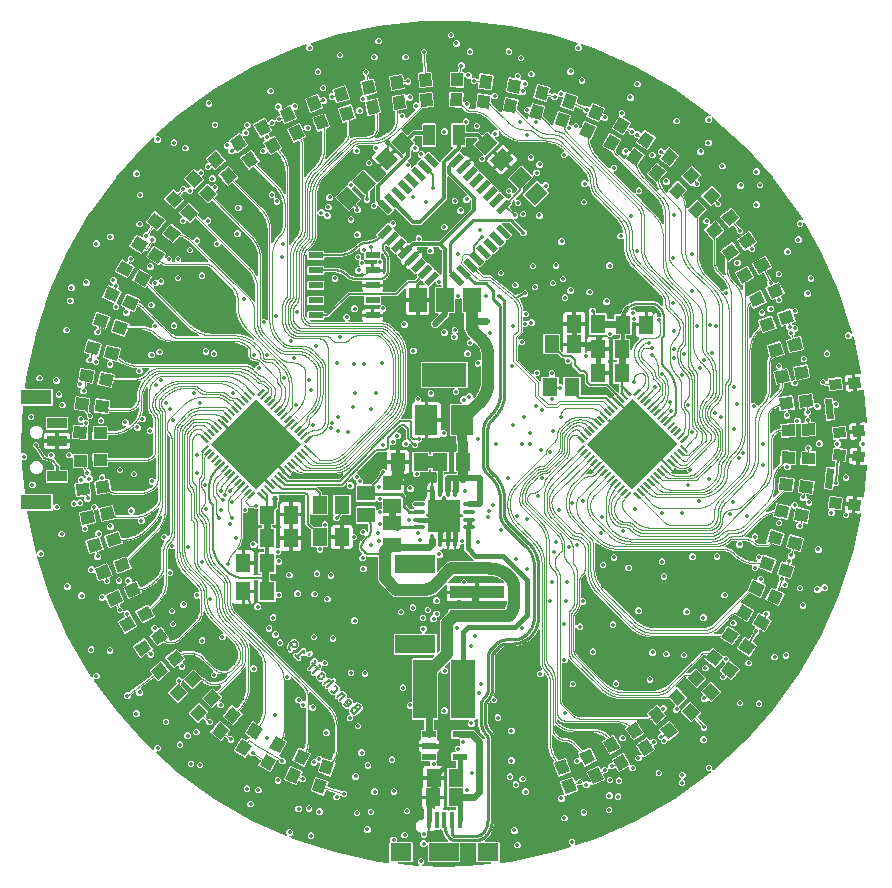
<source format=gbl>
G04 EAGLE Gerber RS-274X export*
G75*
%MOMM*%
%FSLAX34Y34*%
%LPD*%
%INBottom Copper*%
%IPPOS*%
%AMOC8*
5,1,8,0,0,1.08239X$1,22.5*%
G01*
%ADD10C,0.177800*%
%ADD11R,5.400000X5.400000*%
%ADD12R,0.740000X0.220000*%
%ADD13R,1.100000X1.000000*%
%ADD14R,2.700000X2.700000*%
%ADD15C,0.350000*%
%ADD16C,0.600000*%
%ADD17R,2.000000X5.000000*%
%ADD18R,4.600000X1.000000*%
%ADD19R,3.400000X1.600000*%
%ADD20R,1.300000X1.500000*%
%ADD21R,1.500000X1.300000*%
%ADD22R,1.950000X2.500000*%
%ADD23R,1.200000X0.550000*%
%ADD24R,0.400000X1.450000*%
%ADD25R,1.800000X1.500000*%
%ADD26R,2.500000X1.500000*%
%ADD27R,1.498600X2.006600*%
%ADD28R,3.810000X2.006600*%
%ADD29R,1.270000X0.508000*%
%ADD30R,0.508000X1.270000*%
%ADD31R,1.000000X1.800000*%
%ADD32R,1.300000X1.600000*%
%ADD33R,1.700000X0.900000*%
%ADD34R,2.540000X1.270000*%
%ADD35R,1.000000X0.900000*%
%ADD36R,1.700000X0.550000*%
%ADD37C,0.101600*%
%ADD38C,0.352400*%
%ADD39C,0.152400*%
%ADD40C,0.406400*%
%ADD41C,0.508000*%
%ADD42C,0.609600*%
%ADD43C,0.200000*%
%ADD44C,1.016000*%
%ADD45C,0.304800*%
%ADD46C,0.254000*%
%ADD47C,0.525000*%
%ADD48C,0.150000*%
%ADD49C,0.203200*%
%ADD50C,0.812800*%
%ADD51C,0.127000*%

G36*
X18728Y-357731D02*
X18728Y-357731D01*
X18750Y-357727D01*
X18788Y-357727D01*
X38693Y-355635D01*
X38774Y-355613D01*
X38856Y-355599D01*
X38892Y-355581D01*
X38930Y-355570D01*
X39000Y-355524D01*
X39074Y-355484D01*
X39101Y-355455D01*
X39135Y-355433D01*
X39186Y-355367D01*
X39243Y-355306D01*
X39260Y-355270D01*
X39284Y-355238D01*
X39312Y-355159D01*
X39347Y-355083D01*
X39351Y-355043D01*
X39364Y-355005D01*
X39365Y-354922D01*
X39374Y-354839D01*
X39365Y-354799D01*
X39366Y-354759D01*
X39339Y-354680D01*
X39322Y-354598D01*
X39301Y-354564D01*
X39288Y-354526D01*
X39238Y-354459D01*
X39195Y-354387D01*
X39165Y-354361D01*
X39141Y-354329D01*
X39072Y-354282D01*
X39009Y-354227D01*
X38971Y-354212D01*
X38938Y-354189D01*
X38858Y-354167D01*
X38780Y-354135D01*
X38728Y-354129D01*
X38702Y-354122D01*
X38658Y-354122D01*
X38614Y-354117D01*
X27429Y-354117D01*
X26833Y-353521D01*
X26833Y-338836D01*
X26830Y-338816D01*
X26832Y-338797D01*
X26810Y-338695D01*
X26794Y-338593D01*
X26784Y-338576D01*
X26780Y-338556D01*
X26727Y-338467D01*
X26678Y-338376D01*
X26664Y-338362D01*
X26654Y-338345D01*
X26575Y-338278D01*
X26500Y-338206D01*
X26482Y-338198D01*
X26467Y-338185D01*
X26371Y-338146D01*
X26277Y-338103D01*
X26257Y-338101D01*
X26239Y-338093D01*
X26072Y-338075D01*
X14278Y-338075D01*
X14258Y-338078D01*
X14239Y-338076D01*
X14137Y-338098D01*
X14035Y-338114D01*
X14018Y-338124D01*
X13998Y-338128D01*
X13909Y-338181D01*
X13818Y-338230D01*
X13804Y-338244D01*
X13787Y-338254D01*
X13720Y-338333D01*
X13648Y-338408D01*
X13640Y-338426D01*
X13627Y-338441D01*
X13588Y-338537D01*
X13545Y-338631D01*
X13543Y-338651D01*
X13535Y-338669D01*
X13517Y-338836D01*
X13517Y-353521D01*
X12921Y-354117D01*
X-12921Y-354117D01*
X-13517Y-353521D01*
X-13517Y-340258D01*
X-13528Y-340188D01*
X-13530Y-340116D01*
X-13548Y-340067D01*
X-13556Y-340016D01*
X-13590Y-339952D01*
X-13615Y-339885D01*
X-13647Y-339844D01*
X-13672Y-339798D01*
X-13724Y-339749D01*
X-13768Y-339693D01*
X-13812Y-339665D01*
X-13850Y-339629D01*
X-13915Y-339599D01*
X-13975Y-339560D01*
X-14026Y-339547D01*
X-14073Y-339525D01*
X-14144Y-339517D01*
X-14214Y-339500D01*
X-14266Y-339504D01*
X-14317Y-339498D01*
X-14388Y-339513D01*
X-14459Y-339519D01*
X-14507Y-339539D01*
X-14558Y-339550D01*
X-14619Y-339587D01*
X-14685Y-339615D01*
X-14741Y-339660D01*
X-14769Y-339676D01*
X-14784Y-339694D01*
X-14816Y-339720D01*
X-16353Y-341257D01*
X-18655Y-341257D01*
X-20283Y-339629D01*
X-20283Y-337327D01*
X-18655Y-335699D01*
X-16353Y-335699D01*
X-14620Y-337432D01*
X-14595Y-337463D01*
X-14570Y-337510D01*
X-14518Y-337559D01*
X-14473Y-337615D01*
X-14430Y-337643D01*
X-14392Y-337679D01*
X-14327Y-337709D01*
X-14267Y-337748D01*
X-14216Y-337761D01*
X-14169Y-337783D01*
X-14098Y-337790D01*
X-14028Y-337808D01*
X-13976Y-337804D01*
X-13924Y-337810D01*
X-13854Y-337794D01*
X-13783Y-337789D01*
X-13735Y-337768D01*
X-13684Y-337757D01*
X-13622Y-337721D01*
X-13556Y-337692D01*
X-13501Y-337648D01*
X-13473Y-337631D01*
X-13458Y-337613D01*
X-13426Y-337588D01*
X-12921Y-337083D01*
X2803Y-337083D01*
X2873Y-337072D01*
X2945Y-337070D01*
X2994Y-337052D01*
X3045Y-337044D01*
X3109Y-337010D01*
X3176Y-336985D01*
X3217Y-336953D01*
X3263Y-336928D01*
X3312Y-336876D01*
X3368Y-336832D01*
X3396Y-336788D01*
X3432Y-336750D01*
X3462Y-336685D01*
X3501Y-336625D01*
X3514Y-336574D01*
X3536Y-336527D01*
X3544Y-336456D01*
X3561Y-336386D01*
X3557Y-336334D01*
X3563Y-336283D01*
X3547Y-336212D01*
X3542Y-336141D01*
X3522Y-336093D01*
X3510Y-336042D01*
X3474Y-335981D01*
X3446Y-335915D01*
X3401Y-335859D01*
X3384Y-335831D01*
X3367Y-335816D01*
X3341Y-335784D01*
X3159Y-335601D01*
X2677Y-335120D01*
X544Y-332987D01*
X-1900Y-327087D01*
X-1962Y-326987D01*
X-2022Y-326887D01*
X-2026Y-326883D01*
X-2030Y-326878D01*
X-2119Y-326803D01*
X-2209Y-326727D01*
X-2214Y-326725D01*
X-2219Y-326721D01*
X-2327Y-326679D01*
X-2380Y-326658D01*
X-2712Y-326326D01*
X-2728Y-326315D01*
X-2740Y-326299D01*
X-2827Y-326243D01*
X-2911Y-326183D01*
X-2930Y-326177D01*
X-2947Y-326166D01*
X-3048Y-326141D01*
X-3146Y-326110D01*
X-3166Y-326111D01*
X-3186Y-326106D01*
X-3289Y-326114D01*
X-3392Y-326117D01*
X-3411Y-326124D01*
X-3431Y-326125D01*
X-3526Y-326165D01*
X-3623Y-326201D01*
X-3639Y-326214D01*
X-3657Y-326221D01*
X-3788Y-326326D01*
X-4079Y-326617D01*
X-8214Y-326617D01*
X-8280Y-326628D01*
X-8348Y-326629D01*
X-8401Y-326647D01*
X-8456Y-326656D01*
X-8516Y-326688D01*
X-8580Y-326711D01*
X-8624Y-326745D01*
X-8674Y-326772D01*
X-8720Y-326820D01*
X-8774Y-326862D01*
X-8821Y-326926D01*
X-8843Y-326950D01*
X-8852Y-326969D01*
X-8873Y-326997D01*
X-8967Y-327160D01*
X-9440Y-327633D01*
X-10019Y-327968D01*
X-10666Y-328141D01*
X-12001Y-328141D01*
X-12001Y-318588D01*
X-12004Y-318569D01*
X-12002Y-318549D01*
X-12024Y-318447D01*
X-12040Y-318345D01*
X-12050Y-318328D01*
X-12054Y-318308D01*
X-12107Y-318219D01*
X-12156Y-318128D01*
X-12170Y-318114D01*
X-12180Y-318097D01*
X-12259Y-318030D01*
X-12334Y-317959D01*
X-12352Y-317950D01*
X-12367Y-317937D01*
X-12463Y-317899D01*
X-12557Y-317855D01*
X-12577Y-317853D01*
X-12595Y-317845D01*
X-12762Y-317827D01*
X-13238Y-317827D01*
X-13258Y-317830D01*
X-13277Y-317828D01*
X-13379Y-317850D01*
X-13481Y-317867D01*
X-13498Y-317876D01*
X-13518Y-317880D01*
X-13607Y-317933D01*
X-13698Y-317982D01*
X-13712Y-317996D01*
X-13729Y-318006D01*
X-13796Y-318085D01*
X-13868Y-318160D01*
X-13876Y-318178D01*
X-13889Y-318193D01*
X-13928Y-318290D01*
X-13971Y-318383D01*
X-13973Y-318403D01*
X-13981Y-318421D01*
X-13999Y-318588D01*
X-13999Y-320837D01*
X-13985Y-320927D01*
X-13977Y-321018D01*
X-13965Y-321048D01*
X-13960Y-321080D01*
X-13917Y-321161D01*
X-13881Y-321244D01*
X-13855Y-321277D01*
X-13844Y-321297D01*
X-13821Y-321319D01*
X-13776Y-321375D01*
X-13733Y-321418D01*
X-13733Y-325782D01*
X-13776Y-325825D01*
X-13829Y-325899D01*
X-13889Y-325968D01*
X-13901Y-325998D01*
X-13920Y-326024D01*
X-13947Y-326111D01*
X-13981Y-326196D01*
X-13985Y-326237D01*
X-13992Y-326259D01*
X-13991Y-326292D01*
X-13999Y-326363D01*
X-13999Y-328141D01*
X-14072Y-328141D01*
X-14142Y-328152D01*
X-14214Y-328154D01*
X-14263Y-328172D01*
X-14314Y-328180D01*
X-14378Y-328214D01*
X-14445Y-328239D01*
X-14486Y-328271D01*
X-14532Y-328296D01*
X-14581Y-328347D01*
X-14637Y-328392D01*
X-14665Y-328436D01*
X-14701Y-328474D01*
X-14731Y-328539D01*
X-14770Y-328599D01*
X-14783Y-328650D01*
X-14805Y-328697D01*
X-14813Y-328768D01*
X-14830Y-328838D01*
X-14826Y-328890D01*
X-14832Y-328941D01*
X-14817Y-329012D01*
X-14811Y-329083D01*
X-14791Y-329131D01*
X-14780Y-329182D01*
X-14743Y-329243D01*
X-14715Y-329309D01*
X-14670Y-329365D01*
X-14654Y-329393D01*
X-14636Y-329408D01*
X-14610Y-329440D01*
X-14493Y-329557D01*
X-14493Y-331859D01*
X-16121Y-333487D01*
X-18423Y-333487D01*
X-20051Y-331859D01*
X-20051Y-329628D01*
X-20054Y-329608D01*
X-20052Y-329589D01*
X-20074Y-329487D01*
X-20090Y-329385D01*
X-20100Y-329368D01*
X-20104Y-329348D01*
X-20157Y-329259D01*
X-20206Y-329168D01*
X-20220Y-329154D01*
X-20230Y-329137D01*
X-20309Y-329070D01*
X-20384Y-328998D01*
X-20402Y-328990D01*
X-20417Y-328977D01*
X-20513Y-328938D01*
X-20607Y-328895D01*
X-20627Y-328893D01*
X-20645Y-328885D01*
X-20812Y-328867D01*
X-21182Y-328867D01*
X-24267Y-325782D01*
X-24267Y-321418D01*
X-21182Y-318333D01*
X-18302Y-318333D01*
X-18282Y-318330D01*
X-18263Y-318332D01*
X-18161Y-318310D01*
X-18059Y-318294D01*
X-18042Y-318284D01*
X-18022Y-318280D01*
X-17933Y-318227D01*
X-17842Y-318178D01*
X-17828Y-318164D01*
X-17811Y-318154D01*
X-17744Y-318075D01*
X-17672Y-318000D01*
X-17664Y-317982D01*
X-17651Y-317967D01*
X-17612Y-317871D01*
X-17569Y-317777D01*
X-17567Y-317757D01*
X-17559Y-317739D01*
X-17541Y-317572D01*
X-17541Y-310766D01*
X-17368Y-310119D01*
X-17271Y-309951D01*
X-17264Y-309933D01*
X-17252Y-309916D01*
X-17220Y-309818D01*
X-17184Y-309721D01*
X-17183Y-309701D01*
X-17177Y-309682D01*
X-17178Y-309579D01*
X-17175Y-309475D01*
X-17180Y-309456D01*
X-17181Y-309436D01*
X-17215Y-309339D01*
X-17244Y-309240D01*
X-17256Y-309223D01*
X-17262Y-309204D01*
X-17326Y-309123D01*
X-17386Y-309038D01*
X-17402Y-309026D01*
X-17414Y-309011D01*
X-17549Y-308911D01*
X-17560Y-308905D01*
X-18033Y-308432D01*
X-18368Y-307853D01*
X-18541Y-307206D01*
X-18541Y-300895D01*
X-11023Y-300895D01*
X-11023Y-307879D01*
X-11016Y-307923D01*
X-11018Y-307966D01*
X-10996Y-308043D01*
X-10983Y-308122D01*
X-10963Y-308161D01*
X-10951Y-308203D01*
X-10906Y-308269D01*
X-10868Y-308339D01*
X-10837Y-308370D01*
X-10812Y-308406D01*
X-10748Y-308454D01*
X-10690Y-308509D01*
X-10650Y-308527D01*
X-10615Y-308554D01*
X-10480Y-308607D01*
X-10467Y-308612D01*
X-10464Y-308613D01*
X-10459Y-308615D01*
X-10019Y-308732D01*
X-9440Y-309067D01*
X-9276Y-309231D01*
X-9218Y-309272D01*
X-9166Y-309322D01*
X-9119Y-309344D01*
X-9077Y-309374D01*
X-9008Y-309395D01*
X-8943Y-309425D01*
X-8891Y-309431D01*
X-8842Y-309446D01*
X-8770Y-309445D01*
X-8699Y-309452D01*
X-8648Y-309441D01*
X-8596Y-309440D01*
X-8528Y-309415D01*
X-8458Y-309400D01*
X-8414Y-309373D01*
X-8365Y-309356D01*
X-8309Y-309311D01*
X-8247Y-309274D01*
X-8213Y-309234D01*
X-8173Y-309202D01*
X-8134Y-309142D01*
X-8087Y-309087D01*
X-8068Y-309039D01*
X-8040Y-308995D01*
X-8022Y-308926D01*
X-7995Y-308859D01*
X-7987Y-308788D01*
X-7980Y-308757D01*
X-7981Y-308733D01*
X-7977Y-308692D01*
X-7977Y-300895D01*
X-459Y-300895D01*
X-459Y-307206D01*
X-632Y-307853D01*
X-967Y-308432D01*
X-1319Y-308784D01*
X-1360Y-308842D01*
X-1410Y-308894D01*
X-1432Y-308941D01*
X-1462Y-308983D01*
X-1483Y-309052D01*
X-1513Y-309117D01*
X-1519Y-309169D01*
X-1535Y-309219D01*
X-1533Y-309290D01*
X-1541Y-309361D01*
X-1529Y-309412D01*
X-1528Y-309464D01*
X-1504Y-309532D01*
X-1488Y-309602D01*
X-1462Y-309647D01*
X-1444Y-309695D01*
X-1399Y-309751D01*
X-1362Y-309813D01*
X-1323Y-309847D01*
X-1290Y-309887D01*
X-1230Y-309926D01*
X-1175Y-309973D01*
X-1127Y-309992D01*
X-1083Y-310020D01*
X-1014Y-310038D01*
X-947Y-310065D01*
X-876Y-310073D01*
X-845Y-310081D01*
X-821Y-310079D01*
X-780Y-310083D01*
X2421Y-310083D01*
X2712Y-310374D01*
X2728Y-310385D01*
X2740Y-310401D01*
X2827Y-310457D01*
X2911Y-310517D01*
X2930Y-310523D01*
X2947Y-310534D01*
X3048Y-310559D01*
X3146Y-310590D01*
X3166Y-310589D01*
X3186Y-310594D01*
X3289Y-310586D01*
X3392Y-310583D01*
X3411Y-310576D01*
X3431Y-310575D01*
X3526Y-310535D01*
X3623Y-310499D01*
X3639Y-310486D01*
X3657Y-310479D01*
X3788Y-310374D01*
X4079Y-310083D01*
X9190Y-310083D01*
X9210Y-310080D01*
X9229Y-310082D01*
X9331Y-310060D01*
X9433Y-310044D01*
X9450Y-310034D01*
X9470Y-310030D01*
X9559Y-309977D01*
X9650Y-309928D01*
X9664Y-309914D01*
X9681Y-309904D01*
X9748Y-309825D01*
X9820Y-309750D01*
X9828Y-309732D01*
X9841Y-309717D01*
X9880Y-309621D01*
X9923Y-309527D01*
X9925Y-309507D01*
X9933Y-309489D01*
X9951Y-309322D01*
X9951Y-308650D01*
X9948Y-308630D01*
X9950Y-308611D01*
X9928Y-308509D01*
X9912Y-308407D01*
X9902Y-308390D01*
X9898Y-308370D01*
X9845Y-308281D01*
X9796Y-308190D01*
X9782Y-308176D01*
X9772Y-308159D01*
X9693Y-308092D01*
X9618Y-308020D01*
X9600Y-308012D01*
X9585Y-307999D01*
X9489Y-307960D01*
X9395Y-307917D01*
X9375Y-307915D01*
X9357Y-307907D01*
X9190Y-307889D01*
X2579Y-307889D01*
X1983Y-307293D01*
X1983Y-291451D01*
X2160Y-291274D01*
X2213Y-291200D01*
X2273Y-291130D01*
X2285Y-291100D01*
X2304Y-291074D01*
X2331Y-290987D01*
X2365Y-290902D01*
X2369Y-290861D01*
X2376Y-290839D01*
X2375Y-290807D01*
X2383Y-290736D01*
X2383Y-274879D01*
X2979Y-274283D01*
X9191Y-274283D01*
X9211Y-274280D01*
X9230Y-274282D01*
X9332Y-274260D01*
X9434Y-274244D01*
X9451Y-274234D01*
X9471Y-274230D01*
X9560Y-274177D01*
X9651Y-274128D01*
X9665Y-274114D01*
X9682Y-274104D01*
X9749Y-274025D01*
X9821Y-273950D01*
X9829Y-273932D01*
X9842Y-273917D01*
X9881Y-273821D01*
X9924Y-273727D01*
X9926Y-273707D01*
X9934Y-273689D01*
X9952Y-273522D01*
X9952Y-269628D01*
X9949Y-269608D01*
X9951Y-269589D01*
X9929Y-269487D01*
X9913Y-269385D01*
X9903Y-269368D01*
X9899Y-269348D01*
X9846Y-269259D01*
X9797Y-269168D01*
X9783Y-269154D01*
X9773Y-269137D01*
X9694Y-269070D01*
X9619Y-268998D01*
X9601Y-268990D01*
X9586Y-268977D01*
X9490Y-268938D01*
X9396Y-268895D01*
X9376Y-268893D01*
X9358Y-268885D01*
X9191Y-268867D01*
X6580Y-268867D01*
X5984Y-268271D01*
X5984Y-261929D01*
X6580Y-261333D01*
X8932Y-261333D01*
X9002Y-261322D01*
X9074Y-261320D01*
X9123Y-261302D01*
X9174Y-261294D01*
X9238Y-261260D01*
X9305Y-261235D01*
X9346Y-261203D01*
X9392Y-261178D01*
X9441Y-261127D01*
X9497Y-261082D01*
X9525Y-261038D01*
X9561Y-261000D01*
X9591Y-260935D01*
X9630Y-260875D01*
X9643Y-260824D01*
X9665Y-260777D01*
X9673Y-260706D01*
X9690Y-260636D01*
X9686Y-260584D01*
X9692Y-260533D01*
X9677Y-260462D01*
X9671Y-260391D01*
X9651Y-260343D01*
X9640Y-260292D01*
X9603Y-260231D01*
X9575Y-260165D01*
X9530Y-260109D01*
X9514Y-260081D01*
X9496Y-260066D01*
X9470Y-260034D01*
X8905Y-259469D01*
X8905Y-257167D01*
X10533Y-255539D01*
X12719Y-255539D01*
X12790Y-255528D01*
X12862Y-255526D01*
X12911Y-255508D01*
X12962Y-255500D01*
X13025Y-255466D01*
X13093Y-255441D01*
X13133Y-255409D01*
X13179Y-255384D01*
X13229Y-255332D01*
X13285Y-255288D01*
X13313Y-255244D01*
X13349Y-255206D01*
X13379Y-255141D01*
X13418Y-255081D01*
X13430Y-255030D01*
X13452Y-254983D01*
X13460Y-254912D01*
X13478Y-254842D01*
X13474Y-254790D01*
X13480Y-254739D01*
X13464Y-254668D01*
X13459Y-254597D01*
X13438Y-254549D01*
X13427Y-254498D01*
X13390Y-254437D01*
X13362Y-254371D01*
X13318Y-254315D01*
X13301Y-254287D01*
X13283Y-254272D01*
X13258Y-254240D01*
X12954Y-253936D01*
X12954Y-251634D01*
X13125Y-251463D01*
X13166Y-251406D01*
X13215Y-251355D01*
X13238Y-251307D01*
X13269Y-251264D01*
X13290Y-251196D01*
X13320Y-251132D01*
X13326Y-251079D01*
X13341Y-251028D01*
X13339Y-250958D01*
X13347Y-250887D01*
X13336Y-250836D01*
X13335Y-250783D01*
X13310Y-250716D01*
X13296Y-250647D01*
X13269Y-250601D01*
X13250Y-250552D01*
X13206Y-250496D01*
X13170Y-250435D01*
X13130Y-250401D01*
X13097Y-250360D01*
X13037Y-250321D01*
X12983Y-250275D01*
X12934Y-250255D01*
X12890Y-250227D01*
X12821Y-250209D01*
X12756Y-250183D01*
X12683Y-250174D01*
X12651Y-250166D01*
X12628Y-250168D01*
X12589Y-250164D01*
X11307Y-250160D01*
X11238Y-250091D01*
X11163Y-250037D01*
X11093Y-249977D01*
X11064Y-249965D01*
X11039Y-249947D01*
X10951Y-249920D01*
X10865Y-249885D01*
X10826Y-249881D01*
X10804Y-249874D01*
X10771Y-249875D01*
X10698Y-249867D01*
X6580Y-249867D01*
X5984Y-249271D01*
X5984Y-242929D01*
X6580Y-242333D01*
X10710Y-242333D01*
X10799Y-242319D01*
X10889Y-242312D01*
X10920Y-242299D01*
X10952Y-242294D01*
X11032Y-242251D01*
X11115Y-242216D01*
X11149Y-242190D01*
X11170Y-242178D01*
X11192Y-242155D01*
X11247Y-242112D01*
X11328Y-242031D01*
X23371Y-242061D01*
X23372Y-242061D01*
X23373Y-242061D01*
X25058Y-242061D01*
X26249Y-243259D01*
X26250Y-243259D01*
X26251Y-243260D01*
X31179Y-248188D01*
X32990Y-249999D01*
X33048Y-250041D01*
X33100Y-250091D01*
X33147Y-250113D01*
X33189Y-250143D01*
X33258Y-250164D01*
X33323Y-250194D01*
X33375Y-250200D01*
X33425Y-250215D01*
X33496Y-250213D01*
X33567Y-250221D01*
X33618Y-250210D01*
X33670Y-250209D01*
X33738Y-250184D01*
X33808Y-250169D01*
X33853Y-250142D01*
X33901Y-250124D01*
X33957Y-250080D01*
X34019Y-250043D01*
X34053Y-250003D01*
X34093Y-249971D01*
X34132Y-249910D01*
X34179Y-249856D01*
X34198Y-249808D01*
X34226Y-249764D01*
X34244Y-249694D01*
X34271Y-249628D01*
X34279Y-249556D01*
X34287Y-249525D01*
X34285Y-249502D01*
X34289Y-249461D01*
X34289Y-248608D01*
X34282Y-248563D01*
X34282Y-248562D01*
X34281Y-248558D01*
X34275Y-248517D01*
X34267Y-248427D01*
X34255Y-248397D01*
X34250Y-248365D01*
X34232Y-248332D01*
X34230Y-248321D01*
X34205Y-248281D01*
X34171Y-248200D01*
X34145Y-248168D01*
X34134Y-248147D01*
X34114Y-248128D01*
X34104Y-248110D01*
X34090Y-248098D01*
X34066Y-248069D01*
X31449Y-245452D01*
X28447Y-238205D01*
X28447Y-233428D01*
X28436Y-233358D01*
X28434Y-233286D01*
X28416Y-233237D01*
X28408Y-233186D01*
X28374Y-233122D01*
X28349Y-233055D01*
X28317Y-233014D01*
X28292Y-232968D01*
X28240Y-232919D01*
X28196Y-232863D01*
X28152Y-232835D01*
X28114Y-232799D01*
X28049Y-232769D01*
X27989Y-232730D01*
X27938Y-232717D01*
X27891Y-232695D01*
X27820Y-232687D01*
X27750Y-232670D01*
X27698Y-232674D01*
X27647Y-232668D01*
X27576Y-232683D01*
X27505Y-232689D01*
X27457Y-232709D01*
X27406Y-232720D01*
X27345Y-232757D01*
X27279Y-232785D01*
X27223Y-232830D01*
X27195Y-232847D01*
X27180Y-232864D01*
X27148Y-232890D01*
X26421Y-233617D01*
X25480Y-233617D01*
X25409Y-233628D01*
X25338Y-233630D01*
X25289Y-233648D01*
X25237Y-233656D01*
X25174Y-233690D01*
X25107Y-233715D01*
X25066Y-233747D01*
X25020Y-233772D01*
X24971Y-233824D01*
X24915Y-233868D01*
X24886Y-233912D01*
X24851Y-233950D01*
X24820Y-234015D01*
X24782Y-234075D01*
X24769Y-234126D01*
X24747Y-234173D01*
X24739Y-234244D01*
X24722Y-234314D01*
X24726Y-234366D01*
X24720Y-234417D01*
X24735Y-234488D01*
X24741Y-234559D01*
X24761Y-234607D01*
X24772Y-234658D01*
X24809Y-234719D01*
X24837Y-234785D01*
X24882Y-234841D01*
X24898Y-234869D01*
X24916Y-234884D01*
X24942Y-234916D01*
X25600Y-235574D01*
X25600Y-237876D01*
X23972Y-239504D01*
X21670Y-239504D01*
X20042Y-237876D01*
X20042Y-235574D01*
X20700Y-234916D01*
X20742Y-234858D01*
X20792Y-234806D01*
X20814Y-234759D01*
X20844Y-234717D01*
X20865Y-234648D01*
X20895Y-234583D01*
X20901Y-234531D01*
X20916Y-234481D01*
X20915Y-234410D01*
X20922Y-234339D01*
X20911Y-234288D01*
X20910Y-234236D01*
X20885Y-234168D01*
X20870Y-234098D01*
X20843Y-234053D01*
X20826Y-234005D01*
X20781Y-233949D01*
X20744Y-233887D01*
X20704Y-233853D01*
X20672Y-233813D01*
X20612Y-233774D01*
X20557Y-233727D01*
X20509Y-233708D01*
X20465Y-233680D01*
X20395Y-233662D01*
X20329Y-233635D01*
X20258Y-233627D01*
X20226Y-233619D01*
X20203Y-233621D01*
X20162Y-233617D01*
X5579Y-233617D01*
X4983Y-233021D01*
X4983Y-185477D01*
X4972Y-185406D01*
X4970Y-185334D01*
X4952Y-185285D01*
X4944Y-185234D01*
X4910Y-185171D01*
X4885Y-185103D01*
X4853Y-185062D01*
X4828Y-185016D01*
X4777Y-184967D01*
X4732Y-184911D01*
X4688Y-184883D01*
X4650Y-184847D01*
X4585Y-184817D01*
X4525Y-184778D01*
X4474Y-184765D01*
X4427Y-184743D01*
X4356Y-184736D01*
X4286Y-184718D01*
X4234Y-184722D01*
X4183Y-184716D01*
X4112Y-184732D01*
X4041Y-184737D01*
X3993Y-184758D01*
X3942Y-184769D01*
X3881Y-184805D01*
X3815Y-184834D01*
X3759Y-184878D01*
X3731Y-184895D01*
X3716Y-184913D01*
X3684Y-184938D01*
X422Y-188200D01*
X381Y-188258D01*
X331Y-188310D01*
X309Y-188357D01*
X279Y-188399D01*
X258Y-188468D01*
X227Y-188533D01*
X222Y-188585D01*
X206Y-188635D01*
X208Y-188706D01*
X200Y-188777D01*
X211Y-188828D01*
X213Y-188880D01*
X237Y-188948D01*
X253Y-189018D01*
X279Y-189062D01*
X297Y-189111D01*
X342Y-189167D01*
X379Y-189229D01*
X418Y-189263D01*
X451Y-189303D01*
X511Y-189342D01*
X566Y-189389D01*
X614Y-189408D01*
X658Y-189436D01*
X727Y-189454D01*
X794Y-189481D01*
X865Y-189489D01*
X896Y-189497D01*
X920Y-189495D01*
X961Y-189499D01*
X1405Y-189499D01*
X3033Y-191127D01*
X3033Y-193429D01*
X1405Y-195057D01*
X-897Y-195057D01*
X-2525Y-193429D01*
X-2525Y-192985D01*
X-2536Y-192914D01*
X-2538Y-192842D01*
X-2556Y-192793D01*
X-2564Y-192742D01*
X-2598Y-192679D01*
X-2623Y-192611D01*
X-2655Y-192571D01*
X-2680Y-192524D01*
X-2732Y-192475D01*
X-2776Y-192419D01*
X-2820Y-192391D01*
X-2858Y-192355D01*
X-2923Y-192325D01*
X-2983Y-192286D01*
X-3034Y-192273D01*
X-3081Y-192251D01*
X-3152Y-192244D01*
X-3222Y-192226D01*
X-3274Y-192230D01*
X-3325Y-192224D01*
X-3396Y-192240D01*
X-3467Y-192245D01*
X-3515Y-192266D01*
X-3566Y-192277D01*
X-3627Y-192313D01*
X-3693Y-192342D01*
X-3749Y-192386D01*
X-3777Y-192403D01*
X-3792Y-192421D01*
X-3824Y-192446D01*
X-4760Y-193382D01*
X-4813Y-193456D01*
X-4873Y-193526D01*
X-4885Y-193556D01*
X-4904Y-193582D01*
X-4931Y-193669D01*
X-4965Y-193754D01*
X-4969Y-193795D01*
X-4976Y-193817D01*
X-4975Y-193849D01*
X-4983Y-193921D01*
X-4983Y-233021D01*
X-5579Y-233617D01*
X-8175Y-233617D01*
X-8195Y-233620D01*
X-8214Y-233618D01*
X-8316Y-233640D01*
X-8418Y-233656D01*
X-8435Y-233666D01*
X-8455Y-233670D01*
X-8544Y-233723D01*
X-8635Y-233772D01*
X-8649Y-233786D01*
X-8666Y-233796D01*
X-8733Y-233875D01*
X-8805Y-233950D01*
X-8813Y-233968D01*
X-8826Y-233983D01*
X-8865Y-234079D01*
X-8908Y-234173D01*
X-8910Y-234193D01*
X-8918Y-234211D01*
X-8936Y-234378D01*
X-8936Y-241572D01*
X-8933Y-241592D01*
X-8935Y-241611D01*
X-8913Y-241713D01*
X-8897Y-241815D01*
X-8887Y-241832D01*
X-8883Y-241852D01*
X-8830Y-241941D01*
X-8781Y-242032D01*
X-8767Y-242046D01*
X-8757Y-242063D01*
X-8678Y-242130D01*
X-8603Y-242202D01*
X-8585Y-242210D01*
X-8570Y-242223D01*
X-8474Y-242262D01*
X-8380Y-242305D01*
X-8360Y-242307D01*
X-8342Y-242315D01*
X-8175Y-242333D01*
X-6580Y-242333D01*
X-5984Y-242929D01*
X-5984Y-249271D01*
X-6064Y-249351D01*
X-6133Y-249447D01*
X-6204Y-249543D01*
X-6205Y-249547D01*
X-6207Y-249550D01*
X-6242Y-249664D01*
X-6279Y-249777D01*
X-6279Y-249782D01*
X-6280Y-249786D01*
X-6277Y-249905D01*
X-6275Y-250023D01*
X-6274Y-250027D01*
X-6273Y-250031D01*
X-6233Y-250142D01*
X-6193Y-250255D01*
X-6190Y-250259D01*
X-6189Y-250262D01*
X-6115Y-250355D01*
X-6041Y-250449D01*
X-6037Y-250452D01*
X-6035Y-250454D01*
X-6024Y-250462D01*
X-5906Y-250548D01*
X-5441Y-250817D01*
X-4968Y-251290D01*
X-4633Y-251869D01*
X-4460Y-252516D01*
X-4460Y-254226D01*
X-12388Y-254226D01*
X-12407Y-254229D01*
X-12427Y-254227D01*
X-12529Y-254249D01*
X-12631Y-254265D01*
X-12648Y-254275D01*
X-12668Y-254279D01*
X-12757Y-254332D01*
X-12848Y-254381D01*
X-12862Y-254395D01*
X-12879Y-254405D01*
X-12946Y-254484D01*
X-13000Y-254541D01*
X-13008Y-254527D01*
X-13022Y-254513D01*
X-13032Y-254496D01*
X-13111Y-254429D01*
X-13186Y-254357D01*
X-13204Y-254349D01*
X-13219Y-254336D01*
X-13316Y-254297D01*
X-13409Y-254254D01*
X-13429Y-254252D01*
X-13447Y-254244D01*
X-13614Y-254226D01*
X-21542Y-254226D01*
X-21542Y-252516D01*
X-21369Y-251869D01*
X-21034Y-251290D01*
X-20561Y-250817D01*
X-20096Y-250548D01*
X-20004Y-250473D01*
X-19911Y-250399D01*
X-19909Y-250395D01*
X-19905Y-250393D01*
X-19843Y-250293D01*
X-19778Y-250192D01*
X-19777Y-250188D01*
X-19775Y-250184D01*
X-19747Y-250069D01*
X-19718Y-249953D01*
X-19718Y-249949D01*
X-19717Y-249945D01*
X-19728Y-249826D01*
X-19737Y-249708D01*
X-19739Y-249704D01*
X-19739Y-249700D01*
X-19787Y-249592D01*
X-19833Y-249482D01*
X-19836Y-249478D01*
X-19838Y-249475D01*
X-19847Y-249465D01*
X-19938Y-249351D01*
X-20018Y-249271D01*
X-20018Y-242929D01*
X-19422Y-242333D01*
X-17827Y-242333D01*
X-17807Y-242330D01*
X-17788Y-242332D01*
X-17686Y-242310D01*
X-17584Y-242294D01*
X-17567Y-242284D01*
X-17547Y-242280D01*
X-17458Y-242227D01*
X-17367Y-242178D01*
X-17353Y-242164D01*
X-17336Y-242154D01*
X-17269Y-242075D01*
X-17197Y-242000D01*
X-17189Y-241982D01*
X-17176Y-241967D01*
X-17137Y-241871D01*
X-17094Y-241777D01*
X-17092Y-241757D01*
X-17084Y-241739D01*
X-17066Y-241572D01*
X-17066Y-234378D01*
X-17069Y-234358D01*
X-17067Y-234339D01*
X-17089Y-234237D01*
X-17105Y-234135D01*
X-17115Y-234118D01*
X-17119Y-234098D01*
X-17172Y-234009D01*
X-17221Y-233918D01*
X-17235Y-233904D01*
X-17245Y-233887D01*
X-17324Y-233820D01*
X-17399Y-233748D01*
X-17417Y-233740D01*
X-17432Y-233727D01*
X-17528Y-233688D01*
X-17622Y-233645D01*
X-17642Y-233643D01*
X-17660Y-233635D01*
X-17827Y-233617D01*
X-26421Y-233617D01*
X-27017Y-233021D01*
X-27017Y-224990D01*
X-27019Y-224975D01*
X-27018Y-224963D01*
X-27019Y-224959D01*
X-27018Y-224950D01*
X-27040Y-224849D01*
X-27056Y-224747D01*
X-27066Y-224729D01*
X-27070Y-224710D01*
X-27123Y-224621D01*
X-27172Y-224530D01*
X-27186Y-224516D01*
X-27196Y-224499D01*
X-27275Y-224431D01*
X-27350Y-224360D01*
X-27368Y-224352D01*
X-27383Y-224339D01*
X-27479Y-224300D01*
X-27573Y-224257D01*
X-27593Y-224254D01*
X-27611Y-224247D01*
X-27778Y-224228D01*
X-29929Y-224228D01*
X-31557Y-222601D01*
X-31557Y-220299D01*
X-29929Y-218671D01*
X-27778Y-218671D01*
X-27758Y-218668D01*
X-27739Y-218670D01*
X-27637Y-218648D01*
X-27535Y-218631D01*
X-27518Y-218622D01*
X-27498Y-218618D01*
X-27409Y-218565D01*
X-27318Y-218516D01*
X-27304Y-218502D01*
X-27287Y-218492D01*
X-27220Y-218413D01*
X-27148Y-218338D01*
X-27140Y-218320D01*
X-27127Y-218305D01*
X-27088Y-218208D01*
X-27045Y-218115D01*
X-27043Y-218095D01*
X-27035Y-218076D01*
X-27017Y-217910D01*
X-27017Y-182179D01*
X-26421Y-181583D01*
X-10521Y-181583D01*
X-10431Y-181569D01*
X-10340Y-181561D01*
X-10310Y-181549D01*
X-10278Y-181544D01*
X-10197Y-181501D01*
X-10113Y-181465D01*
X-10081Y-181439D01*
X-10061Y-181428D01*
X-10038Y-181405D01*
X-9982Y-181360D01*
X-8738Y-180116D01*
X-8696Y-180058D01*
X-8647Y-180006D01*
X-8625Y-179959D01*
X-8595Y-179917D01*
X-8574Y-179848D01*
X-8543Y-179783D01*
X-8538Y-179731D01*
X-8522Y-179681D01*
X-8524Y-179610D01*
X-8516Y-179539D01*
X-8527Y-179488D01*
X-8529Y-179436D01*
X-8553Y-179368D01*
X-8569Y-179298D01*
X-8595Y-179253D01*
X-8613Y-179205D01*
X-8658Y-179149D01*
X-8695Y-179087D01*
X-8734Y-179053D01*
X-8767Y-179013D01*
X-8827Y-178974D01*
X-8882Y-178927D01*
X-8930Y-178908D01*
X-8974Y-178880D01*
X-9043Y-178862D01*
X-9110Y-178835D01*
X-9181Y-178827D01*
X-9212Y-178819D01*
X-9236Y-178821D01*
X-9277Y-178817D01*
X-42021Y-178817D01*
X-42617Y-178221D01*
X-42617Y-161379D01*
X-42021Y-160783D01*
X-19482Y-160783D01*
X-19412Y-160772D01*
X-19340Y-160770D01*
X-19291Y-160752D01*
X-19240Y-160744D01*
X-19176Y-160710D01*
X-19109Y-160685D01*
X-19068Y-160653D01*
X-19022Y-160628D01*
X-18973Y-160577D01*
X-18917Y-160532D01*
X-18889Y-160488D01*
X-18853Y-160450D01*
X-18823Y-160385D01*
X-18784Y-160325D01*
X-18771Y-160274D01*
X-18749Y-160227D01*
X-18741Y-160156D01*
X-18724Y-160086D01*
X-18728Y-160034D01*
X-18722Y-159983D01*
X-18737Y-159912D01*
X-18743Y-159841D01*
X-18763Y-159793D01*
X-18774Y-159742D01*
X-18811Y-159681D01*
X-18839Y-159615D01*
X-18884Y-159559D01*
X-18900Y-159531D01*
X-18918Y-159516D01*
X-18944Y-159484D01*
X-20559Y-157869D01*
X-20559Y-155567D01*
X-18931Y-153939D01*
X-16629Y-153939D01*
X-15001Y-155567D01*
X-15001Y-157869D01*
X-16616Y-159484D01*
X-16658Y-159542D01*
X-16707Y-159594D01*
X-16729Y-159641D01*
X-16760Y-159683D01*
X-16781Y-159752D01*
X-16811Y-159817D01*
X-16817Y-159869D01*
X-16832Y-159919D01*
X-16830Y-159990D01*
X-16838Y-160061D01*
X-16827Y-160112D01*
X-16826Y-160164D01*
X-16801Y-160232D01*
X-16786Y-160302D01*
X-16759Y-160347D01*
X-16741Y-160395D01*
X-16696Y-160451D01*
X-16660Y-160513D01*
X-16620Y-160547D01*
X-16587Y-160587D01*
X-16527Y-160626D01*
X-16473Y-160673D01*
X-16424Y-160692D01*
X-16380Y-160720D01*
X-16311Y-160738D01*
X-16244Y-160765D01*
X-16173Y-160773D01*
X-16142Y-160781D01*
X-16119Y-160779D01*
X-16078Y-160783D01*
X-7179Y-160783D01*
X-6583Y-161379D01*
X-6583Y-176123D01*
X-6572Y-176194D01*
X-6570Y-176266D01*
X-6552Y-176315D01*
X-6544Y-176366D01*
X-6510Y-176429D01*
X-6485Y-176497D01*
X-6453Y-176537D01*
X-6428Y-176584D01*
X-6376Y-176633D01*
X-6332Y-176689D01*
X-6288Y-176717D01*
X-6250Y-176753D01*
X-6185Y-176783D01*
X-6125Y-176822D01*
X-6074Y-176835D01*
X-6027Y-176857D01*
X-5956Y-176864D01*
X-5886Y-176882D01*
X-5834Y-176878D01*
X-5783Y-176884D01*
X-5712Y-176868D01*
X-5641Y-176863D01*
X-5593Y-176842D01*
X-5542Y-176831D01*
X-5481Y-176795D01*
X-5415Y-176766D01*
X-5359Y-176722D01*
X-5331Y-176705D01*
X-5316Y-176687D01*
X-5284Y-176662D01*
X-3920Y-175298D01*
X-3878Y-175239D01*
X-3829Y-175188D01*
X-3821Y-175170D01*
X-3807Y-175154D01*
X-3795Y-175124D01*
X-3776Y-175098D01*
X-3754Y-175027D01*
X-3726Y-174965D01*
X-3723Y-174947D01*
X-3715Y-174926D01*
X-3711Y-174885D01*
X-3704Y-174863D01*
X-3705Y-174831D01*
X-3697Y-174759D01*
X-3697Y-150387D01*
X-2769Y-148146D01*
X-946Y-146324D01*
X2924Y-142454D01*
X3160Y-142218D01*
X3213Y-142144D01*
X3273Y-142074D01*
X3285Y-142044D01*
X3304Y-142018D01*
X3331Y-141931D01*
X3365Y-141846D01*
X3369Y-141805D01*
X3376Y-141783D01*
X3375Y-141751D01*
X3383Y-141679D01*
X3383Y-140379D01*
X3979Y-139783D01*
X6643Y-139783D01*
X6707Y-139773D01*
X6773Y-139772D01*
X6853Y-139749D01*
X6885Y-139744D01*
X6903Y-139734D01*
X6934Y-139725D01*
X6987Y-139703D01*
X51044Y-139703D01*
X51158Y-139684D01*
X51274Y-139667D01*
X51280Y-139665D01*
X51286Y-139664D01*
X51389Y-139609D01*
X51494Y-139556D01*
X51498Y-139551D01*
X51504Y-139548D01*
X51583Y-139464D01*
X51666Y-139380D01*
X51670Y-139374D01*
X51673Y-139370D01*
X51681Y-139353D01*
X51747Y-139233D01*
X52502Y-137411D01*
X52508Y-137384D01*
X52521Y-137359D01*
X52556Y-137195D01*
X52700Y-135735D01*
X52698Y-135709D01*
X52703Y-135660D01*
X52703Y-133722D01*
X52688Y-133629D01*
X52679Y-133533D01*
X52668Y-133507D01*
X52664Y-133480D01*
X52619Y-133396D01*
X52581Y-133308D01*
X52562Y-133287D01*
X52548Y-133262D01*
X52479Y-133197D01*
X52415Y-133126D01*
X52391Y-133112D01*
X52370Y-133093D01*
X52284Y-133053D01*
X52200Y-133006D01*
X52173Y-133001D01*
X52147Y-132989D01*
X52052Y-132979D01*
X51959Y-132961D01*
X51931Y-132965D01*
X51903Y-132962D01*
X51809Y-132983D01*
X51715Y-132996D01*
X51683Y-133010D01*
X51662Y-133015D01*
X51634Y-133031D01*
X51561Y-133063D01*
X51381Y-133168D01*
X50734Y-133341D01*
X28923Y-133341D01*
X28923Y-126562D01*
X28920Y-126542D01*
X28922Y-126523D01*
X28900Y-126421D01*
X28883Y-126319D01*
X28874Y-126302D01*
X28870Y-126282D01*
X28817Y-126193D01*
X28768Y-126102D01*
X28754Y-126088D01*
X28744Y-126071D01*
X28665Y-126004D01*
X28590Y-125933D01*
X28572Y-125924D01*
X28557Y-125911D01*
X28461Y-125872D01*
X28367Y-125829D01*
X28347Y-125827D01*
X28329Y-125819D01*
X28162Y-125801D01*
X27399Y-125801D01*
X27399Y-125799D01*
X28162Y-125799D01*
X28182Y-125796D01*
X28201Y-125798D01*
X28303Y-125776D01*
X28405Y-125759D01*
X28422Y-125750D01*
X28442Y-125746D01*
X28531Y-125693D01*
X28622Y-125644D01*
X28636Y-125630D01*
X28653Y-125620D01*
X28720Y-125541D01*
X28791Y-125466D01*
X28800Y-125448D01*
X28813Y-125433D01*
X28852Y-125337D01*
X28895Y-125243D01*
X28897Y-125223D01*
X28905Y-125205D01*
X28923Y-125038D01*
X28923Y-118259D01*
X50145Y-118259D01*
X50239Y-118244D01*
X50336Y-118235D01*
X50361Y-118224D01*
X50387Y-118220D01*
X50472Y-118174D01*
X50561Y-118136D01*
X50581Y-118117D01*
X50605Y-118104D01*
X50671Y-118035D01*
X50742Y-117970D01*
X50755Y-117946D01*
X50774Y-117926D01*
X50815Y-117839D01*
X50861Y-117754D01*
X50866Y-117728D01*
X50878Y-117703D01*
X50888Y-117607D01*
X50906Y-117512D01*
X50902Y-117486D01*
X50905Y-117459D01*
X50884Y-117364D01*
X50871Y-117269D01*
X50858Y-117245D01*
X50853Y-117218D01*
X50803Y-117136D01*
X50760Y-117049D01*
X50737Y-117024D01*
X50726Y-117007D01*
X50701Y-116986D01*
X50647Y-116926D01*
X49269Y-115717D01*
X49248Y-115705D01*
X49147Y-115630D01*
X44955Y-113210D01*
X44941Y-113205D01*
X44928Y-113195D01*
X44772Y-113134D01*
X40096Y-111881D01*
X40072Y-111879D01*
X39949Y-111857D01*
X37529Y-111698D01*
X37510Y-111700D01*
X37479Y-111697D01*
X8841Y-111697D01*
X8751Y-111711D01*
X8660Y-111719D01*
X8630Y-111731D01*
X8598Y-111736D01*
X8517Y-111779D01*
X8433Y-111815D01*
X8401Y-111841D01*
X8381Y-111852D01*
X8358Y-111875D01*
X8302Y-111920D01*
X3202Y-117020D01*
X3174Y-117059D01*
X3139Y-117092D01*
X3103Y-117158D01*
X3059Y-117220D01*
X3044Y-117266D01*
X3021Y-117308D01*
X3008Y-117382D01*
X2986Y-117455D01*
X2987Y-117503D01*
X2979Y-117550D01*
X2991Y-117625D01*
X2993Y-117701D01*
X3009Y-117746D01*
X3016Y-117793D01*
X3051Y-117860D01*
X3077Y-117932D01*
X3107Y-117969D01*
X3129Y-118012D01*
X3183Y-118065D01*
X3231Y-118124D01*
X3271Y-118150D01*
X3305Y-118183D01*
X3374Y-118216D01*
X3438Y-118257D01*
X3484Y-118268D01*
X3527Y-118289D01*
X3603Y-118298D01*
X3676Y-118317D01*
X3724Y-118313D01*
X3772Y-118319D01*
X3899Y-118299D01*
X3921Y-118298D01*
X3927Y-118295D01*
X3937Y-118294D01*
X4066Y-118259D01*
X13039Y-118259D01*
X13058Y-118256D01*
X13078Y-118258D01*
X13179Y-118236D01*
X13281Y-118220D01*
X13299Y-118210D01*
X13318Y-118206D01*
X13407Y-118153D01*
X13499Y-118104D01*
X13512Y-118090D01*
X13529Y-118080D01*
X13597Y-118001D01*
X13668Y-117926D01*
X13676Y-117908D01*
X13689Y-117893D01*
X13728Y-117797D01*
X13772Y-117703D01*
X13774Y-117683D01*
X13781Y-117665D01*
X13800Y-117498D01*
X13800Y-116221D01*
X15428Y-114594D01*
X17730Y-114594D01*
X19357Y-116221D01*
X19357Y-117498D01*
X19360Y-117518D01*
X19358Y-117537D01*
X19380Y-117639D01*
X19397Y-117741D01*
X19406Y-117758D01*
X19411Y-117778D01*
X19464Y-117867D01*
X19512Y-117958D01*
X19527Y-117972D01*
X19537Y-117989D01*
X19615Y-118056D01*
X19690Y-118128D01*
X19708Y-118136D01*
X19724Y-118149D01*
X19820Y-118188D01*
X19914Y-118231D01*
X19933Y-118233D01*
X19952Y-118241D01*
X20119Y-118259D01*
X25877Y-118259D01*
X25877Y-124277D01*
X1859Y-124277D01*
X1859Y-120466D01*
X1894Y-120337D01*
X1898Y-120290D01*
X1912Y-120244D01*
X1911Y-120168D01*
X1918Y-120093D01*
X1907Y-120046D01*
X1906Y-119998D01*
X1880Y-119927D01*
X1863Y-119853D01*
X1838Y-119812D01*
X1822Y-119767D01*
X1774Y-119708D01*
X1735Y-119643D01*
X1698Y-119612D01*
X1668Y-119575D01*
X1604Y-119534D01*
X1546Y-119485D01*
X1501Y-119468D01*
X1461Y-119442D01*
X1387Y-119423D01*
X1317Y-119396D01*
X1269Y-119394D01*
X1223Y-119382D01*
X1147Y-119388D01*
X1071Y-119384D01*
X1025Y-119397D01*
X977Y-119401D01*
X908Y-119431D01*
X835Y-119451D01*
X795Y-119478D01*
X751Y-119497D01*
X650Y-119578D01*
X632Y-119590D01*
X628Y-119596D01*
X620Y-119602D01*
X-3005Y-123227D01*
X-6613Y-126835D01*
X-13522Y-129697D01*
X-42013Y-129697D01*
X-44254Y-128769D01*
X-55569Y-117454D01*
X-56497Y-115213D01*
X-56497Y-96266D01*
X-56500Y-96246D01*
X-56498Y-96227D01*
X-56520Y-96125D01*
X-56536Y-96023D01*
X-56546Y-96006D01*
X-56550Y-95986D01*
X-56603Y-95897D01*
X-56652Y-95806D01*
X-56666Y-95792D01*
X-56676Y-95775D01*
X-56755Y-95708D01*
X-56830Y-95636D01*
X-56848Y-95628D01*
X-56863Y-95615D01*
X-56959Y-95576D01*
X-57053Y-95533D01*
X-57073Y-95531D01*
X-57091Y-95523D01*
X-57258Y-95505D01*
X-64870Y-95505D01*
X-65313Y-95321D01*
X-65357Y-95311D01*
X-65399Y-95292D01*
X-65476Y-95283D01*
X-65552Y-95265D01*
X-65598Y-95270D01*
X-65643Y-95264D01*
X-65720Y-95281D01*
X-65797Y-95288D01*
X-65839Y-95307D01*
X-65884Y-95317D01*
X-65951Y-95357D01*
X-66022Y-95388D01*
X-66055Y-95419D01*
X-66095Y-95443D01*
X-66146Y-95502D01*
X-66203Y-95555D01*
X-66225Y-95595D01*
X-66255Y-95630D01*
X-66284Y-95702D01*
X-66321Y-95770D01*
X-66330Y-95815D01*
X-66347Y-95858D01*
X-66362Y-95994D01*
X-66365Y-96012D01*
X-66364Y-96017D01*
X-66365Y-96025D01*
X-66365Y-97901D01*
X-67993Y-99528D01*
X-70295Y-99528D01*
X-71923Y-97901D01*
X-71923Y-95598D01*
X-70295Y-93971D01*
X-70000Y-93971D01*
X-69929Y-93959D01*
X-69857Y-93957D01*
X-69808Y-93939D01*
X-69757Y-93931D01*
X-69694Y-93897D01*
X-69626Y-93873D01*
X-69586Y-93840D01*
X-69540Y-93816D01*
X-69490Y-93764D01*
X-69434Y-93719D01*
X-69406Y-93675D01*
X-69370Y-93638D01*
X-69340Y-93573D01*
X-69301Y-93512D01*
X-69289Y-93462D01*
X-69267Y-93415D01*
X-69259Y-93343D01*
X-69241Y-93274D01*
X-69245Y-93222D01*
X-69240Y-93170D01*
X-69255Y-93100D01*
X-69260Y-93029D01*
X-69281Y-92981D01*
X-69292Y-92930D01*
X-69329Y-92868D01*
X-69357Y-92802D01*
X-69401Y-92746D01*
X-69418Y-92719D01*
X-69436Y-92703D01*
X-69461Y-92671D01*
X-71356Y-90777D01*
X-71356Y-90776D01*
X-71428Y-90705D01*
X-72391Y-88380D01*
X-72391Y-85498D01*
X-71148Y-82497D01*
X-70818Y-82167D01*
X-70817Y-82167D01*
X-67553Y-78902D01*
X-67511Y-78844D01*
X-67461Y-78792D01*
X-67439Y-78744D01*
X-67409Y-78702D01*
X-67388Y-78634D01*
X-67358Y-78569D01*
X-67352Y-78517D01*
X-67337Y-78467D01*
X-67339Y-78395D01*
X-67331Y-78324D01*
X-67342Y-78273D01*
X-67343Y-78221D01*
X-67368Y-78154D01*
X-67383Y-78084D01*
X-67410Y-78039D01*
X-67428Y-77990D01*
X-67472Y-77934D01*
X-67509Y-77873D01*
X-67549Y-77839D01*
X-67581Y-77798D01*
X-67642Y-77759D01*
X-67696Y-77713D01*
X-67744Y-77693D01*
X-67788Y-77665D01*
X-67858Y-77648D01*
X-67924Y-77621D01*
X-67996Y-77613D01*
X-68027Y-77605D01*
X-68050Y-77607D01*
X-68091Y-77602D01*
X-69882Y-77602D01*
X-71510Y-75975D01*
X-71510Y-73673D01*
X-69882Y-72045D01*
X-67580Y-72045D01*
X-65953Y-73673D01*
X-65953Y-73837D01*
X-65937Y-73933D01*
X-65928Y-74031D01*
X-65917Y-74054D01*
X-65913Y-74080D01*
X-65867Y-74166D01*
X-65828Y-74255D01*
X-65810Y-74274D01*
X-65798Y-74298D01*
X-65727Y-74365D01*
X-65661Y-74436D01*
X-65638Y-74449D01*
X-65619Y-74467D01*
X-65531Y-74508D01*
X-65446Y-74555D01*
X-65420Y-74560D01*
X-65396Y-74571D01*
X-65300Y-74581D01*
X-65204Y-74599D01*
X-65178Y-74595D01*
X-65152Y-74598D01*
X-65057Y-74577D01*
X-64960Y-74563D01*
X-64937Y-74551D01*
X-64911Y-74545D01*
X-64828Y-74495D01*
X-64741Y-74451D01*
X-64723Y-74433D01*
X-64700Y-74419D01*
X-64637Y-74345D01*
X-64569Y-74276D01*
X-64553Y-74247D01*
X-64540Y-74232D01*
X-64528Y-74202D01*
X-64488Y-74129D01*
X-64455Y-74050D01*
X-64449Y-74023D01*
X-64436Y-73998D01*
X-64401Y-73834D01*
X-64266Y-72465D01*
X-64268Y-72438D01*
X-64263Y-72390D01*
X-64263Y-70451D01*
X-64265Y-70438D01*
X-64264Y-70429D01*
X-64267Y-70415D01*
X-64266Y-70376D01*
X-64433Y-68683D01*
X-64460Y-68581D01*
X-64483Y-68478D01*
X-64492Y-68463D01*
X-64496Y-68446D01*
X-64555Y-68358D01*
X-64609Y-68267D01*
X-64622Y-68256D01*
X-64632Y-68241D01*
X-64716Y-68176D01*
X-64796Y-68107D01*
X-64812Y-68100D01*
X-64826Y-68090D01*
X-64926Y-68055D01*
X-65024Y-68015D01*
X-65046Y-68013D01*
X-65059Y-68008D01*
X-65090Y-68008D01*
X-65191Y-67997D01*
X-74281Y-67997D01*
X-74877Y-67401D01*
X-74877Y-53559D01*
X-74281Y-52963D01*
X-58439Y-52963D01*
X-57843Y-53559D01*
X-57843Y-55632D01*
X-57832Y-55702D01*
X-57830Y-55774D01*
X-57812Y-55823D01*
X-57804Y-55874D01*
X-57770Y-55938D01*
X-57745Y-56005D01*
X-57713Y-56046D01*
X-57688Y-56092D01*
X-57636Y-56141D01*
X-57592Y-56197D01*
X-57548Y-56225D01*
X-57510Y-56261D01*
X-57445Y-56291D01*
X-57385Y-56330D01*
X-57334Y-56343D01*
X-57287Y-56365D01*
X-57216Y-56373D01*
X-57146Y-56390D01*
X-57094Y-56386D01*
X-57043Y-56392D01*
X-56972Y-56377D01*
X-56901Y-56371D01*
X-56853Y-56351D01*
X-56802Y-56340D01*
X-56741Y-56303D01*
X-56675Y-56275D01*
X-56619Y-56230D01*
X-56591Y-56214D01*
X-56576Y-56196D01*
X-56544Y-56170D01*
X-55507Y-55133D01*
X-53278Y-55133D01*
X-53258Y-55130D01*
X-53239Y-55132D01*
X-53137Y-55110D01*
X-53035Y-55094D01*
X-53018Y-55084D01*
X-52998Y-55080D01*
X-52909Y-55027D01*
X-52818Y-54978D01*
X-52804Y-54964D01*
X-52787Y-54954D01*
X-52720Y-54875D01*
X-52648Y-54800D01*
X-52640Y-54782D01*
X-52627Y-54767D01*
X-52588Y-54671D01*
X-52545Y-54577D01*
X-52543Y-54557D01*
X-52535Y-54539D01*
X-52517Y-54372D01*
X-52517Y-50275D01*
X-52520Y-50255D01*
X-52518Y-50235D01*
X-52540Y-50134D01*
X-52556Y-50032D01*
X-52566Y-50015D01*
X-52570Y-49995D01*
X-52623Y-49906D01*
X-52672Y-49815D01*
X-52686Y-49801D01*
X-52696Y-49784D01*
X-52775Y-49717D01*
X-52850Y-49645D01*
X-52868Y-49637D01*
X-52883Y-49624D01*
X-52979Y-49585D01*
X-53073Y-49542D01*
X-53093Y-49540D01*
X-53111Y-49532D01*
X-53278Y-49514D01*
X-55669Y-49514D01*
X-56774Y-48408D01*
X-56790Y-48397D01*
X-56803Y-48381D01*
X-56890Y-48325D01*
X-56974Y-48265D01*
X-56993Y-48259D01*
X-57009Y-48248D01*
X-57110Y-48223D01*
X-57209Y-48192D01*
X-57229Y-48193D01*
X-57248Y-48188D01*
X-57351Y-48196D01*
X-57455Y-48199D01*
X-57473Y-48206D01*
X-57493Y-48207D01*
X-57588Y-48248D01*
X-57686Y-48283D01*
X-57701Y-48296D01*
X-57720Y-48304D01*
X-57850Y-48408D01*
X-58439Y-48997D01*
X-74281Y-48997D01*
X-74877Y-48401D01*
X-74877Y-34559D01*
X-74351Y-34033D01*
X-74339Y-34017D01*
X-74324Y-34005D01*
X-74268Y-33917D01*
X-74208Y-33833D01*
X-74202Y-33814D01*
X-74191Y-33798D01*
X-74166Y-33697D01*
X-74135Y-33598D01*
X-74136Y-33578D01*
X-74131Y-33559D01*
X-74139Y-33456D01*
X-74142Y-33353D01*
X-74148Y-33334D01*
X-74150Y-33314D01*
X-74190Y-33219D01*
X-74226Y-33121D01*
X-74238Y-33106D01*
X-74246Y-33088D01*
X-74351Y-32957D01*
X-74407Y-32901D01*
X-74407Y-31734D01*
X-74410Y-31714D01*
X-74408Y-31695D01*
X-74430Y-31593D01*
X-74446Y-31491D01*
X-74456Y-31474D01*
X-74460Y-31454D01*
X-74513Y-31365D01*
X-74562Y-31274D01*
X-74576Y-31260D01*
X-74586Y-31243D01*
X-74665Y-31176D01*
X-74740Y-31104D01*
X-74758Y-31096D01*
X-74773Y-31083D01*
X-74869Y-31044D01*
X-74963Y-31001D01*
X-74983Y-30999D01*
X-75001Y-30991D01*
X-75168Y-30973D01*
X-75319Y-30973D01*
X-76947Y-29345D01*
X-76947Y-28969D01*
X-76958Y-28898D01*
X-76960Y-28826D01*
X-76978Y-28777D01*
X-76986Y-28726D01*
X-77020Y-28663D01*
X-77045Y-28595D01*
X-77077Y-28554D01*
X-77102Y-28508D01*
X-77153Y-28459D01*
X-77198Y-28403D01*
X-77242Y-28375D01*
X-77280Y-28339D01*
X-77345Y-28309D01*
X-77405Y-28270D01*
X-77456Y-28257D01*
X-77503Y-28235D01*
X-77574Y-28228D01*
X-77644Y-28210D01*
X-77696Y-28214D01*
X-77747Y-28208D01*
X-77818Y-28224D01*
X-77889Y-28229D01*
X-77937Y-28250D01*
X-77988Y-28261D01*
X-78049Y-28297D01*
X-78115Y-28326D01*
X-78171Y-28370D01*
X-78199Y-28387D01*
X-78214Y-28405D01*
X-78246Y-28430D01*
X-81298Y-31482D01*
X-81339Y-31540D01*
X-81389Y-31592D01*
X-81411Y-31639D01*
X-81441Y-31681D01*
X-81462Y-31750D01*
X-81493Y-31815D01*
X-81498Y-31867D01*
X-81514Y-31917D01*
X-81512Y-31988D01*
X-81520Y-32059D01*
X-81509Y-32110D01*
X-81507Y-32162D01*
X-81483Y-32230D01*
X-81467Y-32300D01*
X-81441Y-32344D01*
X-81423Y-32393D01*
X-81378Y-32449D01*
X-81341Y-32511D01*
X-81302Y-32545D01*
X-81269Y-32585D01*
X-81209Y-32624D01*
X-81154Y-32671D01*
X-81106Y-32690D01*
X-81062Y-32718D01*
X-80993Y-32736D01*
X-80926Y-32763D01*
X-80855Y-32771D01*
X-80824Y-32779D01*
X-80800Y-32777D01*
X-80759Y-32781D01*
X-78351Y-32781D01*
X-76723Y-34409D01*
X-76723Y-36711D01*
X-78351Y-38339D01*
X-80653Y-38339D01*
X-82281Y-36711D01*
X-82281Y-34303D01*
X-82292Y-34232D01*
X-82294Y-34160D01*
X-82312Y-34111D01*
X-82320Y-34060D01*
X-82354Y-33997D01*
X-82379Y-33929D01*
X-82411Y-33889D01*
X-82436Y-33842D01*
X-82488Y-33793D01*
X-82532Y-33737D01*
X-82576Y-33709D01*
X-82614Y-33673D01*
X-82679Y-33643D01*
X-82739Y-33604D01*
X-82790Y-33591D01*
X-82837Y-33569D01*
X-82908Y-33562D01*
X-82978Y-33544D01*
X-83030Y-33548D01*
X-83081Y-33542D01*
X-83152Y-33558D01*
X-83223Y-33563D01*
X-83271Y-33584D01*
X-83322Y-33595D01*
X-83383Y-33631D01*
X-83449Y-33660D01*
X-83505Y-33704D01*
X-83533Y-33721D01*
X-83548Y-33739D01*
X-83580Y-33764D01*
X-86139Y-36323D01*
X-106644Y-36323D01*
X-106715Y-36334D01*
X-106786Y-36336D01*
X-106835Y-36354D01*
X-106887Y-36362D01*
X-106950Y-36396D01*
X-107017Y-36421D01*
X-107058Y-36453D01*
X-107104Y-36478D01*
X-107153Y-36530D01*
X-107209Y-36574D01*
X-107238Y-36618D01*
X-107273Y-36656D01*
X-107304Y-36721D01*
X-107342Y-36781D01*
X-107355Y-36832D01*
X-107377Y-36879D01*
X-107385Y-36950D01*
X-107402Y-37020D01*
X-107398Y-37072D01*
X-107404Y-37123D01*
X-107389Y-37194D01*
X-107383Y-37265D01*
X-107363Y-37313D01*
X-107352Y-37364D01*
X-107315Y-37425D01*
X-107287Y-37491D01*
X-107242Y-37547D01*
X-107226Y-37575D01*
X-107208Y-37590D01*
X-107182Y-37622D01*
X-106710Y-38094D01*
X-103885Y-40919D01*
X-103885Y-42406D01*
X-103882Y-42426D01*
X-103884Y-42445D01*
X-103862Y-42547D01*
X-103846Y-42649D01*
X-103836Y-42666D01*
X-103832Y-42686D01*
X-103779Y-42775D01*
X-103730Y-42866D01*
X-103716Y-42880D01*
X-103706Y-42897D01*
X-103627Y-42964D01*
X-103552Y-43036D01*
X-103534Y-43044D01*
X-103519Y-43057D01*
X-103423Y-43096D01*
X-103329Y-43139D01*
X-103309Y-43141D01*
X-103291Y-43149D01*
X-103124Y-43167D01*
X-98769Y-43167D01*
X-98173Y-43763D01*
X-98173Y-59605D01*
X-98769Y-60201D01*
X-112611Y-60201D01*
X-112746Y-60066D01*
X-112804Y-60024D01*
X-112856Y-59975D01*
X-112903Y-59953D01*
X-112945Y-59923D01*
X-113014Y-59902D01*
X-113079Y-59871D01*
X-113131Y-59866D01*
X-113181Y-59850D01*
X-113252Y-59852D01*
X-113323Y-59844D01*
X-113374Y-59855D01*
X-113426Y-59857D01*
X-113494Y-59881D01*
X-113564Y-59896D01*
X-113609Y-59923D01*
X-113657Y-59941D01*
X-113713Y-59986D01*
X-113775Y-60023D01*
X-113809Y-60062D01*
X-113849Y-60095D01*
X-113888Y-60155D01*
X-113935Y-60210D01*
X-113954Y-60258D01*
X-113982Y-60302D01*
X-114000Y-60371D01*
X-114027Y-60438D01*
X-114035Y-60509D01*
X-114043Y-60540D01*
X-114041Y-60563D01*
X-114045Y-60604D01*
X-114045Y-66258D01*
X-114031Y-66348D01*
X-114023Y-66439D01*
X-114011Y-66469D01*
X-114006Y-66501D01*
X-113963Y-66581D01*
X-113927Y-66665D01*
X-113901Y-66697D01*
X-113890Y-66718D01*
X-113867Y-66740D01*
X-113822Y-66796D01*
X-110308Y-70310D01*
X-110234Y-70363D01*
X-110165Y-70423D01*
X-110135Y-70435D01*
X-110108Y-70454D01*
X-110021Y-70481D01*
X-109937Y-70515D01*
X-109896Y-70519D01*
X-109873Y-70526D01*
X-109841Y-70525D01*
X-109770Y-70533D01*
X-104632Y-70533D01*
X-104612Y-70530D01*
X-104593Y-70532D01*
X-104491Y-70510D01*
X-104389Y-70494D01*
X-104372Y-70484D01*
X-104352Y-70480D01*
X-104263Y-70427D01*
X-104172Y-70378D01*
X-104158Y-70364D01*
X-104141Y-70354D01*
X-104074Y-70275D01*
X-104002Y-70200D01*
X-103994Y-70182D01*
X-103981Y-70167D01*
X-103942Y-70071D01*
X-103899Y-69977D01*
X-103897Y-69957D01*
X-103889Y-69939D01*
X-103871Y-69772D01*
X-103871Y-67429D01*
X-102243Y-65801D01*
X-99941Y-65801D01*
X-98313Y-67429D01*
X-98313Y-69731D01*
X-98404Y-69822D01*
X-98416Y-69838D01*
X-98431Y-69850D01*
X-98487Y-69937D01*
X-98547Y-70021D01*
X-98553Y-70040D01*
X-98564Y-70057D01*
X-98589Y-70158D01*
X-98620Y-70256D01*
X-98619Y-70276D01*
X-98624Y-70296D01*
X-98616Y-70399D01*
X-98613Y-70502D01*
X-98607Y-70521D01*
X-98605Y-70541D01*
X-98565Y-70636D01*
X-98529Y-70733D01*
X-98517Y-70749D01*
X-98509Y-70767D01*
X-98404Y-70898D01*
X-98173Y-71129D01*
X-98173Y-86971D01*
X-98769Y-87567D01*
X-101870Y-87567D01*
X-101890Y-87570D01*
X-101909Y-87568D01*
X-102011Y-87590D01*
X-102113Y-87606D01*
X-102130Y-87616D01*
X-102150Y-87620D01*
X-102239Y-87673D01*
X-102330Y-87722D01*
X-102344Y-87736D01*
X-102361Y-87746D01*
X-102428Y-87825D01*
X-102500Y-87900D01*
X-102508Y-87918D01*
X-102521Y-87933D01*
X-102560Y-88029D01*
X-102603Y-88123D01*
X-102605Y-88143D01*
X-102613Y-88161D01*
X-102631Y-88328D01*
X-102631Y-90559D01*
X-104259Y-92187D01*
X-106561Y-92187D01*
X-108189Y-90559D01*
X-108189Y-88328D01*
X-108192Y-88308D01*
X-108190Y-88289D01*
X-108212Y-88187D01*
X-108228Y-88085D01*
X-108238Y-88068D01*
X-108242Y-88048D01*
X-108295Y-87959D01*
X-108344Y-87868D01*
X-108358Y-87854D01*
X-108368Y-87837D01*
X-108447Y-87770D01*
X-108522Y-87698D01*
X-108540Y-87690D01*
X-108555Y-87677D01*
X-108651Y-87638D01*
X-108745Y-87595D01*
X-108765Y-87593D01*
X-108783Y-87585D01*
X-108950Y-87567D01*
X-112611Y-87567D01*
X-113207Y-86971D01*
X-113207Y-72758D01*
X-113214Y-72716D01*
X-113213Y-72713D01*
X-113216Y-72699D01*
X-113221Y-72668D01*
X-113229Y-72577D01*
X-113241Y-72547D01*
X-113246Y-72515D01*
X-113263Y-72484D01*
X-113266Y-72473D01*
X-113291Y-72430D01*
X-113325Y-72351D01*
X-113351Y-72319D01*
X-113362Y-72298D01*
X-113381Y-72279D01*
X-113392Y-72262D01*
X-113406Y-72249D01*
X-113430Y-72220D01*
X-117603Y-68047D01*
X-117603Y-44740D01*
X-117617Y-44650D01*
X-117625Y-44559D01*
X-117637Y-44529D01*
X-117642Y-44497D01*
X-117685Y-44417D01*
X-117721Y-44333D01*
X-117747Y-44301D01*
X-117758Y-44280D01*
X-117781Y-44258D01*
X-117826Y-44202D01*
X-118370Y-43658D01*
X-118444Y-43605D01*
X-118513Y-43545D01*
X-118543Y-43533D01*
X-118570Y-43514D01*
X-118657Y-43487D01*
X-118741Y-43453D01*
X-118782Y-43449D01*
X-118805Y-43442D01*
X-118837Y-43443D01*
X-118908Y-43435D01*
X-139569Y-43435D01*
X-139640Y-43446D01*
X-139712Y-43448D01*
X-139761Y-43466D01*
X-139812Y-43474D01*
X-139875Y-43508D01*
X-139943Y-43533D01*
X-139983Y-43565D01*
X-140029Y-43590D01*
X-140079Y-43642D01*
X-140135Y-43686D01*
X-140163Y-43730D01*
X-140199Y-43768D01*
X-140229Y-43833D01*
X-140268Y-43893D01*
X-140280Y-43944D01*
X-140302Y-43991D01*
X-140310Y-44062D01*
X-140328Y-44132D01*
X-140324Y-44184D01*
X-140329Y-44235D01*
X-140314Y-44306D01*
X-140309Y-44377D01*
X-140288Y-44425D01*
X-140277Y-44476D01*
X-140240Y-44537D01*
X-140212Y-44603D01*
X-140168Y-44659D01*
X-140151Y-44687D01*
X-140133Y-44702D01*
X-140108Y-44734D01*
X-139614Y-45228D01*
X-139614Y-48244D01*
X-140492Y-49122D01*
X-140545Y-49196D01*
X-140605Y-49266D01*
X-140617Y-49296D01*
X-140636Y-49322D01*
X-140663Y-49409D01*
X-140697Y-49494D01*
X-140701Y-49535D01*
X-140708Y-49557D01*
X-140707Y-49589D01*
X-140715Y-49661D01*
X-140715Y-54308D01*
X-142260Y-55853D01*
X-142313Y-55927D01*
X-142373Y-55997D01*
X-142385Y-56027D01*
X-142404Y-56053D01*
X-142431Y-56140D01*
X-142465Y-56225D01*
X-142469Y-56266D01*
X-142476Y-56288D01*
X-142475Y-56320D01*
X-142483Y-56392D01*
X-142483Y-68421D01*
X-143079Y-69017D01*
X-145174Y-69017D01*
X-145194Y-69020D01*
X-145213Y-69018D01*
X-145315Y-69040D01*
X-145417Y-69056D01*
X-145434Y-69066D01*
X-145454Y-69070D01*
X-145543Y-69123D01*
X-145634Y-69172D01*
X-145648Y-69186D01*
X-145665Y-69196D01*
X-145732Y-69275D01*
X-145804Y-69350D01*
X-145812Y-69368D01*
X-145825Y-69383D01*
X-145864Y-69479D01*
X-145907Y-69573D01*
X-145909Y-69593D01*
X-145917Y-69611D01*
X-145935Y-69778D01*
X-145935Y-70222D01*
X-145932Y-70242D01*
X-145934Y-70261D01*
X-145912Y-70363D01*
X-145896Y-70465D01*
X-145886Y-70482D01*
X-145882Y-70502D01*
X-145829Y-70591D01*
X-145780Y-70682D01*
X-145766Y-70696D01*
X-145756Y-70713D01*
X-145677Y-70780D01*
X-145602Y-70852D01*
X-145584Y-70860D01*
X-145569Y-70873D01*
X-145473Y-70912D01*
X-145379Y-70955D01*
X-145359Y-70957D01*
X-145341Y-70965D01*
X-145174Y-70983D01*
X-143079Y-70983D01*
X-142483Y-71579D01*
X-142483Y-87900D01*
X-142480Y-87920D01*
X-142482Y-87939D01*
X-142460Y-88041D01*
X-142444Y-88143D01*
X-142434Y-88160D01*
X-142430Y-88180D01*
X-142377Y-88269D01*
X-142328Y-88360D01*
X-142314Y-88374D01*
X-142304Y-88391D01*
X-142225Y-88458D01*
X-142150Y-88530D01*
X-142132Y-88538D01*
X-142117Y-88551D01*
X-142021Y-88590D01*
X-141927Y-88633D01*
X-141907Y-88635D01*
X-141889Y-88643D01*
X-141722Y-88661D01*
X-139802Y-88661D01*
X-139782Y-88658D01*
X-139763Y-88660D01*
X-139661Y-88638D01*
X-139559Y-88622D01*
X-139542Y-88612D01*
X-139522Y-88608D01*
X-139433Y-88555D01*
X-139342Y-88506D01*
X-139328Y-88492D01*
X-139311Y-88482D01*
X-139244Y-88403D01*
X-139172Y-88328D01*
X-139164Y-88310D01*
X-139151Y-88295D01*
X-139112Y-88199D01*
X-139069Y-88105D01*
X-139067Y-88085D01*
X-139059Y-88067D01*
X-139041Y-87900D01*
X-139041Y-81523D01*
X-131523Y-81523D01*
X-131523Y-90541D01*
X-136835Y-90541D01*
X-137233Y-90434D01*
X-137351Y-90422D01*
X-137469Y-90409D01*
X-137474Y-90410D01*
X-137478Y-90409D01*
X-137593Y-90436D01*
X-137710Y-90461D01*
X-137713Y-90463D01*
X-137717Y-90464D01*
X-137818Y-90526D01*
X-137921Y-90587D01*
X-137924Y-90591D01*
X-137927Y-90593D01*
X-138003Y-90683D01*
X-138081Y-90774D01*
X-138082Y-90778D01*
X-138085Y-90781D01*
X-138128Y-90891D01*
X-138173Y-91003D01*
X-138173Y-91007D01*
X-138175Y-91011D01*
X-138175Y-91024D01*
X-138191Y-91169D01*
X-138191Y-92591D01*
X-139819Y-94219D01*
X-141826Y-94219D01*
X-141846Y-94222D01*
X-141865Y-94220D01*
X-141967Y-94242D01*
X-142069Y-94258D01*
X-142086Y-94268D01*
X-142106Y-94272D01*
X-142195Y-94325D01*
X-142286Y-94374D01*
X-142300Y-94388D01*
X-142317Y-94398D01*
X-142384Y-94477D01*
X-142456Y-94552D01*
X-142464Y-94570D01*
X-142477Y-94585D01*
X-142516Y-94681D01*
X-142559Y-94775D01*
X-142561Y-94795D01*
X-142569Y-94813D01*
X-142587Y-94980D01*
X-142587Y-96485D01*
X-142576Y-96556D01*
X-142574Y-96628D01*
X-142556Y-96677D01*
X-142548Y-96728D01*
X-142514Y-96791D01*
X-142489Y-96859D01*
X-142457Y-96899D01*
X-142432Y-96945D01*
X-142381Y-96995D01*
X-142336Y-97051D01*
X-142292Y-97079D01*
X-142254Y-97115D01*
X-142189Y-97145D01*
X-142129Y-97184D01*
X-142078Y-97196D01*
X-142031Y-97218D01*
X-141960Y-97226D01*
X-141890Y-97244D01*
X-141838Y-97240D01*
X-141787Y-97245D01*
X-141716Y-97230D01*
X-141645Y-97225D01*
X-141597Y-97204D01*
X-141546Y-97193D01*
X-141485Y-97156D01*
X-141419Y-97128D01*
X-141363Y-97083D01*
X-141335Y-97067D01*
X-141320Y-97049D01*
X-141288Y-97023D01*
X-141155Y-96891D01*
X-138853Y-96891D01*
X-137225Y-98519D01*
X-137225Y-100821D01*
X-138853Y-102448D01*
X-141155Y-102448D01*
X-141288Y-102316D01*
X-141346Y-102274D01*
X-141398Y-102224D01*
X-141445Y-102203D01*
X-141487Y-102172D01*
X-141556Y-102151D01*
X-141621Y-102121D01*
X-141673Y-102115D01*
X-141723Y-102100D01*
X-141794Y-102102D01*
X-141865Y-102094D01*
X-141916Y-102105D01*
X-141968Y-102106D01*
X-142036Y-102131D01*
X-142106Y-102146D01*
X-142151Y-102173D01*
X-142199Y-102191D01*
X-142255Y-102235D01*
X-142317Y-102272D01*
X-142351Y-102312D01*
X-142391Y-102344D01*
X-142430Y-102405D01*
X-142477Y-102459D01*
X-142496Y-102507D01*
X-142524Y-102551D01*
X-142542Y-102621D01*
X-142569Y-102687D01*
X-142577Y-102759D01*
X-142585Y-102790D01*
X-142583Y-102813D01*
X-142587Y-102854D01*
X-142587Y-109301D01*
X-143183Y-109897D01*
X-146615Y-109897D01*
X-146635Y-109900D01*
X-146654Y-109898D01*
X-146756Y-109920D01*
X-146858Y-109936D01*
X-146875Y-109946D01*
X-146895Y-109950D01*
X-146984Y-110003D01*
X-147075Y-110052D01*
X-147089Y-110066D01*
X-147106Y-110076D01*
X-147173Y-110155D01*
X-147245Y-110230D01*
X-147253Y-110248D01*
X-147266Y-110263D01*
X-147305Y-110359D01*
X-147348Y-110453D01*
X-147350Y-110473D01*
X-147358Y-110491D01*
X-147376Y-110658D01*
X-147376Y-115166D01*
X-147373Y-115186D01*
X-147375Y-115205D01*
X-147353Y-115307D01*
X-147337Y-115409D01*
X-147327Y-115426D01*
X-147323Y-115446D01*
X-147270Y-115535D01*
X-147221Y-115626D01*
X-147207Y-115640D01*
X-147197Y-115657D01*
X-147118Y-115724D01*
X-147043Y-115796D01*
X-147025Y-115804D01*
X-147010Y-115817D01*
X-146914Y-115856D01*
X-146820Y-115899D01*
X-146800Y-115901D01*
X-146782Y-115909D01*
X-146615Y-115927D01*
X-143183Y-115927D01*
X-142587Y-116523D01*
X-142587Y-124679D01*
X-142576Y-124749D01*
X-142574Y-124821D01*
X-142556Y-124870D01*
X-142548Y-124921D01*
X-142514Y-124985D01*
X-142489Y-125052D01*
X-142457Y-125093D01*
X-142432Y-125139D01*
X-142381Y-125188D01*
X-142336Y-125244D01*
X-142292Y-125272D01*
X-142254Y-125308D01*
X-142189Y-125338D01*
X-142129Y-125377D01*
X-142078Y-125390D01*
X-142031Y-125412D01*
X-141960Y-125420D01*
X-141890Y-125437D01*
X-141838Y-125433D01*
X-141787Y-125439D01*
X-141716Y-125424D01*
X-141645Y-125418D01*
X-141597Y-125398D01*
X-141546Y-125387D01*
X-141485Y-125350D01*
X-141419Y-125322D01*
X-141363Y-125277D01*
X-141335Y-125260D01*
X-141320Y-125243D01*
X-141288Y-125217D01*
X-141201Y-125130D01*
X-138899Y-125130D01*
X-137272Y-126758D01*
X-137272Y-129060D01*
X-138899Y-130688D01*
X-141201Y-130688D01*
X-141288Y-130602D01*
X-141346Y-130560D01*
X-141398Y-130510D01*
X-141445Y-130488D01*
X-141487Y-130458D01*
X-141556Y-130437D01*
X-141621Y-130407D01*
X-141673Y-130401D01*
X-141723Y-130386D01*
X-141794Y-130387D01*
X-141865Y-130380D01*
X-141916Y-130391D01*
X-141968Y-130392D01*
X-142036Y-130417D01*
X-142106Y-130432D01*
X-142151Y-130459D01*
X-142199Y-130476D01*
X-142255Y-130521D01*
X-142317Y-130558D01*
X-142351Y-130598D01*
X-142391Y-130630D01*
X-142430Y-130690D01*
X-142477Y-130745D01*
X-142496Y-130793D01*
X-142524Y-130837D01*
X-142542Y-130906D01*
X-142569Y-130973D01*
X-142577Y-131044D01*
X-142585Y-131076D01*
X-142583Y-131099D01*
X-142587Y-131140D01*
X-142587Y-133365D01*
X-143183Y-133961D01*
X-156182Y-133961D01*
X-156252Y-133972D01*
X-156324Y-133974D01*
X-156373Y-133992D01*
X-156424Y-134000D01*
X-156488Y-134034D01*
X-156555Y-134059D01*
X-156596Y-134091D01*
X-156642Y-134116D01*
X-156691Y-134168D01*
X-156747Y-134212D01*
X-156775Y-134256D01*
X-156811Y-134294D01*
X-156841Y-134359D01*
X-156880Y-134419D01*
X-156893Y-134470D01*
X-156915Y-134517D01*
X-156923Y-134588D01*
X-156940Y-134658D01*
X-156936Y-134710D01*
X-156942Y-134761D01*
X-156927Y-134832D01*
X-156921Y-134903D01*
X-156901Y-134951D01*
X-156890Y-135002D01*
X-156853Y-135063D01*
X-156825Y-135129D01*
X-156780Y-135185D01*
X-156764Y-135213D01*
X-156746Y-135228D01*
X-156720Y-135260D01*
X-155209Y-136771D01*
X-155209Y-139073D01*
X-156837Y-140701D01*
X-159139Y-140701D01*
X-160767Y-139073D01*
X-160767Y-136771D01*
X-159139Y-135143D01*
X-157680Y-135143D01*
X-157610Y-135132D01*
X-157538Y-135130D01*
X-157489Y-135112D01*
X-157438Y-135104D01*
X-157374Y-135070D01*
X-157307Y-135045D01*
X-157266Y-135013D01*
X-157220Y-134988D01*
X-157171Y-134936D01*
X-157115Y-134892D01*
X-157087Y-134848D01*
X-157051Y-134810D01*
X-157021Y-134745D01*
X-156982Y-134685D01*
X-156969Y-134634D01*
X-156947Y-134587D01*
X-156939Y-134516D01*
X-156922Y-134446D01*
X-156926Y-134394D01*
X-156920Y-134343D01*
X-156935Y-134272D01*
X-156941Y-134201D01*
X-156961Y-134153D01*
X-156972Y-134102D01*
X-157009Y-134041D01*
X-157037Y-133975D01*
X-157082Y-133919D01*
X-157099Y-133891D01*
X-157116Y-133876D01*
X-157142Y-133844D01*
X-157621Y-133365D01*
X-157621Y-116332D01*
X-157624Y-116312D01*
X-157622Y-116293D01*
X-157644Y-116191D01*
X-157660Y-116089D01*
X-157670Y-116072D01*
X-157674Y-116052D01*
X-157727Y-115963D01*
X-157776Y-115872D01*
X-157790Y-115858D01*
X-157800Y-115841D01*
X-157879Y-115774D01*
X-157954Y-115702D01*
X-157972Y-115694D01*
X-157987Y-115681D01*
X-158083Y-115642D01*
X-158177Y-115599D01*
X-158197Y-115597D01*
X-158215Y-115589D01*
X-158382Y-115571D01*
X-160350Y-115571D01*
X-160466Y-115590D01*
X-160585Y-115608D01*
X-160588Y-115610D01*
X-160592Y-115610D01*
X-160697Y-115666D01*
X-160803Y-115721D01*
X-160806Y-115724D01*
X-160810Y-115726D01*
X-160892Y-115812D01*
X-160974Y-115897D01*
X-160976Y-115901D01*
X-160979Y-115904D01*
X-161029Y-116012D01*
X-161080Y-116119D01*
X-161081Y-116123D01*
X-161083Y-116127D01*
X-161096Y-116247D01*
X-161110Y-116363D01*
X-161109Y-116368D01*
X-161110Y-116371D01*
X-161107Y-116385D01*
X-161085Y-116529D01*
X-161063Y-116610D01*
X-161063Y-123421D01*
X-169342Y-123421D01*
X-169362Y-123424D01*
X-169381Y-123422D01*
X-169483Y-123444D01*
X-169585Y-123461D01*
X-169602Y-123470D01*
X-169622Y-123474D01*
X-169711Y-123527D01*
X-169802Y-123576D01*
X-169816Y-123590D01*
X-169833Y-123600D01*
X-169900Y-123679D01*
X-169971Y-123754D01*
X-169980Y-123772D01*
X-169993Y-123787D01*
X-170032Y-123883D01*
X-170075Y-123977D01*
X-170077Y-123997D01*
X-170085Y-124015D01*
X-170103Y-124182D01*
X-170103Y-124945D01*
X-170866Y-124945D01*
X-170886Y-124948D01*
X-170905Y-124946D01*
X-171007Y-124968D01*
X-171109Y-124985D01*
X-171126Y-124994D01*
X-171146Y-124998D01*
X-171235Y-125051D01*
X-171326Y-125100D01*
X-171340Y-125114D01*
X-171357Y-125124D01*
X-171424Y-125203D01*
X-171495Y-125278D01*
X-171504Y-125296D01*
X-171517Y-125311D01*
X-171556Y-125408D01*
X-171599Y-125501D01*
X-171601Y-125521D01*
X-171609Y-125539D01*
X-171627Y-125706D01*
X-171627Y-135485D01*
X-176938Y-135485D01*
X-177585Y-135312D01*
X-178164Y-134977D01*
X-178440Y-134701D01*
X-178528Y-134637D01*
X-178614Y-134571D01*
X-178628Y-134566D01*
X-178640Y-134557D01*
X-178744Y-134525D01*
X-178847Y-134489D01*
X-178861Y-134489D01*
X-178875Y-134485D01*
X-178984Y-134488D01*
X-179093Y-134486D01*
X-179106Y-134491D01*
X-179121Y-134491D01*
X-179223Y-134528D01*
X-179327Y-134562D01*
X-179338Y-134571D01*
X-179352Y-134576D01*
X-179437Y-134643D01*
X-179524Y-134708D01*
X-179533Y-134720D01*
X-179544Y-134729D01*
X-179603Y-134821D01*
X-179665Y-134910D01*
X-179669Y-134924D01*
X-179677Y-134936D01*
X-179704Y-135042D01*
X-179734Y-135146D01*
X-179734Y-135164D01*
X-179737Y-135175D01*
X-179735Y-135204D01*
X-179736Y-135314D01*
X-179622Y-136478D01*
X-179614Y-136506D01*
X-179614Y-136534D01*
X-179567Y-136695D01*
X-177966Y-140560D01*
X-177951Y-140584D01*
X-177943Y-140611D01*
X-177851Y-140752D01*
X-176518Y-142376D01*
X-176498Y-142394D01*
X-176468Y-142432D01*
X-175809Y-143091D01*
X-97962Y-220938D01*
X-97292Y-221608D01*
X-94867Y-224033D01*
X-91437Y-229974D01*
X-89661Y-236600D01*
X-89661Y-262158D01*
X-92454Y-268899D01*
X-92462Y-268936D01*
X-92469Y-268950D01*
X-92472Y-268976D01*
X-92478Y-269004D01*
X-92507Y-269108D01*
X-92506Y-269124D01*
X-92510Y-269139D01*
X-92500Y-269246D01*
X-92494Y-269354D01*
X-92488Y-269372D01*
X-92487Y-269384D01*
X-92475Y-269411D01*
X-92440Y-269512D01*
X-92020Y-270414D01*
X-96070Y-281542D01*
X-96834Y-281898D01*
X-107022Y-278190D01*
X-107378Y-277427D01*
X-105033Y-270985D01*
X-105028Y-270956D01*
X-105015Y-270929D01*
X-105005Y-270836D01*
X-104988Y-270743D01*
X-104992Y-270714D01*
X-104988Y-270685D01*
X-105008Y-270593D01*
X-105021Y-270499D01*
X-105034Y-270473D01*
X-105041Y-270445D01*
X-105089Y-270364D01*
X-105131Y-270279D01*
X-105152Y-270259D01*
X-105167Y-270233D01*
X-105238Y-270172D01*
X-105305Y-270106D01*
X-105331Y-270093D01*
X-105354Y-270074D01*
X-105441Y-270038D01*
X-105526Y-269997D01*
X-105555Y-269993D01*
X-105582Y-269982D01*
X-105749Y-269963D01*
X-106696Y-269963D01*
X-106716Y-269966D01*
X-106735Y-269964D01*
X-106837Y-269986D01*
X-106939Y-270003D01*
X-106956Y-270012D01*
X-106976Y-270016D01*
X-107065Y-270070D01*
X-107156Y-270118D01*
X-107170Y-270132D01*
X-107187Y-270143D01*
X-107254Y-270221D01*
X-107326Y-270296D01*
X-107334Y-270314D01*
X-107347Y-270330D01*
X-107386Y-270426D01*
X-107429Y-270519D01*
X-107431Y-270539D01*
X-107439Y-270558D01*
X-107457Y-270724D01*
X-107457Y-270899D01*
X-109085Y-272527D01*
X-111387Y-272527D01*
X-113015Y-270899D01*
X-113015Y-268597D01*
X-111387Y-266969D01*
X-109345Y-266969D01*
X-109325Y-266966D01*
X-109305Y-266968D01*
X-109204Y-266946D01*
X-109102Y-266930D01*
X-109084Y-266920D01*
X-109065Y-266916D01*
X-108976Y-266863D01*
X-108884Y-266814D01*
X-108871Y-266800D01*
X-108854Y-266790D01*
X-108786Y-266711D01*
X-108715Y-266636D01*
X-108707Y-266618D01*
X-108694Y-266603D01*
X-108655Y-266507D01*
X-108611Y-266413D01*
X-108609Y-266393D01*
X-108602Y-266375D01*
X-108583Y-266208D01*
X-108583Y-266033D01*
X-106956Y-264406D01*
X-104654Y-264406D01*
X-103318Y-265741D01*
X-103309Y-265747D01*
X-103303Y-265756D01*
X-103210Y-265819D01*
X-103118Y-265885D01*
X-103108Y-265888D01*
X-103099Y-265894D01*
X-102991Y-265924D01*
X-102883Y-265957D01*
X-102873Y-265957D01*
X-102862Y-265960D01*
X-102750Y-265954D01*
X-102637Y-265951D01*
X-102627Y-265947D01*
X-102617Y-265947D01*
X-102584Y-265935D01*
X-96823Y-268032D01*
X-96809Y-268035D01*
X-96795Y-268042D01*
X-96688Y-268058D01*
X-96581Y-268078D01*
X-96567Y-268076D01*
X-96552Y-268078D01*
X-96445Y-268059D01*
X-96338Y-268044D01*
X-96325Y-268037D01*
X-96310Y-268035D01*
X-96215Y-267983D01*
X-96118Y-267934D01*
X-96107Y-267924D01*
X-96094Y-267917D01*
X-95974Y-267800D01*
X-95279Y-266953D01*
X-95265Y-266929D01*
X-95245Y-266908D01*
X-95165Y-266762D01*
X-93042Y-261637D01*
X-93035Y-261609D01*
X-93022Y-261584D01*
X-92988Y-261420D01*
X-92714Y-258647D01*
X-92716Y-258620D01*
X-92711Y-258572D01*
X-92711Y-240030D01*
X-92714Y-240011D01*
X-92712Y-239980D01*
X-92903Y-237077D01*
X-92908Y-237054D01*
X-92927Y-236930D01*
X-94430Y-231321D01*
X-94436Y-231307D01*
X-94438Y-231291D01*
X-94506Y-231138D01*
X-97409Y-226109D01*
X-97424Y-226091D01*
X-97496Y-225988D01*
X-99414Y-223800D01*
X-99429Y-223788D01*
X-99448Y-223764D01*
X-100118Y-223094D01*
X-113000Y-210213D01*
X-113058Y-210171D01*
X-113110Y-210121D01*
X-113157Y-210099D01*
X-113199Y-210069D01*
X-113268Y-210048D01*
X-113333Y-210018D01*
X-113385Y-210012D01*
X-113435Y-209997D01*
X-113506Y-209999D01*
X-113577Y-209991D01*
X-113628Y-210002D01*
X-113680Y-210003D01*
X-113748Y-210028D01*
X-113818Y-210043D01*
X-113863Y-210070D01*
X-113911Y-210087D01*
X-113967Y-210132D01*
X-114029Y-210169D01*
X-114063Y-210209D01*
X-114103Y-210241D01*
X-114142Y-210301D01*
X-114189Y-210356D01*
X-114208Y-210404D01*
X-114236Y-210448D01*
X-114254Y-210518D01*
X-114281Y-210584D01*
X-114289Y-210655D01*
X-114297Y-210687D01*
X-114295Y-210710D01*
X-114299Y-210751D01*
X-114299Y-220671D01*
X-114288Y-220742D01*
X-114286Y-220814D01*
X-114268Y-220863D01*
X-114260Y-220914D01*
X-114226Y-220977D01*
X-114201Y-221045D01*
X-114169Y-221085D01*
X-114144Y-221131D01*
X-114092Y-221181D01*
X-114048Y-221237D01*
X-114004Y-221265D01*
X-113966Y-221301D01*
X-113901Y-221331D01*
X-113841Y-221370D01*
X-113790Y-221382D01*
X-113743Y-221404D01*
X-113672Y-221412D01*
X-113602Y-221430D01*
X-113550Y-221426D01*
X-113499Y-221432D01*
X-113428Y-221416D01*
X-113357Y-221411D01*
X-113309Y-221390D01*
X-113258Y-221379D01*
X-113197Y-221342D01*
X-113131Y-221314D01*
X-113075Y-221270D01*
X-113047Y-221253D01*
X-113032Y-221235D01*
X-113000Y-221210D01*
X-112236Y-220445D01*
X-109934Y-220445D01*
X-108306Y-222073D01*
X-108306Y-224375D01*
X-109934Y-226003D01*
X-112236Y-226003D01*
X-113000Y-225239D01*
X-113058Y-225197D01*
X-113110Y-225147D01*
X-113157Y-225126D01*
X-113199Y-225095D01*
X-113268Y-225074D01*
X-113333Y-225044D01*
X-113385Y-225038D01*
X-113435Y-225023D01*
X-113506Y-225025D01*
X-113577Y-225017D01*
X-113628Y-225028D01*
X-113680Y-225029D01*
X-113748Y-225054D01*
X-113818Y-225069D01*
X-113863Y-225096D01*
X-113911Y-225114D01*
X-113967Y-225158D01*
X-114029Y-225195D01*
X-114063Y-225235D01*
X-114103Y-225267D01*
X-114142Y-225328D01*
X-114189Y-225382D01*
X-114208Y-225430D01*
X-114236Y-225474D01*
X-114254Y-225544D01*
X-114281Y-225610D01*
X-114289Y-225682D01*
X-114297Y-225713D01*
X-114295Y-225736D01*
X-114299Y-225777D01*
X-114299Y-256928D01*
X-115469Y-259752D01*
X-115471Y-259758D01*
X-115474Y-259764D01*
X-115481Y-259798D01*
X-115489Y-259815D01*
X-115494Y-259855D01*
X-115499Y-259879D01*
X-115525Y-259992D01*
X-115525Y-259998D01*
X-115526Y-260004D01*
X-115513Y-260122D01*
X-115502Y-260236D01*
X-115499Y-260242D01*
X-115499Y-260249D01*
X-115449Y-260356D01*
X-115402Y-260461D01*
X-115398Y-260466D01*
X-115395Y-260472D01*
X-115315Y-260556D01*
X-115236Y-260642D01*
X-115230Y-260646D01*
X-115225Y-260650D01*
X-115081Y-260736D01*
X-113180Y-261603D01*
X-112885Y-262392D01*
X-117796Y-273168D01*
X-118584Y-273463D01*
X-128451Y-268967D01*
X-128745Y-268178D01*
X-123835Y-257402D01*
X-123046Y-257107D01*
X-119502Y-258721D01*
X-119470Y-258730D01*
X-119441Y-258746D01*
X-119352Y-258762D01*
X-119265Y-258786D01*
X-119232Y-258784D01*
X-119199Y-258790D01*
X-119110Y-258777D01*
X-119019Y-258771D01*
X-118989Y-258759D01*
X-118956Y-258754D01*
X-118875Y-258713D01*
X-118791Y-258679D01*
X-118766Y-258658D01*
X-118736Y-258643D01*
X-118673Y-258578D01*
X-118605Y-258519D01*
X-118588Y-258491D01*
X-118564Y-258467D01*
X-118483Y-258320D01*
X-117690Y-256405D01*
X-117684Y-256378D01*
X-117671Y-256352D01*
X-117636Y-256188D01*
X-117352Y-253310D01*
X-117354Y-253284D01*
X-117349Y-253235D01*
X-117349Y-224346D01*
X-117360Y-224276D01*
X-117362Y-224204D01*
X-117380Y-224155D01*
X-117388Y-224104D01*
X-117422Y-224040D01*
X-117447Y-223973D01*
X-117479Y-223932D01*
X-117504Y-223886D01*
X-117556Y-223837D01*
X-117600Y-223781D01*
X-117644Y-223753D01*
X-117682Y-223717D01*
X-117747Y-223687D01*
X-117807Y-223648D01*
X-117858Y-223635D01*
X-117905Y-223613D01*
X-117976Y-223605D01*
X-118046Y-223588D01*
X-118098Y-223592D01*
X-118149Y-223586D01*
X-118220Y-223601D01*
X-118291Y-223607D01*
X-118339Y-223627D01*
X-118390Y-223638D01*
X-118451Y-223675D01*
X-118495Y-223694D01*
X-120836Y-223694D01*
X-122464Y-222066D01*
X-122464Y-220456D01*
X-122467Y-220436D01*
X-122465Y-220417D01*
X-122487Y-220315D01*
X-122504Y-220213D01*
X-122513Y-220196D01*
X-122517Y-220176D01*
X-122570Y-220087D01*
X-122619Y-219996D01*
X-122633Y-219982D01*
X-122643Y-219965D01*
X-122722Y-219898D01*
X-122797Y-219826D01*
X-122815Y-219818D01*
X-122830Y-219805D01*
X-122926Y-219766D01*
X-123020Y-219723D01*
X-123040Y-219721D01*
X-123058Y-219713D01*
X-123225Y-219695D01*
X-124595Y-219695D01*
X-126223Y-218067D01*
X-126223Y-215765D01*
X-124595Y-214137D01*
X-122293Y-214137D01*
X-120665Y-215765D01*
X-120665Y-217375D01*
X-120662Y-217395D01*
X-120664Y-217415D01*
X-120642Y-217516D01*
X-120626Y-217618D01*
X-120616Y-217636D01*
X-120612Y-217655D01*
X-120559Y-217744D01*
X-120510Y-217835D01*
X-120496Y-217849D01*
X-120486Y-217866D01*
X-120407Y-217933D01*
X-120332Y-218005D01*
X-120314Y-218013D01*
X-120299Y-218026D01*
X-120203Y-218065D01*
X-120109Y-218108D01*
X-120089Y-218111D01*
X-120071Y-218118D01*
X-119904Y-218136D01*
X-118489Y-218136D01*
X-118449Y-218166D01*
X-118380Y-218187D01*
X-118315Y-218217D01*
X-118263Y-218223D01*
X-118214Y-218238D01*
X-118142Y-218236D01*
X-118071Y-218244D01*
X-118020Y-218233D01*
X-117968Y-218232D01*
X-117900Y-218207D01*
X-117830Y-218192D01*
X-117785Y-218165D01*
X-117737Y-218147D01*
X-117681Y-218103D01*
X-117619Y-218066D01*
X-117585Y-218026D01*
X-117545Y-217994D01*
X-117506Y-217933D01*
X-117459Y-217879D01*
X-117440Y-217831D01*
X-117412Y-217787D01*
X-117394Y-217717D01*
X-117367Y-217651D01*
X-117359Y-217580D01*
X-117351Y-217548D01*
X-117353Y-217525D01*
X-117349Y-217484D01*
X-117349Y-212852D01*
X-117353Y-212826D01*
X-117352Y-212777D01*
X-117509Y-211190D01*
X-117516Y-211162D01*
X-117516Y-211134D01*
X-117563Y-210973D01*
X-118778Y-208039D01*
X-118793Y-208015D01*
X-118802Y-207988D01*
X-118893Y-207848D01*
X-119905Y-206614D01*
X-119925Y-206597D01*
X-119955Y-206559D01*
X-120615Y-205899D01*
X-128800Y-197714D01*
X-128859Y-197672D01*
X-128911Y-197623D01*
X-128958Y-197601D01*
X-129000Y-197570D01*
X-129069Y-197549D01*
X-129134Y-197519D01*
X-129186Y-197513D01*
X-129235Y-197498D01*
X-129307Y-197500D01*
X-129378Y-197492D01*
X-129429Y-197503D01*
X-129481Y-197504D01*
X-129549Y-197529D01*
X-129619Y-197544D01*
X-129663Y-197571D01*
X-129712Y-197589D01*
X-129768Y-197634D01*
X-129830Y-197670D01*
X-129864Y-197710D01*
X-129904Y-197742D01*
X-129943Y-197803D01*
X-129990Y-197857D01*
X-130009Y-197906D01*
X-130037Y-197949D01*
X-130055Y-198019D01*
X-130082Y-198085D01*
X-130089Y-198157D01*
X-130097Y-198188D01*
X-130095Y-198211D01*
X-130097Y-198228D01*
X-131728Y-199859D01*
X-133858Y-199859D01*
X-133878Y-199862D01*
X-133897Y-199860D01*
X-133999Y-199882D01*
X-134101Y-199898D01*
X-134118Y-199908D01*
X-134138Y-199912D01*
X-134227Y-199965D01*
X-134318Y-200013D01*
X-134332Y-200028D01*
X-134349Y-200038D01*
X-134416Y-200117D01*
X-134488Y-200192D01*
X-134496Y-200210D01*
X-134509Y-200225D01*
X-134548Y-200321D01*
X-134591Y-200415D01*
X-134593Y-200435D01*
X-134601Y-200453D01*
X-134619Y-200620D01*
X-134619Y-246570D01*
X-135924Y-249721D01*
X-135947Y-249818D01*
X-135976Y-249914D01*
X-135975Y-249937D01*
X-135980Y-249960D01*
X-135971Y-250060D01*
X-135968Y-250159D01*
X-135960Y-250182D01*
X-135957Y-250205D01*
X-135917Y-250296D01*
X-135882Y-250390D01*
X-135867Y-250408D01*
X-135857Y-250430D01*
X-135790Y-250503D01*
X-135727Y-250581D01*
X-135703Y-250598D01*
X-135691Y-250611D01*
X-135662Y-250627D01*
X-135590Y-250678D01*
X-133290Y-251953D01*
X-133058Y-252762D01*
X-138799Y-263120D01*
X-139680Y-263372D01*
X-139749Y-263405D01*
X-139821Y-263428D01*
X-139859Y-263457D01*
X-139903Y-263477D01*
X-139957Y-263530D01*
X-140018Y-263575D01*
X-140045Y-263615D01*
X-140080Y-263648D01*
X-140115Y-263715D01*
X-140158Y-263778D01*
X-140171Y-263824D01*
X-140193Y-263866D01*
X-140205Y-263941D01*
X-140226Y-264014D01*
X-140224Y-264062D01*
X-140232Y-264109D01*
X-140219Y-264184D01*
X-140216Y-264260D01*
X-140198Y-264304D01*
X-140190Y-264352D01*
X-140154Y-264418D01*
X-140127Y-264489D01*
X-140096Y-264526D01*
X-140074Y-264568D01*
X-140018Y-264620D01*
X-139970Y-264678D01*
X-139917Y-264715D01*
X-139894Y-264736D01*
X-139871Y-264747D01*
X-139832Y-264774D01*
X-137817Y-265862D01*
X-137719Y-265896D01*
X-137622Y-265935D01*
X-137599Y-265937D01*
X-137585Y-265942D01*
X-137553Y-265942D01*
X-137456Y-265953D01*
X-136009Y-265953D01*
X-134381Y-267581D01*
X-134381Y-269883D01*
X-136009Y-271511D01*
X-138311Y-271511D01*
X-139939Y-269883D01*
X-139939Y-268636D01*
X-139951Y-268559D01*
X-139955Y-268481D01*
X-139971Y-268438D01*
X-139978Y-268393D01*
X-140015Y-268324D01*
X-140043Y-268251D01*
X-140072Y-268216D01*
X-140094Y-268176D01*
X-140150Y-268122D01*
X-140200Y-268062D01*
X-140250Y-268027D01*
X-140272Y-268007D01*
X-140297Y-267995D01*
X-140338Y-267966D01*
X-140559Y-267847D01*
X-140574Y-267842D01*
X-140587Y-267833D01*
X-140690Y-267802D01*
X-140791Y-267767D01*
X-140807Y-267767D01*
X-140822Y-267762D01*
X-140930Y-267766D01*
X-141037Y-267765D01*
X-141052Y-267770D01*
X-141068Y-267770D01*
X-141169Y-267808D01*
X-141271Y-267841D01*
X-141284Y-267850D01*
X-141299Y-267856D01*
X-141382Y-267924D01*
X-141468Y-267988D01*
X-141477Y-268001D01*
X-141490Y-268011D01*
X-141587Y-268148D01*
X-147041Y-277988D01*
X-147851Y-278221D01*
X-157334Y-272964D01*
X-157566Y-272154D01*
X-155592Y-268593D01*
X-155552Y-268481D01*
X-155511Y-268371D01*
X-155511Y-268366D01*
X-155509Y-268362D01*
X-155507Y-268243D01*
X-155503Y-268126D01*
X-155504Y-268121D01*
X-155504Y-268116D01*
X-155540Y-268002D01*
X-155574Y-267890D01*
X-155577Y-267886D01*
X-155578Y-267881D01*
X-155648Y-267785D01*
X-155716Y-267689D01*
X-155721Y-267686D01*
X-155723Y-267682D01*
X-155736Y-267673D01*
X-155846Y-267584D01*
X-160614Y-264520D01*
X-160623Y-264516D01*
X-160631Y-264509D01*
X-160737Y-264467D01*
X-160840Y-264422D01*
X-160850Y-264421D01*
X-160859Y-264417D01*
X-161026Y-264399D01*
X-163457Y-264399D01*
X-165241Y-262614D01*
X-165319Y-262558D01*
X-165393Y-262497D01*
X-165419Y-262487D01*
X-165441Y-262471D01*
X-165533Y-262443D01*
X-165622Y-262408D01*
X-165650Y-262407D01*
X-165676Y-262398D01*
X-165772Y-262401D01*
X-165868Y-262396D01*
X-165895Y-262404D01*
X-165922Y-262405D01*
X-166012Y-262438D01*
X-166104Y-262464D01*
X-166127Y-262480D01*
X-166153Y-262489D01*
X-166228Y-262549D01*
X-166307Y-262604D01*
X-166329Y-262630D01*
X-166345Y-262643D01*
X-166363Y-262671D01*
X-166414Y-262732D01*
X-168336Y-265636D01*
X-169162Y-265804D01*
X-178203Y-259820D01*
X-178371Y-258994D01*
X-171835Y-249119D01*
X-171009Y-248951D01*
X-168136Y-250853D01*
X-168133Y-250854D01*
X-168130Y-250857D01*
X-168020Y-250905D01*
X-167911Y-250954D01*
X-167908Y-250954D01*
X-167905Y-250956D01*
X-167786Y-250966D01*
X-167667Y-250978D01*
X-167663Y-250977D01*
X-167660Y-250977D01*
X-167543Y-250950D01*
X-167427Y-250923D01*
X-167424Y-250921D01*
X-167421Y-250920D01*
X-167320Y-250857D01*
X-167217Y-250794D01*
X-167215Y-250791D01*
X-167212Y-250789D01*
X-167099Y-250665D01*
X-166869Y-250347D01*
X-166864Y-250337D01*
X-166852Y-250323D01*
X-166507Y-249805D01*
X-165892Y-249707D01*
X-165881Y-249704D01*
X-165863Y-249702D01*
X-165235Y-249577D01*
X-165167Y-249551D01*
X-165096Y-249535D01*
X-165053Y-249508D01*
X-165005Y-249490D01*
X-164949Y-249444D01*
X-164887Y-249406D01*
X-164854Y-249367D01*
X-164815Y-249335D01*
X-164776Y-249273D01*
X-164729Y-249217D01*
X-164711Y-249169D01*
X-164684Y-249126D01*
X-164666Y-249055D01*
X-164640Y-248988D01*
X-164638Y-248937D01*
X-164626Y-248887D01*
X-164632Y-248815D01*
X-164629Y-248742D01*
X-164643Y-248693D01*
X-164647Y-248642D01*
X-164676Y-248576D01*
X-164696Y-248505D01*
X-164725Y-248463D01*
X-164745Y-248417D01*
X-164794Y-248363D01*
X-164836Y-248303D01*
X-164889Y-248258D01*
X-164911Y-248235D01*
X-164932Y-248223D01*
X-164965Y-248195D01*
X-168820Y-245644D01*
X-168988Y-244818D01*
X-162452Y-234943D01*
X-161626Y-234775D01*
X-158332Y-236956D01*
X-158293Y-236973D01*
X-158258Y-236999D01*
X-158181Y-237024D01*
X-158108Y-237057D01*
X-158065Y-237061D01*
X-158023Y-237074D01*
X-157943Y-237073D01*
X-157863Y-237081D01*
X-157821Y-237071D01*
X-157777Y-237070D01*
X-157702Y-237043D01*
X-157623Y-237025D01*
X-157586Y-237003D01*
X-157546Y-236988D01*
X-157482Y-236939D01*
X-157414Y-236896D01*
X-157386Y-236863D01*
X-157352Y-236837D01*
X-157264Y-236717D01*
X-157256Y-236708D01*
X-157255Y-236705D01*
X-157253Y-236702D01*
X-155024Y-232842D01*
X-155019Y-232827D01*
X-155009Y-232815D01*
X-154956Y-232679D01*
X-154950Y-232666D01*
X-154950Y-232663D01*
X-154948Y-232658D01*
X-153386Y-226830D01*
X-153384Y-226806D01*
X-153362Y-226683D01*
X-153164Y-223666D01*
X-153166Y-223647D01*
X-153163Y-223616D01*
X-153163Y-188917D01*
X-153166Y-188899D01*
X-153164Y-188868D01*
X-153338Y-186223D01*
X-153343Y-186200D01*
X-153362Y-186076D01*
X-154731Y-180967D01*
X-154737Y-180952D01*
X-154740Y-180937D01*
X-154807Y-180783D01*
X-157452Y-176202D01*
X-157467Y-176184D01*
X-157539Y-176081D01*
X-159286Y-174089D01*
X-159301Y-174077D01*
X-159320Y-174052D01*
X-159980Y-173393D01*
X-164544Y-168829D01*
X-164623Y-168772D01*
X-164698Y-168710D01*
X-164722Y-168700D01*
X-164743Y-168685D01*
X-164836Y-168657D01*
X-164927Y-168622D01*
X-164953Y-168620D01*
X-164978Y-168613D01*
X-165076Y-168615D01*
X-165173Y-168611D01*
X-165198Y-168618D01*
X-165224Y-168619D01*
X-165316Y-168653D01*
X-165409Y-168680D01*
X-165431Y-168695D01*
X-165455Y-168704D01*
X-165532Y-168765D01*
X-165611Y-168820D01*
X-165627Y-168841D01*
X-165647Y-168857D01*
X-165700Y-168939D01*
X-165758Y-169017D01*
X-165766Y-169042D01*
X-165780Y-169064D01*
X-165804Y-169159D01*
X-165834Y-169251D01*
X-165834Y-169277D01*
X-165840Y-169303D01*
X-165833Y-169400D01*
X-165832Y-169497D01*
X-165823Y-169529D01*
X-165821Y-169548D01*
X-165808Y-169578D01*
X-165785Y-169658D01*
X-164845Y-171927D01*
X-164845Y-188288D01*
X-164834Y-188358D01*
X-164832Y-188430D01*
X-164814Y-188479D01*
X-164806Y-188530D01*
X-164772Y-188594D01*
X-164747Y-188661D01*
X-164715Y-188702D01*
X-164690Y-188748D01*
X-164638Y-188797D01*
X-164594Y-188853D01*
X-164550Y-188881D01*
X-164512Y-188917D01*
X-164447Y-188947D01*
X-164387Y-188986D01*
X-164336Y-188999D01*
X-164289Y-189021D01*
X-164218Y-189029D01*
X-164148Y-189046D01*
X-164096Y-189042D01*
X-164045Y-189048D01*
X-163974Y-189033D01*
X-163903Y-189027D01*
X-163855Y-189007D01*
X-163804Y-188996D01*
X-163743Y-188959D01*
X-163677Y-188931D01*
X-163621Y-188886D01*
X-163593Y-188870D01*
X-163578Y-188852D01*
X-163546Y-188826D01*
X-162441Y-187721D01*
X-160139Y-187721D01*
X-158511Y-189349D01*
X-158511Y-191651D01*
X-160139Y-193279D01*
X-162441Y-193279D01*
X-163546Y-192174D01*
X-163604Y-192132D01*
X-163656Y-192083D01*
X-163703Y-192061D01*
X-163745Y-192030D01*
X-163814Y-192009D01*
X-163879Y-191979D01*
X-163931Y-191973D01*
X-163981Y-191958D01*
X-164052Y-191960D01*
X-164123Y-191952D01*
X-164174Y-191963D01*
X-164226Y-191964D01*
X-164294Y-191989D01*
X-164364Y-192004D01*
X-164409Y-192031D01*
X-164457Y-192049D01*
X-164513Y-192094D01*
X-164575Y-192130D01*
X-164609Y-192170D01*
X-164649Y-192203D01*
X-164688Y-192263D01*
X-164735Y-192317D01*
X-164754Y-192366D01*
X-164782Y-192410D01*
X-164800Y-192479D01*
X-164827Y-192546D01*
X-164835Y-192617D01*
X-164843Y-192648D01*
X-164841Y-192671D01*
X-164845Y-192712D01*
X-164845Y-210053D01*
X-166680Y-216901D01*
X-170225Y-223041D01*
X-172731Y-225547D01*
X-172768Y-225584D01*
X-172806Y-225638D01*
X-172853Y-225685D01*
X-172878Y-225737D01*
X-172911Y-225783D01*
X-172931Y-225847D01*
X-172960Y-225907D01*
X-172967Y-225964D01*
X-172984Y-226018D01*
X-172982Y-226085D01*
X-172990Y-226151D01*
X-172979Y-226207D01*
X-172977Y-226264D01*
X-172955Y-226327D01*
X-172941Y-226392D01*
X-172913Y-226442D01*
X-172893Y-226495D01*
X-172852Y-226547D01*
X-172818Y-226605D01*
X-172760Y-226662D01*
X-172740Y-226687D01*
X-172723Y-226698D01*
X-172698Y-226722D01*
X-170945Y-228092D01*
X-170843Y-228928D01*
X-178134Y-238259D01*
X-178970Y-238362D01*
X-187514Y-231687D01*
X-187616Y-230851D01*
X-180325Y-221519D01*
X-179489Y-221416D01*
X-176328Y-223886D01*
X-176243Y-223933D01*
X-176162Y-223985D01*
X-176136Y-223991D01*
X-176112Y-224004D01*
X-176017Y-224021D01*
X-175924Y-224045D01*
X-175897Y-224043D01*
X-175870Y-224047D01*
X-175774Y-224033D01*
X-175678Y-224026D01*
X-175654Y-224015D01*
X-175627Y-224011D01*
X-175541Y-223967D01*
X-175452Y-223929D01*
X-175426Y-223908D01*
X-175408Y-223899D01*
X-175385Y-223876D01*
X-175321Y-223825D01*
X-174888Y-223391D01*
X-174877Y-223376D01*
X-174854Y-223355D01*
X-172860Y-221082D01*
X-172847Y-221061D01*
X-172773Y-220960D01*
X-169756Y-215735D01*
X-169751Y-215720D01*
X-169741Y-215707D01*
X-169680Y-215551D01*
X-168118Y-209723D01*
X-168116Y-209699D01*
X-168094Y-209575D01*
X-167896Y-206559D01*
X-167898Y-206540D01*
X-167895Y-206509D01*
X-167895Y-189988D01*
X-167910Y-189892D01*
X-167920Y-189795D01*
X-167930Y-189771D01*
X-167934Y-189745D01*
X-167980Y-189659D01*
X-168020Y-189570D01*
X-168037Y-189550D01*
X-168050Y-189527D01*
X-168120Y-189460D01*
X-168186Y-189389D01*
X-168209Y-189376D01*
X-168228Y-189358D01*
X-168316Y-189317D01*
X-168402Y-189270D01*
X-168427Y-189265D01*
X-168451Y-189254D01*
X-168548Y-189244D01*
X-168644Y-189226D01*
X-168670Y-189230D01*
X-168695Y-189227D01*
X-168791Y-189248D01*
X-168887Y-189262D01*
X-168910Y-189274D01*
X-168936Y-189280D01*
X-169020Y-189330D01*
X-169106Y-189374D01*
X-169124Y-189392D01*
X-169147Y-189406D01*
X-169210Y-189480D01*
X-169278Y-189549D01*
X-169294Y-189578D01*
X-169307Y-189593D01*
X-169319Y-189623D01*
X-169359Y-189696D01*
X-169592Y-190259D01*
X-171866Y-192532D01*
X-172535Y-193202D01*
X-190359Y-211025D01*
X-190380Y-211055D01*
X-190408Y-211079D01*
X-190452Y-211154D01*
X-190502Y-211225D01*
X-190513Y-211260D01*
X-190531Y-211291D01*
X-190549Y-211377D01*
X-190575Y-211460D01*
X-190574Y-211497D01*
X-190581Y-211532D01*
X-190571Y-211619D01*
X-190568Y-211706D01*
X-190556Y-211740D01*
X-190551Y-211777D01*
X-190514Y-211855D01*
X-190484Y-211937D01*
X-190461Y-211965D01*
X-190445Y-211998D01*
X-190335Y-212125D01*
X-188259Y-214027D01*
X-188222Y-214868D01*
X-190341Y-217180D01*
X-190371Y-217226D01*
X-190409Y-217266D01*
X-190438Y-217328D01*
X-190475Y-217386D01*
X-190489Y-217439D01*
X-190512Y-217489D01*
X-190520Y-217557D01*
X-190537Y-217624D01*
X-190533Y-217679D01*
X-190540Y-217733D01*
X-190525Y-217801D01*
X-190520Y-217869D01*
X-190499Y-217920D01*
X-190487Y-217974D01*
X-190452Y-218033D01*
X-190426Y-218096D01*
X-190389Y-218138D01*
X-190361Y-218185D01*
X-190309Y-218230D01*
X-190264Y-218281D01*
X-190216Y-218309D01*
X-190174Y-218345D01*
X-190111Y-218371D01*
X-190051Y-218405D01*
X-189997Y-218416D01*
X-189946Y-218437D01*
X-189840Y-218449D01*
X-189810Y-218455D01*
X-189798Y-218453D01*
X-189779Y-218455D01*
X-188333Y-218455D01*
X-186705Y-220083D01*
X-186705Y-222385D01*
X-188333Y-224013D01*
X-190635Y-224013D01*
X-192263Y-222385D01*
X-192263Y-221235D01*
X-192277Y-221148D01*
X-192283Y-221060D01*
X-192297Y-221027D01*
X-192302Y-220992D01*
X-192344Y-220914D01*
X-192378Y-220833D01*
X-192401Y-220806D01*
X-192418Y-220775D01*
X-192481Y-220714D01*
X-192539Y-220648D01*
X-192570Y-220630D01*
X-192596Y-220605D01*
X-192676Y-220568D01*
X-192752Y-220524D01*
X-192787Y-220517D01*
X-192819Y-220502D01*
X-192906Y-220492D01*
X-192993Y-220474D01*
X-193028Y-220479D01*
X-193063Y-220475D01*
X-193150Y-220493D01*
X-193237Y-220504D01*
X-193269Y-220519D01*
X-193304Y-220527D01*
X-193380Y-220572D01*
X-193459Y-220610D01*
X-193493Y-220640D01*
X-193515Y-220653D01*
X-193535Y-220677D01*
X-193585Y-220721D01*
X-196223Y-223599D01*
X-197064Y-223636D01*
X-205058Y-216311D01*
X-205095Y-215469D01*
X-197094Y-206738D01*
X-196253Y-206702D01*
X-193709Y-209033D01*
X-193706Y-209035D01*
X-193704Y-209037D01*
X-193603Y-209102D01*
X-193503Y-209168D01*
X-193500Y-209168D01*
X-193497Y-209170D01*
X-193380Y-209200D01*
X-193265Y-209230D01*
X-193262Y-209230D01*
X-193259Y-209230D01*
X-193139Y-209221D01*
X-193020Y-209213D01*
X-193017Y-209211D01*
X-193013Y-209211D01*
X-192904Y-209165D01*
X-192792Y-209118D01*
X-192790Y-209116D01*
X-192787Y-209115D01*
X-192656Y-209010D01*
X-189423Y-205777D01*
X-189366Y-205698D01*
X-189304Y-205623D01*
X-189295Y-205598D01*
X-189279Y-205577D01*
X-189251Y-205484D01*
X-189216Y-205393D01*
X-189215Y-205367D01*
X-189207Y-205342D01*
X-189210Y-205245D01*
X-189205Y-205147D01*
X-189213Y-205122D01*
X-189213Y-205096D01*
X-189247Y-205005D01*
X-189274Y-204911D01*
X-189289Y-204890D01*
X-189298Y-204865D01*
X-189359Y-204789D01*
X-189414Y-204709D01*
X-189435Y-204694D01*
X-189452Y-204673D01*
X-189534Y-204620D01*
X-189612Y-204562D01*
X-189636Y-204554D01*
X-189658Y-204540D01*
X-189753Y-204516D01*
X-189845Y-204486D01*
X-189872Y-204486D01*
X-189897Y-204480D01*
X-189994Y-204488D01*
X-190091Y-204488D01*
X-190123Y-204498D01*
X-190142Y-204499D01*
X-190172Y-204512D01*
X-190253Y-204535D01*
X-191323Y-204979D01*
X-197961Y-204979D01*
X-202346Y-203162D01*
X-203968Y-201540D01*
X-204024Y-201484D01*
X-204046Y-201469D01*
X-204079Y-201434D01*
X-204399Y-201172D01*
X-204423Y-201158D01*
X-204443Y-201138D01*
X-204590Y-201057D01*
X-205224Y-200795D01*
X-205325Y-200771D01*
X-205426Y-200742D01*
X-205445Y-200743D01*
X-205463Y-200739D01*
X-205567Y-200748D01*
X-205672Y-200753D01*
X-205689Y-200760D01*
X-205708Y-200762D01*
X-205804Y-200804D01*
X-205901Y-200842D01*
X-205920Y-200856D01*
X-205933Y-200862D01*
X-205956Y-200883D01*
X-206035Y-200942D01*
X-213106Y-207559D01*
X-213948Y-207531D01*
X-220440Y-200592D01*
X-220507Y-200541D01*
X-220568Y-200483D01*
X-220604Y-200466D01*
X-220635Y-200442D01*
X-220715Y-200415D01*
X-220791Y-200379D01*
X-220830Y-200375D01*
X-220868Y-200362D01*
X-220952Y-200362D01*
X-221035Y-200352D01*
X-221074Y-200361D01*
X-221114Y-200360D01*
X-221194Y-200387D01*
X-221276Y-200405D01*
X-221310Y-200425D01*
X-221347Y-200437D01*
X-221415Y-200488D01*
X-221487Y-200531D01*
X-221513Y-200561D01*
X-221544Y-200584D01*
X-221592Y-200654D01*
X-221647Y-200718D01*
X-221662Y-200754D01*
X-221684Y-200787D01*
X-221707Y-200868D01*
X-221739Y-200946D01*
X-221744Y-200997D01*
X-221752Y-201023D01*
X-221751Y-201053D01*
X-221757Y-201113D01*
X-221757Y-201811D01*
X-222773Y-202827D01*
X-222778Y-202833D01*
X-222783Y-202837D01*
X-222849Y-202933D01*
X-222917Y-203027D01*
X-222919Y-203034D01*
X-222923Y-203040D01*
X-222955Y-203151D01*
X-222989Y-203262D01*
X-222989Y-203269D01*
X-222991Y-203276D01*
X-222986Y-203392D01*
X-222983Y-203508D01*
X-222980Y-203515D01*
X-222980Y-203522D01*
X-222939Y-203629D01*
X-222899Y-203739D01*
X-222894Y-203745D01*
X-222891Y-203751D01*
X-222791Y-203886D01*
X-216844Y-210241D01*
X-216872Y-211083D01*
X-225518Y-219174D01*
X-226360Y-219146D01*
X-233769Y-211230D01*
X-233741Y-210388D01*
X-226565Y-203673D01*
X-226545Y-203647D01*
X-226520Y-203627D01*
X-226470Y-203550D01*
X-226415Y-203478D01*
X-226404Y-203447D01*
X-226387Y-203420D01*
X-226364Y-203332D01*
X-226335Y-203246D01*
X-226335Y-203213D01*
X-226327Y-203181D01*
X-226334Y-203091D01*
X-226333Y-203000D01*
X-226343Y-202969D01*
X-226346Y-202936D01*
X-226381Y-202853D01*
X-226410Y-202766D01*
X-226429Y-202740D01*
X-226442Y-202710D01*
X-226547Y-202579D01*
X-227315Y-201811D01*
X-227315Y-199509D01*
X-225687Y-197881D01*
X-223385Y-197881D01*
X-222451Y-198815D01*
X-222445Y-198819D01*
X-222441Y-198825D01*
X-222346Y-198891D01*
X-222251Y-198959D01*
X-222244Y-198961D01*
X-222238Y-198965D01*
X-222127Y-198997D01*
X-222016Y-199031D01*
X-222009Y-199031D01*
X-222002Y-199033D01*
X-221886Y-199028D01*
X-221770Y-199025D01*
X-221764Y-199022D01*
X-221756Y-199022D01*
X-221649Y-198981D01*
X-221539Y-198940D01*
X-221534Y-198936D01*
X-221527Y-198933D01*
X-221393Y-198833D01*
X-212681Y-190681D01*
X-211839Y-190709D01*
X-205621Y-197354D01*
X-205539Y-197417D01*
X-205460Y-197485D01*
X-205442Y-197492D01*
X-205426Y-197504D01*
X-205328Y-197538D01*
X-205232Y-197576D01*
X-205208Y-197579D01*
X-205193Y-197584D01*
X-205161Y-197584D01*
X-205065Y-197595D01*
X-204875Y-197595D01*
X-202700Y-198496D01*
X-201868Y-199328D01*
X-201847Y-199343D01*
X-201812Y-199378D01*
X-200582Y-200388D01*
X-200557Y-200402D01*
X-200537Y-200422D01*
X-200390Y-200503D01*
X-197463Y-201715D01*
X-197435Y-201722D01*
X-197410Y-201735D01*
X-197246Y-201770D01*
X-195662Y-201926D01*
X-195636Y-201924D01*
X-195587Y-201929D01*
X-194310Y-201929D01*
X-194284Y-201925D01*
X-194235Y-201926D01*
X-192049Y-201710D01*
X-192022Y-201703D01*
X-191994Y-201703D01*
X-191833Y-201656D01*
X-187794Y-199983D01*
X-187770Y-199968D01*
X-187743Y-199960D01*
X-187602Y-199868D01*
X-185904Y-198475D01*
X-185901Y-198471D01*
X-185896Y-198468D01*
X-185881Y-198450D01*
X-185849Y-198425D01*
X-185482Y-198058D01*
X-184051Y-196626D01*
X-184009Y-196568D01*
X-183959Y-196516D01*
X-183937Y-196469D01*
X-183907Y-196427D01*
X-183886Y-196358D01*
X-183856Y-196293D01*
X-183850Y-196241D01*
X-183835Y-196191D01*
X-183837Y-196120D01*
X-183829Y-196049D01*
X-183840Y-195998D01*
X-183841Y-195946D01*
X-183866Y-195878D01*
X-183881Y-195808D01*
X-183908Y-195763D01*
X-183925Y-195715D01*
X-183970Y-195659D01*
X-184007Y-195597D01*
X-184047Y-195563D01*
X-184079Y-195523D01*
X-184139Y-195484D01*
X-184194Y-195437D01*
X-184242Y-195418D01*
X-184286Y-195390D01*
X-184356Y-195372D01*
X-184422Y-195345D01*
X-184493Y-195337D01*
X-184525Y-195329D01*
X-184548Y-195331D01*
X-184589Y-195327D01*
X-189951Y-195327D01*
X-191059Y-194868D01*
X-191104Y-194857D01*
X-191146Y-194838D01*
X-191223Y-194829D01*
X-191299Y-194811D01*
X-191344Y-194816D01*
X-191390Y-194811D01*
X-191466Y-194827D01*
X-191544Y-194835D01*
X-191585Y-194853D01*
X-191630Y-194863D01*
X-191697Y-194903D01*
X-191768Y-194935D01*
X-191802Y-194966D01*
X-191841Y-194989D01*
X-191892Y-195048D01*
X-191949Y-195101D01*
X-191972Y-195141D01*
X-192001Y-195176D01*
X-192030Y-195248D01*
X-192068Y-195316D01*
X-192076Y-195362D01*
X-192093Y-195404D01*
X-192108Y-195540D01*
X-192112Y-195559D01*
X-192111Y-195563D01*
X-192112Y-195571D01*
X-192112Y-196903D01*
X-193739Y-198531D01*
X-196042Y-198531D01*
X-197669Y-196903D01*
X-197669Y-194601D01*
X-196063Y-192995D01*
X-196052Y-192979D01*
X-196036Y-192967D01*
X-195980Y-192880D01*
X-195920Y-192796D01*
X-195914Y-192777D01*
X-195903Y-192760D01*
X-195878Y-192660D01*
X-195847Y-192561D01*
X-195848Y-192541D01*
X-195843Y-192521D01*
X-195851Y-192418D01*
X-195854Y-192315D01*
X-195861Y-192296D01*
X-195862Y-192276D01*
X-195903Y-192181D01*
X-195938Y-192084D01*
X-195951Y-192068D01*
X-195959Y-192050D01*
X-196063Y-191919D01*
X-196335Y-191647D01*
X-197005Y-190978D01*
X-204423Y-183559D01*
X-205040Y-182942D01*
X-205062Y-182927D01*
X-205096Y-182892D01*
X-207115Y-181235D01*
X-207139Y-181221D01*
X-207159Y-181201D01*
X-207306Y-181120D01*
X-212109Y-179131D01*
X-212137Y-179124D01*
X-212162Y-179111D01*
X-212326Y-179076D01*
X-214925Y-178820D01*
X-214951Y-178822D01*
X-215000Y-178817D01*
X-218948Y-178817D01*
X-218974Y-178821D01*
X-219023Y-178820D01*
X-220297Y-178946D01*
X-220409Y-178976D01*
X-220520Y-179003D01*
X-220527Y-179007D01*
X-220535Y-179009D01*
X-220631Y-179073D01*
X-220728Y-179134D01*
X-220733Y-179140D01*
X-220740Y-179145D01*
X-220811Y-179235D01*
X-220883Y-179325D01*
X-220886Y-179333D01*
X-220891Y-179339D01*
X-220929Y-179447D01*
X-220970Y-179555D01*
X-220970Y-179564D01*
X-220973Y-179571D01*
X-220974Y-179685D01*
X-220978Y-179801D01*
X-220975Y-179809D01*
X-220976Y-179817D01*
X-220940Y-179927D01*
X-220907Y-180037D01*
X-220902Y-180045D01*
X-220900Y-180051D01*
X-220887Y-180070D01*
X-220818Y-180178D01*
X-219338Y-182032D01*
X-219432Y-182869D01*
X-221266Y-184333D01*
X-221343Y-184418D01*
X-221421Y-184500D01*
X-221425Y-184509D01*
X-221431Y-184516D01*
X-221476Y-184620D01*
X-221524Y-184723D01*
X-221525Y-184732D01*
X-221529Y-184741D01*
X-221539Y-184855D01*
X-221551Y-184967D01*
X-221549Y-184977D01*
X-221550Y-184986D01*
X-221523Y-185096D01*
X-221499Y-185208D01*
X-221494Y-185216D01*
X-221492Y-185225D01*
X-221432Y-185321D01*
X-221373Y-185419D01*
X-221366Y-185425D01*
X-221361Y-185433D01*
X-221273Y-185505D01*
X-221186Y-185579D01*
X-221177Y-185582D01*
X-221170Y-185588D01*
X-221064Y-185628D01*
X-220958Y-185671D01*
X-220947Y-185672D01*
X-220940Y-185675D01*
X-220916Y-185675D01*
X-220852Y-185683D01*
X-219217Y-187317D01*
X-219217Y-189619D01*
X-220845Y-191247D01*
X-223147Y-191247D01*
X-224775Y-189619D01*
X-224775Y-188716D01*
X-224779Y-188687D01*
X-224777Y-188658D01*
X-224799Y-188566D01*
X-224814Y-188473D01*
X-224828Y-188447D01*
X-224835Y-188419D01*
X-224885Y-188339D01*
X-224930Y-188256D01*
X-224951Y-188235D01*
X-224966Y-188211D01*
X-225040Y-188151D01*
X-225108Y-188086D01*
X-225134Y-188074D01*
X-225157Y-188055D01*
X-225246Y-188022D01*
X-225331Y-187983D01*
X-225360Y-187979D01*
X-225388Y-187969D01*
X-225482Y-187966D01*
X-225575Y-187956D01*
X-225604Y-187962D01*
X-225633Y-187961D01*
X-225724Y-187988D01*
X-225816Y-188008D01*
X-225841Y-188023D01*
X-225869Y-188031D01*
X-226011Y-188121D01*
X-228687Y-190257D01*
X-229524Y-190163D01*
X-236288Y-181690D01*
X-236194Y-180853D01*
X-226939Y-173465D01*
X-226102Y-173558D01*
X-223945Y-176261D01*
X-223918Y-176286D01*
X-223897Y-176316D01*
X-223827Y-176368D01*
X-223762Y-176426D01*
X-223729Y-176441D01*
X-223700Y-176463D01*
X-223617Y-176490D01*
X-223537Y-176524D01*
X-223500Y-176527D01*
X-223466Y-176539D01*
X-223378Y-176538D01*
X-223292Y-176545D01*
X-223256Y-176537D01*
X-223220Y-176536D01*
X-223059Y-176490D01*
X-221314Y-175767D01*
X-211592Y-175767D01*
X-205294Y-178376D01*
X-202884Y-180786D01*
X-202267Y-181403D01*
X-194848Y-188821D01*
X-194179Y-189491D01*
X-194157Y-189506D01*
X-194123Y-189541D01*
X-192797Y-190629D01*
X-192773Y-190644D01*
X-192753Y-190663D01*
X-192606Y-190744D01*
X-189451Y-192051D01*
X-189423Y-192058D01*
X-189398Y-192071D01*
X-189377Y-192075D01*
X-189364Y-192081D01*
X-189333Y-192084D01*
X-189234Y-192105D01*
X-187527Y-192274D01*
X-187500Y-192272D01*
X-187452Y-192277D01*
X-185140Y-192277D01*
X-185115Y-192273D01*
X-185066Y-192274D01*
X-184328Y-192201D01*
X-184300Y-192194D01*
X-184272Y-192193D01*
X-184111Y-192147D01*
X-182747Y-191582D01*
X-182723Y-191567D01*
X-182696Y-191558D01*
X-182555Y-191467D01*
X-181982Y-190996D01*
X-181964Y-190976D01*
X-181926Y-190946D01*
X-181267Y-190286D01*
X-178134Y-187154D01*
X-177465Y-186484D01*
X-177449Y-186463D01*
X-177415Y-186429D01*
X-176250Y-185010D01*
X-176236Y-184985D01*
X-176216Y-184965D01*
X-176135Y-184818D01*
X-174737Y-181442D01*
X-174730Y-181415D01*
X-174717Y-181390D01*
X-174682Y-181226D01*
X-174502Y-179399D01*
X-174504Y-179375D01*
X-174503Y-179316D01*
X-174500Y-179288D01*
X-174503Y-179276D01*
X-174502Y-179249D01*
X-174800Y-176226D01*
X-174807Y-176199D01*
X-174808Y-176170D01*
X-174854Y-176009D01*
X-177168Y-170423D01*
X-177183Y-170399D01*
X-177192Y-170372D01*
X-177283Y-170231D01*
X-179211Y-167883D01*
X-179230Y-167866D01*
X-179261Y-167828D01*
X-179920Y-167168D01*
X-183952Y-163136D01*
X-184011Y-163094D01*
X-184063Y-163045D01*
X-184110Y-163023D01*
X-184152Y-162992D01*
X-184221Y-162971D01*
X-184286Y-162941D01*
X-184337Y-162935D01*
X-184387Y-162920D01*
X-184459Y-162922D01*
X-184530Y-162914D01*
X-184581Y-162925D01*
X-184633Y-162926D01*
X-184700Y-162951D01*
X-184770Y-162966D01*
X-184815Y-162993D01*
X-184864Y-163011D01*
X-184920Y-163056D01*
X-184982Y-163092D01*
X-185015Y-163132D01*
X-185056Y-163165D01*
X-185095Y-163225D01*
X-185141Y-163279D01*
X-185161Y-163328D01*
X-185189Y-163371D01*
X-185207Y-163441D01*
X-185233Y-163507D01*
X-185241Y-163579D01*
X-185249Y-163610D01*
X-185247Y-163633D01*
X-185252Y-163674D01*
X-185252Y-164839D01*
X-186880Y-166467D01*
X-189182Y-166467D01*
X-190809Y-164839D01*
X-190809Y-162537D01*
X-189182Y-160909D01*
X-188017Y-160909D01*
X-187946Y-160898D01*
X-187874Y-160896D01*
X-187825Y-160878D01*
X-187774Y-160870D01*
X-187711Y-160836D01*
X-187643Y-160811D01*
X-187603Y-160779D01*
X-187557Y-160755D01*
X-187507Y-160703D01*
X-187451Y-160658D01*
X-187423Y-160614D01*
X-187387Y-160576D01*
X-187357Y-160511D01*
X-187318Y-160451D01*
X-187306Y-160400D01*
X-187284Y-160353D01*
X-187276Y-160282D01*
X-187258Y-160212D01*
X-187262Y-160160D01*
X-187257Y-160109D01*
X-187272Y-160039D01*
X-187277Y-159967D01*
X-187298Y-159919D01*
X-187309Y-159868D01*
X-187346Y-159807D01*
X-187374Y-159741D01*
X-187418Y-159685D01*
X-187435Y-159657D01*
X-187453Y-159642D01*
X-187478Y-159610D01*
X-197037Y-150051D01*
X-197038Y-150051D01*
X-197707Y-149381D01*
X-200018Y-147070D01*
X-202795Y-142261D01*
X-202825Y-142224D01*
X-202848Y-142182D01*
X-202903Y-142129D01*
X-202951Y-142071D01*
X-202991Y-142045D01*
X-203026Y-142012D01*
X-203095Y-141980D01*
X-203159Y-141940D01*
X-203206Y-141929D01*
X-203249Y-141909D01*
X-203324Y-141900D01*
X-203398Y-141882D01*
X-203446Y-141887D01*
X-203493Y-141881D01*
X-203568Y-141898D01*
X-203643Y-141904D01*
X-203687Y-141923D01*
X-203734Y-141934D01*
X-203799Y-141973D01*
X-203868Y-142003D01*
X-203904Y-142035D01*
X-203945Y-142060D01*
X-203994Y-142117D01*
X-204050Y-142168D01*
X-204074Y-142210D01*
X-204105Y-142247D01*
X-204133Y-142317D01*
X-204170Y-142383D01*
X-204179Y-142430D01*
X-204197Y-142475D01*
X-204211Y-142603D01*
X-204215Y-142625D01*
X-204214Y-142632D01*
X-204215Y-142642D01*
X-204215Y-144621D01*
X-206032Y-149006D01*
X-207710Y-150684D01*
X-208330Y-151305D01*
X-222888Y-165863D01*
X-223558Y-166532D01*
X-225066Y-168040D01*
X-229007Y-169673D01*
X-234103Y-169673D01*
X-237222Y-168381D01*
X-237266Y-168370D01*
X-237307Y-168351D01*
X-237385Y-168343D01*
X-237461Y-168325D01*
X-237506Y-168329D01*
X-237551Y-168324D01*
X-237628Y-168340D01*
X-237706Y-168348D01*
X-237747Y-168366D01*
X-237791Y-168376D01*
X-237916Y-168441D01*
X-237931Y-168448D01*
X-237934Y-168451D01*
X-237940Y-168454D01*
X-242867Y-171790D01*
X-243695Y-171631D01*
X-249773Y-162653D01*
X-249614Y-161826D01*
X-246838Y-159946D01*
X-246771Y-159883D01*
X-246699Y-159825D01*
X-246682Y-159799D01*
X-246659Y-159777D01*
X-246616Y-159696D01*
X-246566Y-159618D01*
X-246558Y-159588D01*
X-246544Y-159560D01*
X-246529Y-159469D01*
X-246506Y-159380D01*
X-246509Y-159348D01*
X-246503Y-159317D01*
X-246518Y-159226D01*
X-246525Y-159135D01*
X-246538Y-159106D01*
X-246543Y-159074D01*
X-246585Y-158993D01*
X-246622Y-158908D01*
X-246647Y-158877D01*
X-246657Y-158857D01*
X-246681Y-158834D01*
X-246726Y-158777D01*
X-248143Y-157361D01*
X-248143Y-155059D01*
X-246515Y-153431D01*
X-244213Y-153431D01*
X-242585Y-155059D01*
X-242585Y-155632D01*
X-242566Y-155752D01*
X-242546Y-155873D01*
X-242546Y-155874D01*
X-242546Y-155875D01*
X-242487Y-155986D01*
X-242431Y-156091D01*
X-242431Y-156092D01*
X-242430Y-156092D01*
X-242344Y-156174D01*
X-242253Y-156261D01*
X-242252Y-156262D01*
X-242144Y-156312D01*
X-242031Y-156365D01*
X-242030Y-156365D01*
X-242029Y-156365D01*
X-241915Y-156378D01*
X-241786Y-156392D01*
X-241785Y-156392D01*
X-241667Y-156367D01*
X-241546Y-156341D01*
X-241545Y-156340D01*
X-241544Y-156340D01*
X-241541Y-156338D01*
X-241397Y-156262D01*
X-239808Y-155186D01*
X-238981Y-155346D01*
X-232902Y-164324D01*
X-233067Y-165177D01*
X-233134Y-165236D01*
X-233142Y-165250D01*
X-233155Y-165262D01*
X-233205Y-165356D01*
X-233259Y-165447D01*
X-233262Y-165464D01*
X-233270Y-165479D01*
X-233288Y-165584D01*
X-233310Y-165688D01*
X-233308Y-165705D01*
X-233310Y-165722D01*
X-233293Y-165827D01*
X-233281Y-165932D01*
X-233274Y-165948D01*
X-233271Y-165964D01*
X-233222Y-166059D01*
X-233176Y-166155D01*
X-233164Y-166167D01*
X-233157Y-166182D01*
X-233080Y-166255D01*
X-233006Y-166332D01*
X-232991Y-166340D01*
X-232979Y-166352D01*
X-232882Y-166397D01*
X-232788Y-166446D01*
X-232768Y-166450D01*
X-232756Y-166456D01*
X-232725Y-166459D01*
X-232624Y-166481D01*
X-231215Y-166620D01*
X-231191Y-166618D01*
X-231186Y-166618D01*
X-231140Y-166623D01*
X-231114Y-166619D01*
X-231065Y-166620D01*
X-229717Y-166487D01*
X-229690Y-166480D01*
X-229661Y-166479D01*
X-229500Y-166433D01*
X-227009Y-165400D01*
X-226984Y-165386D01*
X-226957Y-165377D01*
X-226817Y-165286D01*
X-225769Y-164426D01*
X-225752Y-164406D01*
X-225714Y-164376D01*
X-225045Y-163706D01*
X-210487Y-149148D01*
X-209866Y-148528D01*
X-209851Y-148506D01*
X-209816Y-148473D01*
X-208806Y-147242D01*
X-208792Y-147218D01*
X-208772Y-147197D01*
X-208691Y-147050D01*
X-207479Y-144123D01*
X-207472Y-144095D01*
X-207459Y-144070D01*
X-207424Y-143906D01*
X-207268Y-142322D01*
X-207270Y-142296D01*
X-207265Y-142247D01*
X-207265Y-131742D01*
X-207276Y-131671D01*
X-207278Y-131599D01*
X-207296Y-131550D01*
X-207304Y-131499D01*
X-207338Y-131436D01*
X-207363Y-131368D01*
X-207395Y-131328D01*
X-207420Y-131282D01*
X-207472Y-131232D01*
X-207516Y-131176D01*
X-207560Y-131148D01*
X-207598Y-131112D01*
X-207663Y-131082D01*
X-207723Y-131043D01*
X-207774Y-131031D01*
X-207821Y-131009D01*
X-207892Y-131001D01*
X-207962Y-130983D01*
X-208014Y-130987D01*
X-208065Y-130982D01*
X-208136Y-130997D01*
X-208207Y-131002D01*
X-208255Y-131023D01*
X-208306Y-131034D01*
X-208360Y-131066D01*
X-210729Y-131066D01*
X-212357Y-129438D01*
X-212357Y-127136D01*
X-210729Y-125509D01*
X-208690Y-125509D01*
X-208644Y-125501D01*
X-208599Y-125503D01*
X-208524Y-125482D01*
X-208447Y-125469D01*
X-208406Y-125447D01*
X-208362Y-125435D01*
X-208298Y-125390D01*
X-208230Y-125354D01*
X-208198Y-125321D01*
X-208160Y-125294D01*
X-208114Y-125232D01*
X-208060Y-125176D01*
X-208041Y-125134D01*
X-208013Y-125097D01*
X-207989Y-125023D01*
X-207957Y-124952D01*
X-207952Y-124907D01*
X-207937Y-124863D01*
X-207938Y-124785D01*
X-207929Y-124708D01*
X-207939Y-124663D01*
X-207940Y-124617D01*
X-207978Y-124486D01*
X-207982Y-124468D01*
X-207984Y-124463D01*
X-207986Y-124456D01*
X-209211Y-121500D01*
X-209226Y-121476D01*
X-209234Y-121449D01*
X-209326Y-121308D01*
X-210719Y-119610D01*
X-210723Y-119607D01*
X-210726Y-119602D01*
X-210744Y-119587D01*
X-210769Y-119555D01*
X-211136Y-119188D01*
X-219558Y-110766D01*
X-220207Y-110118D01*
X-222713Y-107611D01*
X-226258Y-101472D01*
X-228093Y-94624D01*
X-228093Y-89752D01*
X-228104Y-89681D01*
X-228106Y-89610D01*
X-228124Y-89561D01*
X-228132Y-89509D01*
X-228166Y-89446D01*
X-228191Y-89379D01*
X-228223Y-89338D01*
X-228248Y-89292D01*
X-228300Y-89243D01*
X-228344Y-89187D01*
X-228388Y-89159D01*
X-228426Y-89123D01*
X-228491Y-89092D01*
X-228551Y-89054D01*
X-228602Y-89041D01*
X-228649Y-89019D01*
X-228720Y-89011D01*
X-228790Y-88994D01*
X-228842Y-88998D01*
X-228893Y-88992D01*
X-228964Y-89007D01*
X-229035Y-89013D01*
X-229083Y-89033D01*
X-229134Y-89044D01*
X-229195Y-89081D01*
X-229248Y-89103D01*
X-231584Y-89103D01*
X-232275Y-88413D01*
X-232312Y-88386D01*
X-232343Y-88352D01*
X-232411Y-88315D01*
X-232474Y-88269D01*
X-232518Y-88256D01*
X-232558Y-88234D01*
X-232635Y-88220D01*
X-232709Y-88197D01*
X-232755Y-88198D01*
X-232800Y-88190D01*
X-232877Y-88201D01*
X-232955Y-88203D01*
X-232998Y-88219D01*
X-233044Y-88226D01*
X-233113Y-88261D01*
X-233186Y-88288D01*
X-233222Y-88316D01*
X-233263Y-88337D01*
X-233318Y-88393D01*
X-233378Y-88441D01*
X-233403Y-88480D01*
X-233435Y-88513D01*
X-233501Y-88633D01*
X-233511Y-88648D01*
X-233513Y-88653D01*
X-233516Y-88660D01*
X-233940Y-89683D01*
X-233946Y-89711D01*
X-233959Y-89736D01*
X-233994Y-89900D01*
X-234184Y-91822D01*
X-234182Y-91849D01*
X-234187Y-91897D01*
X-234187Y-105680D01*
X-234184Y-105700D01*
X-234186Y-105719D01*
X-234164Y-105821D01*
X-234148Y-105923D01*
X-234138Y-105940D01*
X-234134Y-105960D01*
X-234081Y-106049D01*
X-234032Y-106140D01*
X-234018Y-106154D01*
X-234008Y-106171D01*
X-233929Y-106238D01*
X-233854Y-106310D01*
X-233836Y-106318D01*
X-233821Y-106331D01*
X-233725Y-106370D01*
X-233631Y-106413D01*
X-233611Y-106415D01*
X-233593Y-106423D01*
X-233426Y-106441D01*
X-231259Y-106441D01*
X-229631Y-108069D01*
X-229631Y-110371D01*
X-231259Y-111999D01*
X-233426Y-111999D01*
X-233446Y-112002D01*
X-233465Y-112000D01*
X-233567Y-112022D01*
X-233669Y-112038D01*
X-233686Y-112048D01*
X-233706Y-112052D01*
X-233795Y-112105D01*
X-233886Y-112154D01*
X-233900Y-112168D01*
X-233917Y-112178D01*
X-233984Y-112257D01*
X-234056Y-112332D01*
X-234064Y-112350D01*
X-234077Y-112365D01*
X-234116Y-112461D01*
X-234159Y-112555D01*
X-234161Y-112575D01*
X-234169Y-112593D01*
X-234187Y-112760D01*
X-234187Y-119466D01*
X-236022Y-126314D01*
X-239567Y-132453D01*
X-242073Y-134960D01*
X-242743Y-135629D01*
X-242743Y-135630D01*
X-247413Y-140300D01*
X-247437Y-140333D01*
X-247468Y-140360D01*
X-247508Y-140432D01*
X-247557Y-140499D01*
X-247569Y-140539D01*
X-247589Y-140574D01*
X-247605Y-140656D01*
X-247629Y-140734D01*
X-247628Y-140776D01*
X-247636Y-140816D01*
X-247625Y-140898D01*
X-247623Y-140980D01*
X-247608Y-141019D01*
X-247603Y-141060D01*
X-247540Y-141206D01*
X-247538Y-141211D01*
X-247537Y-141212D01*
X-247537Y-141214D01*
X-245040Y-145609D01*
X-245045Y-145627D01*
X-245045Y-145628D01*
X-245255Y-146389D01*
X-245264Y-146421D01*
X-255560Y-152270D01*
X-256372Y-152047D01*
X-261728Y-142619D01*
X-261504Y-141807D01*
X-251207Y-135958D01*
X-250395Y-136182D01*
X-249879Y-137090D01*
X-249833Y-137148D01*
X-249809Y-137188D01*
X-249782Y-137212D01*
X-249727Y-137280D01*
X-249726Y-137281D01*
X-249725Y-137282D01*
X-249625Y-137345D01*
X-249622Y-137348D01*
X-249618Y-137350D01*
X-249520Y-137413D01*
X-249518Y-137413D01*
X-249517Y-137414D01*
X-249400Y-137443D01*
X-249281Y-137473D01*
X-249280Y-137473D01*
X-249278Y-137473D01*
X-249154Y-137463D01*
X-249036Y-137454D01*
X-249035Y-137453D01*
X-249033Y-137453D01*
X-248918Y-137403D01*
X-248810Y-137358D01*
X-248809Y-137357D01*
X-248807Y-137356D01*
X-248803Y-137352D01*
X-248748Y-137308D01*
X-248740Y-137304D01*
X-248731Y-137295D01*
X-248679Y-137253D01*
X-244899Y-133473D01*
X-244230Y-132804D01*
X-244219Y-132788D01*
X-244196Y-132767D01*
X-242202Y-130494D01*
X-242189Y-130474D01*
X-242115Y-130373D01*
X-239098Y-125147D01*
X-239093Y-125132D01*
X-239083Y-125120D01*
X-239022Y-124964D01*
X-237460Y-119135D01*
X-237458Y-119112D01*
X-237436Y-118988D01*
X-237238Y-115971D01*
X-237240Y-115952D01*
X-237237Y-115921D01*
X-237237Y-112139D01*
X-237252Y-112043D01*
X-237262Y-111946D01*
X-237272Y-111922D01*
X-237276Y-111896D01*
X-237322Y-111810D01*
X-237362Y-111721D01*
X-237379Y-111702D01*
X-237392Y-111679D01*
X-237462Y-111612D01*
X-237528Y-111540D01*
X-237551Y-111527D01*
X-237570Y-111509D01*
X-237658Y-111468D01*
X-237744Y-111421D01*
X-237769Y-111417D01*
X-237793Y-111406D01*
X-237890Y-111395D01*
X-237986Y-111378D01*
X-238012Y-111381D01*
X-238037Y-111379D01*
X-238132Y-111399D01*
X-238229Y-111413D01*
X-238252Y-111425D01*
X-238278Y-111431D01*
X-238361Y-111481D01*
X-238448Y-111525D01*
X-238467Y-111544D01*
X-238489Y-111557D01*
X-238552Y-111631D01*
X-238620Y-111701D01*
X-238636Y-111729D01*
X-238649Y-111744D01*
X-238661Y-111775D01*
X-238674Y-111799D01*
X-240730Y-113854D01*
X-241349Y-114473D01*
X-243702Y-116826D01*
X-244372Y-117496D01*
X-246878Y-120002D01*
X-253018Y-123547D01*
X-255524Y-124219D01*
X-255603Y-124255D01*
X-255686Y-124282D01*
X-255715Y-124305D01*
X-255749Y-124320D01*
X-255812Y-124379D01*
X-255881Y-124432D01*
X-255902Y-124462D01*
X-255929Y-124487D01*
X-255970Y-124564D01*
X-256019Y-124636D01*
X-256029Y-124671D01*
X-256046Y-124704D01*
X-256061Y-124789D01*
X-256084Y-124873D01*
X-256082Y-124909D01*
X-256089Y-124946D01*
X-256075Y-125032D01*
X-256071Y-125118D01*
X-256055Y-125163D01*
X-256051Y-125189D01*
X-256037Y-125216D01*
X-256017Y-125277D01*
X-255677Y-126002D01*
X-255964Y-126794D01*
X-266688Y-131818D01*
X-267480Y-131531D01*
X-272079Y-121712D01*
X-271792Y-120920D01*
X-269032Y-119627D01*
X-269008Y-119611D01*
X-268981Y-119601D01*
X-268907Y-119542D01*
X-268829Y-119488D01*
X-268811Y-119465D01*
X-268789Y-119448D01*
X-268738Y-119368D01*
X-268680Y-119292D01*
X-268671Y-119265D01*
X-268656Y-119241D01*
X-268633Y-119148D01*
X-268603Y-119058D01*
X-268603Y-119030D01*
X-268596Y-119002D01*
X-268603Y-118908D01*
X-268604Y-118813D01*
X-268613Y-118785D01*
X-268615Y-118757D01*
X-268652Y-118670D01*
X-268683Y-118580D01*
X-268700Y-118557D01*
X-268711Y-118531D01*
X-268816Y-118400D01*
X-270241Y-116975D01*
X-270241Y-114673D01*
X-268613Y-113045D01*
X-266311Y-113045D01*
X-264683Y-114673D01*
X-264683Y-116393D01*
X-264673Y-116455D01*
X-264673Y-116518D01*
X-264653Y-116576D01*
X-264644Y-116636D01*
X-264614Y-116692D01*
X-264594Y-116751D01*
X-264557Y-116800D01*
X-264528Y-116853D01*
X-264483Y-116897D01*
X-264444Y-116947D01*
X-264394Y-116981D01*
X-264350Y-117023D01*
X-264293Y-117049D01*
X-264241Y-117084D01*
X-264182Y-117101D01*
X-264127Y-117126D01*
X-264064Y-117133D01*
X-264004Y-117150D01*
X-263943Y-117147D01*
X-263883Y-117153D01*
X-263821Y-117140D01*
X-263758Y-117136D01*
X-263674Y-117108D01*
X-263642Y-117101D01*
X-263627Y-117092D01*
X-263599Y-117082D01*
X-261068Y-115897D01*
X-260276Y-116184D01*
X-258072Y-120890D01*
X-258029Y-120953D01*
X-257994Y-121020D01*
X-257960Y-121053D01*
X-257933Y-121093D01*
X-257872Y-121139D01*
X-257817Y-121192D01*
X-257774Y-121212D01*
X-257737Y-121241D01*
X-257664Y-121265D01*
X-257595Y-121298D01*
X-257548Y-121303D01*
X-257503Y-121318D01*
X-257427Y-121318D01*
X-257351Y-121327D01*
X-257288Y-121318D01*
X-257257Y-121318D01*
X-257233Y-121309D01*
X-257185Y-121302D01*
X-254368Y-120547D01*
X-254354Y-120541D01*
X-254338Y-120538D01*
X-254184Y-120471D01*
X-248959Y-117454D01*
X-248940Y-117439D01*
X-248837Y-117367D01*
X-246564Y-115374D01*
X-246552Y-115359D01*
X-246528Y-115340D01*
X-245858Y-114670D01*
X-243505Y-112317D01*
X-242886Y-111698D01*
X-242871Y-111676D01*
X-242836Y-111642D01*
X-241503Y-110018D01*
X-241488Y-109993D01*
X-241469Y-109973D01*
X-241388Y-109826D01*
X-239787Y-105961D01*
X-239780Y-105933D01*
X-239767Y-105908D01*
X-239732Y-105744D01*
X-239526Y-103653D01*
X-239528Y-103626D01*
X-239523Y-103578D01*
X-239523Y-88349D01*
X-237271Y-82914D01*
X-237262Y-82875D01*
X-237252Y-82854D01*
X-237252Y-82850D01*
X-237241Y-82827D01*
X-237233Y-82750D01*
X-237215Y-82674D01*
X-237219Y-82629D01*
X-237214Y-82583D01*
X-237231Y-82507D01*
X-237238Y-82429D01*
X-237257Y-82388D01*
X-237267Y-82343D01*
X-237307Y-82276D01*
X-237338Y-82205D01*
X-237369Y-82171D01*
X-237393Y-82132D01*
X-237452Y-82081D01*
X-237505Y-82024D01*
X-237545Y-82001D01*
X-237580Y-81972D01*
X-237652Y-81943D01*
X-237720Y-81905D01*
X-237765Y-81897D01*
X-237808Y-81880D01*
X-237944Y-81865D01*
X-237962Y-81861D01*
X-237967Y-81862D01*
X-237975Y-81861D01*
X-238367Y-81861D01*
X-239995Y-80234D01*
X-239995Y-77931D01*
X-238367Y-76304D01*
X-236065Y-76304D01*
X-234505Y-77864D01*
X-234468Y-77891D01*
X-234437Y-77925D01*
X-234394Y-77948D01*
X-234367Y-77971D01*
X-234342Y-77981D01*
X-234305Y-78007D01*
X-234262Y-78021D01*
X-234221Y-78043D01*
X-234161Y-78054D01*
X-234139Y-78063D01*
X-234118Y-78065D01*
X-234070Y-78080D01*
X-234024Y-78079D01*
X-233979Y-78087D01*
X-233902Y-78075D01*
X-233824Y-78073D01*
X-233781Y-78058D01*
X-233736Y-78051D01*
X-233667Y-78016D01*
X-233593Y-77989D01*
X-233558Y-77960D01*
X-233517Y-77940D01*
X-233462Y-77884D01*
X-233401Y-77835D01*
X-233377Y-77797D01*
X-233344Y-77764D01*
X-233337Y-77750D01*
X-233335Y-77748D01*
X-233331Y-77740D01*
X-233278Y-77644D01*
X-233268Y-77628D01*
X-233267Y-77624D01*
X-233263Y-77617D01*
X-232641Y-76115D01*
X-232635Y-76087D01*
X-232622Y-76062D01*
X-232609Y-76003D01*
X-232609Y-76001D01*
X-232587Y-75898D01*
X-232414Y-74145D01*
X-232416Y-74119D01*
X-232411Y-74070D01*
X-232411Y3415D01*
X-232415Y3441D01*
X-232414Y3489D01*
X-232554Y4904D01*
X-232561Y4932D01*
X-232561Y4960D01*
X-232608Y5121D01*
X-233691Y7736D01*
X-233706Y7760D01*
X-233714Y7787D01*
X-233806Y7927D01*
X-233853Y7985D01*
X-233935Y8057D01*
X-234014Y8132D01*
X-234027Y8138D01*
X-234038Y8148D01*
X-234138Y8190D01*
X-234237Y8236D01*
X-234251Y8237D01*
X-234265Y8243D01*
X-234374Y8251D01*
X-234481Y8263D01*
X-234496Y8260D01*
X-234510Y8261D01*
X-234616Y8234D01*
X-234722Y8210D01*
X-234734Y8203D01*
X-234748Y8199D01*
X-234839Y8140D01*
X-234933Y8084D01*
X-234942Y8073D01*
X-234955Y8065D01*
X-235022Y7980D01*
X-235093Y7897D01*
X-235098Y7884D01*
X-235107Y7872D01*
X-235144Y7770D01*
X-235185Y7669D01*
X-235187Y7652D01*
X-235191Y7641D01*
X-235191Y7612D01*
X-235203Y7502D01*
X-235203Y-59818D01*
X-237038Y-66666D01*
X-240583Y-72806D01*
X-243089Y-75312D01*
X-243759Y-75982D01*
X-266766Y-98989D01*
X-266827Y-99074D01*
X-266893Y-99157D01*
X-266899Y-99174D01*
X-266910Y-99189D01*
X-266941Y-99289D01*
X-266976Y-99388D01*
X-266977Y-99407D01*
X-266982Y-99424D01*
X-266980Y-99529D01*
X-266982Y-99634D01*
X-266976Y-99656D01*
X-266976Y-99670D01*
X-266965Y-99700D01*
X-266940Y-99797D01*
X-264749Y-105596D01*
X-265096Y-106363D01*
X-276173Y-110549D01*
X-276941Y-110203D01*
X-280773Y-100060D01*
X-280427Y-99293D01*
X-269349Y-95107D01*
X-268345Y-95560D01*
X-268340Y-95561D01*
X-268335Y-95565D01*
X-268221Y-95593D01*
X-268108Y-95624D01*
X-268102Y-95623D01*
X-268096Y-95625D01*
X-267979Y-95615D01*
X-267862Y-95608D01*
X-267857Y-95606D01*
X-267851Y-95605D01*
X-267744Y-95560D01*
X-267635Y-95515D01*
X-267630Y-95511D01*
X-267625Y-95509D01*
X-267494Y-95404D01*
X-245915Y-73826D01*
X-245246Y-73156D01*
X-245235Y-73141D01*
X-245212Y-73120D01*
X-243218Y-70847D01*
X-243205Y-70826D01*
X-243131Y-70725D01*
X-240114Y-65500D01*
X-240109Y-65485D01*
X-240099Y-65472D01*
X-240038Y-65316D01*
X-239115Y-61870D01*
X-239112Y-61846D01*
X-239104Y-61823D01*
X-239100Y-61724D01*
X-239090Y-61625D01*
X-239096Y-61602D01*
X-239095Y-61578D01*
X-239123Y-61482D01*
X-239145Y-61385D01*
X-239158Y-61365D01*
X-239165Y-61342D01*
X-239222Y-61260D01*
X-239274Y-61176D01*
X-239292Y-61160D01*
X-239306Y-61140D01*
X-239386Y-61082D01*
X-239462Y-61018D01*
X-239485Y-61009D01*
X-239504Y-60995D01*
X-239599Y-60964D01*
X-239691Y-60928D01*
X-239715Y-60927D01*
X-239738Y-60920D01*
X-239838Y-60921D01*
X-239937Y-60917D01*
X-239960Y-60923D01*
X-239984Y-60923D01*
X-240078Y-60957D01*
X-240174Y-60984D01*
X-240193Y-60997D01*
X-240216Y-61005D01*
X-240294Y-61067D01*
X-240376Y-61123D01*
X-240391Y-61142D01*
X-240410Y-61157D01*
X-240509Y-61292D01*
X-242615Y-64939D01*
X-245121Y-67446D01*
X-245791Y-68115D01*
X-251877Y-74201D01*
X-252496Y-74821D01*
X-252497Y-74821D01*
X-255003Y-77327D01*
X-261143Y-80872D01*
X-267991Y-82707D01*
X-271724Y-82707D01*
X-271728Y-82708D01*
X-271732Y-82707D01*
X-271851Y-82728D01*
X-271967Y-82747D01*
X-271970Y-82749D01*
X-271974Y-82749D01*
X-272080Y-82807D01*
X-272184Y-82862D01*
X-272187Y-82865D01*
X-272191Y-82866D01*
X-272274Y-82956D01*
X-272354Y-83040D01*
X-272355Y-83044D01*
X-272358Y-83046D01*
X-272407Y-83155D01*
X-272457Y-83263D01*
X-272458Y-83267D01*
X-272459Y-83271D01*
X-272472Y-83390D01*
X-272485Y-83508D01*
X-272484Y-83511D01*
X-272484Y-83515D01*
X-272455Y-83681D01*
X-272197Y-84570D01*
X-272603Y-85308D01*
X-283975Y-88612D01*
X-284713Y-88206D01*
X-287738Y-77794D01*
X-287332Y-77056D01*
X-275960Y-73752D01*
X-275222Y-74158D01*
X-273784Y-79109D01*
X-273768Y-79141D01*
X-273761Y-79176D01*
X-273716Y-79251D01*
X-273678Y-79331D01*
X-273653Y-79356D01*
X-273634Y-79387D01*
X-273568Y-79444D01*
X-273507Y-79507D01*
X-273475Y-79524D01*
X-273447Y-79547D01*
X-273366Y-79580D01*
X-273288Y-79620D01*
X-273253Y-79626D01*
X-273219Y-79639D01*
X-273053Y-79657D01*
X-271535Y-79657D01*
X-271517Y-79654D01*
X-271485Y-79656D01*
X-268468Y-79458D01*
X-268445Y-79453D01*
X-268321Y-79434D01*
X-262493Y-77872D01*
X-262479Y-77866D01*
X-262463Y-77863D01*
X-262309Y-77796D01*
X-257084Y-74779D01*
X-257065Y-74764D01*
X-256962Y-74692D01*
X-254689Y-72699D01*
X-254677Y-72684D01*
X-254653Y-72665D01*
X-254033Y-72045D01*
X-247947Y-65959D01*
X-247278Y-65289D01*
X-247267Y-65274D01*
X-247244Y-65253D01*
X-245250Y-62980D01*
X-245237Y-62960D01*
X-245163Y-62859D01*
X-242146Y-57633D01*
X-242141Y-57618D01*
X-242131Y-57606D01*
X-242078Y-57470D01*
X-242072Y-57457D01*
X-242072Y-57454D01*
X-242070Y-57449D01*
X-241443Y-55108D01*
X-241438Y-55060D01*
X-241424Y-55014D01*
X-241426Y-54939D01*
X-241418Y-54863D01*
X-241429Y-54816D01*
X-241430Y-54768D01*
X-241456Y-54697D01*
X-241473Y-54623D01*
X-241498Y-54583D01*
X-241515Y-54537D01*
X-241562Y-54478D01*
X-241602Y-54414D01*
X-241638Y-54383D01*
X-241668Y-54345D01*
X-241732Y-54304D01*
X-241790Y-54256D01*
X-241835Y-54238D01*
X-241875Y-54212D01*
X-241949Y-54194D01*
X-242019Y-54166D01*
X-242067Y-54164D01*
X-242114Y-54152D01*
X-242189Y-54158D01*
X-242265Y-54155D01*
X-242311Y-54168D01*
X-242359Y-54172D01*
X-242429Y-54201D01*
X-242502Y-54222D01*
X-242541Y-54249D01*
X-242585Y-54268D01*
X-242686Y-54348D01*
X-242705Y-54361D01*
X-242709Y-54366D01*
X-242716Y-54373D01*
X-243177Y-54834D01*
X-243299Y-54955D01*
X-243958Y-55615D01*
X-246465Y-58121D01*
X-252604Y-61666D01*
X-254184Y-62089D01*
X-254271Y-62128D01*
X-254361Y-62161D01*
X-254383Y-62179D01*
X-254408Y-62190D01*
X-254478Y-62255D01*
X-254553Y-62315D01*
X-254568Y-62339D01*
X-254589Y-62358D01*
X-254634Y-62441D01*
X-254686Y-62522D01*
X-254693Y-62549D01*
X-254706Y-62574D01*
X-254723Y-62668D01*
X-254746Y-62760D01*
X-254744Y-62788D01*
X-254748Y-62816D01*
X-254734Y-62911D01*
X-254727Y-63005D01*
X-254716Y-63031D01*
X-254711Y-63059D01*
X-254668Y-63144D01*
X-254630Y-63232D01*
X-254608Y-63259D01*
X-254599Y-63278D01*
X-254575Y-63301D01*
X-254526Y-63363D01*
X-253761Y-64127D01*
X-253761Y-66429D01*
X-255389Y-68057D01*
X-257691Y-68057D01*
X-259319Y-66429D01*
X-259319Y-64262D01*
X-259322Y-64242D01*
X-259320Y-64223D01*
X-259342Y-64121D01*
X-259358Y-64019D01*
X-259368Y-64002D01*
X-259372Y-63982D01*
X-259425Y-63893D01*
X-259474Y-63802D01*
X-259488Y-63788D01*
X-259498Y-63771D01*
X-259577Y-63704D01*
X-259652Y-63632D01*
X-259670Y-63624D01*
X-259685Y-63611D01*
X-259781Y-63572D01*
X-259875Y-63529D01*
X-259895Y-63527D01*
X-259913Y-63519D01*
X-260080Y-63501D01*
X-277879Y-63501D01*
X-277924Y-63508D01*
X-277970Y-63506D01*
X-278045Y-63528D01*
X-278122Y-63540D01*
X-278162Y-63562D01*
X-278206Y-63575D01*
X-278270Y-63619D01*
X-278339Y-63656D01*
X-278371Y-63689D01*
X-278408Y-63715D01*
X-278417Y-63725D01*
X-290037Y-66132D01*
X-290741Y-65669D01*
X-292826Y-55599D01*
X-292868Y-55489D01*
X-292908Y-55380D01*
X-292912Y-55376D01*
X-292914Y-55370D01*
X-292989Y-55280D01*
X-293062Y-55188D01*
X-293067Y-55185D01*
X-293071Y-55180D01*
X-293170Y-55119D01*
X-293269Y-55055D01*
X-293275Y-55054D01*
X-293280Y-55050D01*
X-293394Y-55024D01*
X-293507Y-54995D01*
X-293513Y-54996D01*
X-293519Y-54994D01*
X-293637Y-55005D01*
X-293752Y-55014D01*
X-293758Y-55017D01*
X-293764Y-55017D01*
X-293872Y-55065D01*
X-293979Y-55111D01*
X-293985Y-55115D01*
X-293989Y-55117D01*
X-294002Y-55130D01*
X-294110Y-55215D01*
X-295267Y-56373D01*
X-295781Y-56373D01*
X-295877Y-56388D01*
X-295974Y-56398D01*
X-295998Y-56408D01*
X-296024Y-56412D01*
X-296110Y-56458D01*
X-296199Y-56497D01*
X-296218Y-56515D01*
X-296242Y-56528D01*
X-296309Y-56598D01*
X-296380Y-56664D01*
X-296393Y-56687D01*
X-296411Y-56706D01*
X-296452Y-56794D01*
X-296499Y-56879D01*
X-296504Y-56905D01*
X-296515Y-56929D01*
X-296525Y-57026D01*
X-296543Y-57121D01*
X-296540Y-57154D01*
X-296542Y-57173D01*
X-296535Y-57206D01*
X-296527Y-57288D01*
X-294625Y-66474D01*
X-295087Y-67178D01*
X-301984Y-68606D01*
X-302094Y-68648D01*
X-302203Y-68688D01*
X-302208Y-68692D01*
X-302214Y-68694D01*
X-302305Y-68769D01*
X-302395Y-68842D01*
X-302399Y-68847D01*
X-302403Y-68851D01*
X-302465Y-68950D01*
X-302528Y-69049D01*
X-302530Y-69055D01*
X-302533Y-69060D01*
X-302560Y-69174D01*
X-302588Y-69287D01*
X-302588Y-69293D01*
X-302589Y-69299D01*
X-302578Y-69417D01*
X-302569Y-69532D01*
X-302567Y-69538D01*
X-302566Y-69544D01*
X-302518Y-69652D01*
X-302473Y-69759D01*
X-302468Y-69764D01*
X-302466Y-69769D01*
X-302454Y-69782D01*
X-302368Y-69890D01*
X-301334Y-70924D01*
X-301334Y-73226D01*
X-302961Y-74854D01*
X-305263Y-74854D01*
X-306891Y-73226D01*
X-306891Y-70924D01*
X-306658Y-70691D01*
X-306602Y-70612D01*
X-306539Y-70537D01*
X-306530Y-70513D01*
X-306515Y-70491D01*
X-306486Y-70399D01*
X-306451Y-70308D01*
X-306450Y-70281D01*
X-306442Y-70256D01*
X-306445Y-70159D01*
X-306441Y-70062D01*
X-306448Y-70037D01*
X-306449Y-70010D01*
X-306482Y-69919D01*
X-306509Y-69826D01*
X-306524Y-69804D01*
X-306533Y-69779D01*
X-306594Y-69703D01*
X-306649Y-69624D01*
X-306675Y-69603D01*
X-306687Y-69587D01*
X-306715Y-69570D01*
X-306779Y-69517D01*
X-307387Y-69117D01*
X-309586Y-58500D01*
X-309124Y-57796D01*
X-299784Y-55861D01*
X-299678Y-55821D01*
X-299572Y-55783D01*
X-299564Y-55777D01*
X-299554Y-55773D01*
X-299467Y-55701D01*
X-299378Y-55632D01*
X-299371Y-55622D01*
X-299364Y-55617D01*
X-299351Y-55595D01*
X-299279Y-55497D01*
X-299266Y-55474D01*
X-299250Y-55433D01*
X-299226Y-55396D01*
X-299207Y-55319D01*
X-299179Y-55244D01*
X-299177Y-55200D01*
X-299166Y-55158D01*
X-299173Y-55078D01*
X-299170Y-54998D01*
X-299182Y-54956D01*
X-299186Y-54912D01*
X-299197Y-54886D01*
X-299197Y-52443D01*
X-297569Y-50815D01*
X-295267Y-50815D01*
X-293639Y-52443D01*
X-293639Y-53654D01*
X-293624Y-53750D01*
X-293614Y-53847D01*
X-293604Y-53871D01*
X-293600Y-53897D01*
X-293554Y-53983D01*
X-293515Y-54071D01*
X-293497Y-54091D01*
X-293484Y-54114D01*
X-293414Y-54181D01*
X-293348Y-54253D01*
X-293325Y-54265D01*
X-293306Y-54283D01*
X-293218Y-54324D01*
X-293133Y-54371D01*
X-293107Y-54376D01*
X-293083Y-54387D01*
X-292986Y-54398D01*
X-292891Y-54415D01*
X-292858Y-54412D01*
X-292839Y-54414D01*
X-292806Y-54407D01*
X-292724Y-54399D01*
X-280881Y-51947D01*
X-280177Y-52409D01*
X-278756Y-59271D01*
X-278751Y-59284D01*
X-278750Y-59298D01*
X-278707Y-59398D01*
X-278667Y-59501D01*
X-278659Y-59512D01*
X-278653Y-59524D01*
X-278548Y-59655D01*
X-277975Y-60228D01*
X-277901Y-60281D01*
X-277832Y-60341D01*
X-277802Y-60353D01*
X-277776Y-60372D01*
X-277689Y-60399D01*
X-277604Y-60433D01*
X-277563Y-60437D01*
X-277541Y-60444D01*
X-277508Y-60443D01*
X-277437Y-60451D01*
X-266845Y-60451D01*
X-266775Y-60440D01*
X-266703Y-60438D01*
X-266654Y-60420D01*
X-266603Y-60412D01*
X-266539Y-60378D01*
X-266472Y-60353D01*
X-266431Y-60321D01*
X-266385Y-60296D01*
X-266336Y-60244D01*
X-266280Y-60200D01*
X-266252Y-60156D01*
X-266216Y-60118D01*
X-266186Y-60053D01*
X-266147Y-59993D01*
X-266134Y-59942D01*
X-266112Y-59895D01*
X-266104Y-59824D01*
X-266087Y-59754D01*
X-266091Y-59702D01*
X-266085Y-59651D01*
X-266100Y-59580D01*
X-266106Y-59509D01*
X-266126Y-59461D01*
X-266137Y-59410D01*
X-266174Y-59349D01*
X-266202Y-59283D01*
X-266247Y-59227D01*
X-266264Y-59199D01*
X-266281Y-59184D01*
X-266307Y-59152D01*
X-267725Y-57734D01*
X-267725Y-55432D01*
X-266097Y-53804D01*
X-263795Y-53804D01*
X-262167Y-55432D01*
X-262167Y-57734D01*
X-263585Y-59152D01*
X-263627Y-59210D01*
X-263676Y-59262D01*
X-263698Y-59309D01*
X-263729Y-59351D01*
X-263750Y-59420D01*
X-263780Y-59485D01*
X-263786Y-59537D01*
X-263801Y-59587D01*
X-263799Y-59658D01*
X-263807Y-59729D01*
X-263796Y-59780D01*
X-263795Y-59832D01*
X-263770Y-59900D01*
X-263755Y-59970D01*
X-263728Y-60015D01*
X-263710Y-60063D01*
X-263665Y-60119D01*
X-263629Y-60181D01*
X-263589Y-60215D01*
X-263557Y-60255D01*
X-263496Y-60294D01*
X-263442Y-60341D01*
X-263393Y-60360D01*
X-263350Y-60388D01*
X-263280Y-60406D01*
X-263214Y-60433D01*
X-263142Y-60441D01*
X-263111Y-60449D01*
X-263088Y-60447D01*
X-263047Y-60451D01*
X-262997Y-60451D01*
X-262979Y-60448D01*
X-262947Y-60450D01*
X-259930Y-60252D01*
X-259907Y-60247D01*
X-259783Y-60228D01*
X-253955Y-58666D01*
X-253940Y-58659D01*
X-253925Y-58657D01*
X-253771Y-58590D01*
X-248545Y-55573D01*
X-248527Y-55558D01*
X-248424Y-55486D01*
X-246151Y-53492D01*
X-246139Y-53478D01*
X-246115Y-53458D01*
X-245455Y-52799D01*
X-245334Y-52678D01*
X-245334Y-52677D01*
X-244664Y-52008D01*
X-244649Y-51986D01*
X-244614Y-51952D01*
X-243712Y-50853D01*
X-243698Y-50829D01*
X-243678Y-50809D01*
X-243597Y-50662D01*
X-242514Y-48047D01*
X-242508Y-48019D01*
X-242495Y-47994D01*
X-242460Y-47830D01*
X-242320Y-46415D01*
X-242322Y-46389D01*
X-242317Y-46341D01*
X-242317Y-37523D01*
X-242328Y-37452D01*
X-242330Y-37380D01*
X-242348Y-37331D01*
X-242356Y-37280D01*
X-242390Y-37217D01*
X-242415Y-37149D01*
X-242447Y-37109D01*
X-242472Y-37063D01*
X-242524Y-37013D01*
X-242568Y-36957D01*
X-242612Y-36929D01*
X-242650Y-36893D01*
X-242715Y-36863D01*
X-242775Y-36824D01*
X-242826Y-36812D01*
X-242873Y-36790D01*
X-242944Y-36782D01*
X-243014Y-36764D01*
X-243066Y-36768D01*
X-243117Y-36763D01*
X-243188Y-36778D01*
X-243259Y-36783D01*
X-243307Y-36804D01*
X-243358Y-36815D01*
X-243419Y-36852D01*
X-243485Y-36880D01*
X-243541Y-36925D01*
X-243569Y-36941D01*
X-243584Y-36959D01*
X-243616Y-36985D01*
X-244139Y-37507D01*
X-244286Y-37654D01*
X-246940Y-40308D01*
X-253875Y-43181D01*
X-280619Y-43181D01*
X-283514Y-41981D01*
X-283624Y-41956D01*
X-283733Y-41927D01*
X-283746Y-41927D01*
X-283753Y-41925D01*
X-283778Y-41928D01*
X-283901Y-41930D01*
X-294322Y-43246D01*
X-294987Y-42730D01*
X-296346Y-31973D01*
X-295830Y-31307D01*
X-293037Y-30955D01*
X-293014Y-30948D01*
X-292990Y-30947D01*
X-292896Y-30913D01*
X-292801Y-30885D01*
X-292781Y-30871D01*
X-292759Y-30863D01*
X-292681Y-30800D01*
X-292600Y-30743D01*
X-292585Y-30724D01*
X-292567Y-30709D01*
X-292513Y-30625D01*
X-292454Y-30545D01*
X-292447Y-30522D01*
X-292434Y-30502D01*
X-292409Y-30406D01*
X-292379Y-30311D01*
X-292379Y-30287D01*
X-292374Y-30263D01*
X-292381Y-30164D01*
X-292383Y-30065D01*
X-292391Y-30042D01*
X-292393Y-30018D01*
X-292432Y-29927D01*
X-292465Y-29833D01*
X-292480Y-29814D01*
X-292485Y-29801D01*
X-292485Y-27468D01*
X-290858Y-25840D01*
X-288555Y-25840D01*
X-286928Y-27468D01*
X-286928Y-29319D01*
X-286917Y-29386D01*
X-286916Y-29454D01*
X-286897Y-29507D01*
X-286888Y-29562D01*
X-286856Y-29622D01*
X-286834Y-29686D01*
X-286799Y-29730D01*
X-286773Y-29780D01*
X-286724Y-29826D01*
X-286682Y-29879D01*
X-286635Y-29910D01*
X-286595Y-29949D01*
X-286533Y-29977D01*
X-286477Y-30015D01*
X-286422Y-30029D01*
X-286372Y-30053D01*
X-286304Y-30060D01*
X-286239Y-30077D01*
X-286160Y-30076D01*
X-286127Y-30080D01*
X-286107Y-30075D01*
X-286071Y-30075D01*
X-284081Y-29823D01*
X-283416Y-30339D01*
X-282396Y-38412D01*
X-282376Y-38479D01*
X-282366Y-38548D01*
X-282341Y-38596D01*
X-282326Y-38648D01*
X-282286Y-38705D01*
X-282254Y-38767D01*
X-282216Y-38805D01*
X-282184Y-38849D01*
X-282128Y-38890D01*
X-282079Y-38939D01*
X-282013Y-38976D01*
X-281986Y-38995D01*
X-281965Y-39002D01*
X-281932Y-39020D01*
X-280094Y-39781D01*
X-280066Y-39788D01*
X-280041Y-39801D01*
X-279877Y-39836D01*
X-276912Y-40128D01*
X-276886Y-40126D01*
X-276837Y-40131D01*
X-257628Y-40131D01*
X-257602Y-40127D01*
X-257554Y-40128D01*
X-254616Y-39838D01*
X-254589Y-39831D01*
X-254560Y-39831D01*
X-254399Y-39784D01*
X-248971Y-37536D01*
X-248947Y-37521D01*
X-248920Y-37512D01*
X-248779Y-37421D01*
X-246900Y-35878D01*
X-246828Y-35797D01*
X-246754Y-35718D01*
X-246747Y-35705D01*
X-246738Y-35694D01*
X-246696Y-35594D01*
X-246650Y-35495D01*
X-246648Y-35480D01*
X-246643Y-35467D01*
X-246635Y-35359D01*
X-246623Y-35251D01*
X-246626Y-35236D01*
X-246625Y-35222D01*
X-246652Y-35116D01*
X-246675Y-35010D01*
X-246683Y-34998D01*
X-246686Y-34983D01*
X-246746Y-34892D01*
X-246801Y-34799D01*
X-246812Y-34790D01*
X-246820Y-34777D01*
X-246906Y-34710D01*
X-246988Y-34639D01*
X-247002Y-34634D01*
X-247013Y-34625D01*
X-247116Y-34588D01*
X-247216Y-34547D01*
X-247234Y-34545D01*
X-247245Y-34541D01*
X-247274Y-34541D01*
X-247383Y-34529D01*
X-248801Y-34529D01*
X-250429Y-32901D01*
X-250429Y-30599D01*
X-248801Y-28971D01*
X-246499Y-28971D01*
X-245648Y-29822D01*
X-245590Y-29864D01*
X-245538Y-29913D01*
X-245491Y-29935D01*
X-245449Y-29966D01*
X-245380Y-29987D01*
X-245315Y-30017D01*
X-245263Y-30023D01*
X-245213Y-30038D01*
X-245142Y-30036D01*
X-245071Y-30044D01*
X-245020Y-30033D01*
X-244968Y-30032D01*
X-244900Y-30007D01*
X-244830Y-29992D01*
X-244785Y-29965D01*
X-244737Y-29947D01*
X-244681Y-29902D01*
X-244619Y-29866D01*
X-244585Y-29826D01*
X-244545Y-29793D01*
X-244506Y-29733D01*
X-244459Y-29679D01*
X-244440Y-29630D01*
X-244412Y-29586D01*
X-244394Y-29517D01*
X-244367Y-29450D01*
X-244359Y-29379D01*
X-244351Y-29348D01*
X-244353Y-29325D01*
X-244349Y-29284D01*
X-244349Y-12631D01*
X-244360Y-12560D01*
X-244362Y-12488D01*
X-244380Y-12439D01*
X-244388Y-12388D01*
X-244422Y-12325D01*
X-244447Y-12257D01*
X-244479Y-12217D01*
X-244504Y-12171D01*
X-244555Y-12121D01*
X-244600Y-12065D01*
X-244644Y-12037D01*
X-244682Y-12001D01*
X-244747Y-11971D01*
X-244807Y-11932D01*
X-244858Y-11920D01*
X-244905Y-11898D01*
X-244976Y-11890D01*
X-245046Y-11872D01*
X-245098Y-11876D01*
X-245149Y-11871D01*
X-245220Y-11886D01*
X-245291Y-11891D01*
X-245339Y-11912D01*
X-245390Y-11923D01*
X-245451Y-11960D01*
X-245517Y-11988D01*
X-245573Y-12033D01*
X-245601Y-12049D01*
X-245616Y-12067D01*
X-245648Y-12093D01*
X-247155Y-13600D01*
X-251335Y-15331D01*
X-283779Y-15331D01*
X-283816Y-15337D01*
X-283854Y-15335D01*
X-283937Y-15357D01*
X-284022Y-15371D01*
X-284055Y-15388D01*
X-284092Y-15398D01*
X-284163Y-15446D01*
X-284239Y-15486D01*
X-284265Y-15513D01*
X-284297Y-15534D01*
X-284349Y-15602D01*
X-284409Y-15664D01*
X-284424Y-15699D01*
X-284448Y-15728D01*
X-284476Y-15810D01*
X-284512Y-15887D01*
X-284516Y-15925D01*
X-284529Y-15961D01*
X-284539Y-16128D01*
X-284408Y-18914D01*
X-284975Y-19537D01*
X-296804Y-20095D01*
X-297427Y-19528D01*
X-297938Y-8698D01*
X-297371Y-8075D01*
X-285542Y-7517D01*
X-284919Y-8084D01*
X-284755Y-11556D01*
X-284755Y-11558D01*
X-284755Y-11560D01*
X-284729Y-11677D01*
X-284704Y-11797D01*
X-284703Y-11798D01*
X-284703Y-11800D01*
X-284640Y-11904D01*
X-284579Y-12008D01*
X-284577Y-12010D01*
X-284576Y-12011D01*
X-284484Y-12090D01*
X-284393Y-12169D01*
X-284391Y-12170D01*
X-284389Y-12171D01*
X-284276Y-12217D01*
X-284165Y-12262D01*
X-284163Y-12262D01*
X-284161Y-12263D01*
X-283995Y-12282D01*
X-253597Y-12282D01*
X-253571Y-12277D01*
X-253523Y-12278D01*
X-252047Y-12133D01*
X-252020Y-12125D01*
X-251992Y-12125D01*
X-251831Y-12078D01*
X-249105Y-10949D01*
X-249081Y-10934D01*
X-249054Y-10926D01*
X-248913Y-10834D01*
X-247768Y-9894D01*
X-247752Y-9876D01*
X-247662Y-9788D01*
X-247191Y-9215D01*
X-247177Y-9191D01*
X-247157Y-9170D01*
X-247076Y-9023D01*
X-246511Y-7659D01*
X-246505Y-7632D01*
X-246492Y-7607D01*
X-246457Y-7442D01*
X-246384Y-6704D01*
X-246386Y-6678D01*
X-246381Y-6630D01*
X-246381Y8202D01*
X-246392Y8272D01*
X-246394Y8344D01*
X-246412Y8393D01*
X-246420Y8444D01*
X-246454Y8508D01*
X-246479Y8575D01*
X-246511Y8616D01*
X-246536Y8662D01*
X-246588Y8711D01*
X-246632Y8767D01*
X-246676Y8795D01*
X-246714Y8831D01*
X-246779Y8861D01*
X-246839Y8900D01*
X-246890Y8913D01*
X-246937Y8935D01*
X-247008Y8943D01*
X-247078Y8960D01*
X-247130Y8956D01*
X-247181Y8962D01*
X-247252Y8947D01*
X-247323Y8941D01*
X-247371Y8921D01*
X-247422Y8910D01*
X-247483Y8873D01*
X-247549Y8845D01*
X-247605Y8800D01*
X-247633Y8784D01*
X-247648Y8766D01*
X-247680Y8740D01*
X-248023Y8397D01*
X-250325Y8397D01*
X-251953Y10025D01*
X-251953Y12327D01*
X-250325Y13955D01*
X-248023Y13955D01*
X-247680Y13612D01*
X-247622Y13570D01*
X-247570Y13521D01*
X-247523Y13499D01*
X-247481Y13468D01*
X-247412Y13447D01*
X-247347Y13417D01*
X-247295Y13411D01*
X-247245Y13396D01*
X-247174Y13398D01*
X-247103Y13390D01*
X-247052Y13401D01*
X-247000Y13402D01*
X-246932Y13427D01*
X-246862Y13442D01*
X-246817Y13469D01*
X-246769Y13487D01*
X-246713Y13532D01*
X-246651Y13568D01*
X-246617Y13608D01*
X-246577Y13641D01*
X-246538Y13701D01*
X-246491Y13755D01*
X-246472Y13804D01*
X-246444Y13848D01*
X-246426Y13917D01*
X-246399Y13984D01*
X-246391Y14055D01*
X-246383Y14086D01*
X-246385Y14109D01*
X-246381Y14150D01*
X-246381Y19057D01*
X-246385Y19083D01*
X-246384Y19132D01*
X-246540Y20716D01*
X-246548Y20744D01*
X-246548Y20772D01*
X-246595Y20933D01*
X-247807Y23860D01*
X-247822Y23884D01*
X-247831Y23911D01*
X-247922Y24052D01*
X-248932Y25282D01*
X-248952Y25300D01*
X-248982Y25338D01*
X-249652Y26007D01*
X-250050Y26406D01*
X-251207Y29198D01*
X-251207Y47174D01*
X-251214Y47222D01*
X-251213Y47270D01*
X-251234Y47342D01*
X-251246Y47417D01*
X-251269Y47459D01*
X-251283Y47505D01*
X-251326Y47568D01*
X-251362Y47634D01*
X-251396Y47667D01*
X-251424Y47707D01*
X-251485Y47752D01*
X-251540Y47804D01*
X-251583Y47824D01*
X-251622Y47852D01*
X-251694Y47876D01*
X-251763Y47907D01*
X-251811Y47913D01*
X-251856Y47927D01*
X-251932Y47926D01*
X-252007Y47935D01*
X-252054Y47924D01*
X-252102Y47924D01*
X-252174Y47898D01*
X-252248Y47882D01*
X-252289Y47858D01*
X-252334Y47842D01*
X-252394Y47795D01*
X-252459Y47756D01*
X-252490Y47720D01*
X-252528Y47690D01*
X-252604Y47586D01*
X-252619Y47569D01*
X-252621Y47563D01*
X-252627Y47555D01*
X-253408Y46203D01*
X-253413Y46188D01*
X-253423Y46176D01*
X-253476Y46040D01*
X-253482Y46027D01*
X-253482Y46024D01*
X-253484Y46019D01*
X-255046Y40191D01*
X-255048Y40167D01*
X-255070Y40044D01*
X-255268Y37027D01*
X-255266Y37008D01*
X-255269Y36977D01*
X-255269Y27036D01*
X-256148Y24913D01*
X-256159Y24869D01*
X-256178Y24827D01*
X-256187Y24750D01*
X-256204Y24674D01*
X-256200Y24628D01*
X-256205Y24583D01*
X-256189Y24506D01*
X-256181Y24429D01*
X-256163Y24387D01*
X-256153Y24342D01*
X-256113Y24275D01*
X-256081Y24204D01*
X-256050Y24170D01*
X-256027Y24131D01*
X-255968Y24080D01*
X-255915Y24023D01*
X-255875Y24001D01*
X-255840Y23971D01*
X-255768Y23942D01*
X-255699Y23905D01*
X-255654Y23896D01*
X-255612Y23879D01*
X-255476Y23864D01*
X-255457Y23861D01*
X-255452Y23862D01*
X-255445Y23861D01*
X-254627Y23861D01*
X-252999Y22233D01*
X-252999Y19931D01*
X-254627Y18303D01*
X-256929Y18303D01*
X-257650Y19025D01*
X-257667Y19036D01*
X-257679Y19052D01*
X-257766Y19108D01*
X-257850Y19168D01*
X-257869Y19174D01*
X-257886Y19185D01*
X-257986Y19210D01*
X-258085Y19241D01*
X-258105Y19240D01*
X-258124Y19245D01*
X-258227Y19237D01*
X-258331Y19234D01*
X-258350Y19227D01*
X-258370Y19226D01*
X-258465Y19185D01*
X-258562Y19150D01*
X-258578Y19137D01*
X-258596Y19130D01*
X-258727Y19025D01*
X-259703Y18048D01*
X-259745Y17990D01*
X-259795Y17938D01*
X-259817Y17891D01*
X-259847Y17849D01*
X-259868Y17780D01*
X-259898Y17715D01*
X-259904Y17663D01*
X-259919Y17613D01*
X-259917Y17542D01*
X-259925Y17471D01*
X-259914Y17420D01*
X-259913Y17368D01*
X-259888Y17300D01*
X-259873Y17230D01*
X-259846Y17186D01*
X-259829Y17137D01*
X-259784Y17081D01*
X-259747Y17019D01*
X-259707Y16985D01*
X-259675Y16945D01*
X-259615Y16906D01*
X-259560Y16859D01*
X-259512Y16840D01*
X-259468Y16812D01*
X-259398Y16794D01*
X-259332Y16767D01*
X-259261Y16759D01*
X-259229Y16751D01*
X-259206Y16753D01*
X-259165Y16749D01*
X-258691Y16749D01*
X-257063Y15121D01*
X-257063Y12819D01*
X-258691Y11191D01*
X-260993Y11191D01*
X-262621Y12819D01*
X-262621Y13293D01*
X-262622Y13303D01*
X-262622Y13308D01*
X-262628Y13335D01*
X-262632Y13364D01*
X-262634Y13436D01*
X-262652Y13485D01*
X-262660Y13536D01*
X-262694Y13599D01*
X-262719Y13667D01*
X-262751Y13707D01*
X-262776Y13753D01*
X-262828Y13803D01*
X-262872Y13859D01*
X-262916Y13887D01*
X-262954Y13923D01*
X-263019Y13953D01*
X-263079Y13992D01*
X-263130Y14004D01*
X-263177Y14026D01*
X-263248Y14034D01*
X-263318Y14052D01*
X-263370Y14048D01*
X-263421Y14053D01*
X-263492Y14038D01*
X-263563Y14033D01*
X-263611Y14012D01*
X-263662Y14001D01*
X-263723Y13964D01*
X-263789Y13936D01*
X-263845Y13891D01*
X-263873Y13875D01*
X-263888Y13857D01*
X-263920Y13831D01*
X-264890Y12862D01*
X-271030Y9317D01*
X-277878Y7482D01*
X-284151Y7482D01*
X-284159Y7481D01*
X-284167Y7482D01*
X-284281Y7461D01*
X-284394Y7442D01*
X-284401Y7439D01*
X-284409Y7437D01*
X-284510Y7381D01*
X-284611Y7327D01*
X-284617Y7321D01*
X-284624Y7318D01*
X-284702Y7232D01*
X-284781Y7149D01*
X-284784Y7142D01*
X-284789Y7136D01*
X-284836Y7030D01*
X-284884Y6926D01*
X-284885Y6918D01*
X-284888Y6911D01*
X-284912Y6745D01*
X-285018Y3384D01*
X-285632Y2807D01*
X-297468Y3179D01*
X-298045Y3793D01*
X-297704Y14630D01*
X-297090Y15206D01*
X-285254Y14834D01*
X-284677Y14220D01*
X-284768Y11317D01*
X-284764Y11285D01*
X-284768Y11253D01*
X-284748Y11164D01*
X-284736Y11073D01*
X-284722Y11044D01*
X-284715Y11013D01*
X-284668Y10934D01*
X-284628Y10852D01*
X-284606Y10829D01*
X-284589Y10802D01*
X-284519Y10742D01*
X-284455Y10677D01*
X-284427Y10663D01*
X-284402Y10642D01*
X-284317Y10607D01*
X-284235Y10566D01*
X-284204Y10562D01*
X-284174Y10550D01*
X-284007Y10531D01*
X-281422Y10531D01*
X-281404Y10534D01*
X-281373Y10533D01*
X-278356Y10731D01*
X-278332Y10736D01*
X-278208Y10755D01*
X-272380Y12317D01*
X-272366Y12323D01*
X-272350Y12326D01*
X-272196Y12393D01*
X-269717Y13824D01*
X-269680Y13855D01*
X-269638Y13877D01*
X-269585Y13932D01*
X-269527Y13980D01*
X-269501Y14021D01*
X-269468Y14055D01*
X-269436Y14124D01*
X-269396Y14188D01*
X-269385Y14235D01*
X-269365Y14279D01*
X-269356Y14354D01*
X-269338Y14428D01*
X-269343Y14475D01*
X-269337Y14523D01*
X-269354Y14597D01*
X-269360Y14673D01*
X-269380Y14716D01*
X-269390Y14763D01*
X-269429Y14828D01*
X-269459Y14898D01*
X-269491Y14933D01*
X-269516Y14974D01*
X-269573Y15024D01*
X-269624Y15080D01*
X-269666Y15103D01*
X-269703Y15134D01*
X-269773Y15163D01*
X-269839Y15200D01*
X-269886Y15208D01*
X-269931Y15226D01*
X-270059Y15241D01*
X-270081Y15245D01*
X-270088Y15244D01*
X-270098Y15245D01*
X-271200Y15245D01*
X-272828Y16873D01*
X-272828Y19175D01*
X-271200Y20802D01*
X-268898Y20802D01*
X-267270Y19175D01*
X-267270Y16808D01*
X-267263Y16762D01*
X-267264Y16715D01*
X-267243Y16641D01*
X-267230Y16565D01*
X-267208Y16524D01*
X-267195Y16479D01*
X-267151Y16416D01*
X-267115Y16348D01*
X-267081Y16316D01*
X-267054Y16277D01*
X-266993Y16231D01*
X-266937Y16179D01*
X-266894Y16159D01*
X-266857Y16131D01*
X-266783Y16107D01*
X-266714Y16075D01*
X-266667Y16070D01*
X-266623Y16055D01*
X-266546Y16056D01*
X-266469Y16048D01*
X-266423Y16058D01*
X-266377Y16058D01*
X-266304Y16084D01*
X-266229Y16100D01*
X-266189Y16124D01*
X-266144Y16140D01*
X-266036Y16216D01*
X-266018Y16226D01*
X-266014Y16231D01*
X-266007Y16236D01*
X-264576Y17490D01*
X-264564Y17505D01*
X-264540Y17524D01*
X-264084Y17980D01*
X-263620Y18445D01*
X-263604Y18466D01*
X-263569Y18500D01*
X-261413Y21127D01*
X-261399Y21152D01*
X-261379Y21172D01*
X-261298Y21319D01*
X-258710Y27568D01*
X-258703Y27596D01*
X-258690Y27621D01*
X-258656Y27785D01*
X-258398Y30399D01*
X-258405Y30507D01*
X-258408Y30616D01*
X-258413Y30630D01*
X-258414Y30644D01*
X-258455Y30745D01*
X-258492Y30847D01*
X-258502Y30858D01*
X-258507Y30872D01*
X-258578Y30954D01*
X-258646Y31039D01*
X-258658Y31047D01*
X-258668Y31058D01*
X-258761Y31113D01*
X-258853Y31172D01*
X-258867Y31176D01*
X-258880Y31183D01*
X-258986Y31205D01*
X-259091Y31232D01*
X-259106Y31231D01*
X-259120Y31234D01*
X-259229Y31221D01*
X-259337Y31213D01*
X-259350Y31207D01*
X-259365Y31205D01*
X-259463Y31159D01*
X-259563Y31117D01*
X-259577Y31105D01*
X-259587Y31101D01*
X-259609Y31080D01*
X-259694Y31012D01*
X-260152Y30554D01*
X-260288Y30418D01*
X-261844Y28862D01*
X-265911Y27177D01*
X-283024Y27177D01*
X-283125Y27161D01*
X-283226Y27150D01*
X-283246Y27141D01*
X-283267Y27138D01*
X-283357Y27090D01*
X-283450Y27047D01*
X-283465Y27033D01*
X-283485Y27022D01*
X-283555Y26949D01*
X-283629Y26879D01*
X-283639Y26860D01*
X-283654Y26844D01*
X-283697Y26752D01*
X-283745Y26662D01*
X-283751Y26636D01*
X-283758Y26621D01*
X-283761Y26589D01*
X-283781Y26498D01*
X-283869Y25686D01*
X-284526Y25158D01*
X-296299Y26437D01*
X-296827Y27094D01*
X-295656Y37872D01*
X-294999Y38400D01*
X-283226Y37121D01*
X-282698Y36465D01*
X-283282Y31089D01*
X-283281Y31065D01*
X-283286Y31042D01*
X-283275Y30943D01*
X-283269Y30844D01*
X-283260Y30821D01*
X-283258Y30798D01*
X-283215Y30708D01*
X-283178Y30615D01*
X-283163Y30597D01*
X-283153Y30575D01*
X-283084Y30503D01*
X-283019Y30427D01*
X-282999Y30415D01*
X-282982Y30398D01*
X-282894Y30352D01*
X-282809Y30300D01*
X-282785Y30295D01*
X-282764Y30284D01*
X-282600Y30249D01*
X-282408Y30230D01*
X-282382Y30232D01*
X-282333Y30227D01*
X-268111Y30227D01*
X-268085Y30231D01*
X-268037Y30230D01*
X-266622Y30370D01*
X-266594Y30377D01*
X-266566Y30377D01*
X-266405Y30424D01*
X-263790Y31507D01*
X-263766Y31522D01*
X-263739Y31530D01*
X-263599Y31622D01*
X-262500Y32524D01*
X-262484Y32542D01*
X-262394Y32630D01*
X-261600Y33597D01*
X-261586Y33622D01*
X-261566Y33642D01*
X-261485Y33789D01*
X-260531Y36091D01*
X-260525Y36118D01*
X-260512Y36144D01*
X-260477Y36308D01*
X-260354Y37553D01*
X-260356Y37580D01*
X-260351Y37628D01*
X-260351Y43251D01*
X-258868Y48785D01*
X-256965Y52081D01*
X-256922Y52194D01*
X-256879Y52308D01*
X-256878Y52310D01*
X-256878Y52312D01*
X-256873Y52434D01*
X-256868Y52553D01*
X-256869Y52555D01*
X-256869Y52557D01*
X-256903Y52672D01*
X-256937Y52789D01*
X-256938Y52791D01*
X-256938Y52793D01*
X-257008Y52892D01*
X-257077Y52992D01*
X-257079Y52993D01*
X-257080Y52995D01*
X-257175Y53065D01*
X-257274Y53138D01*
X-257276Y53139D01*
X-257278Y53140D01*
X-257392Y53177D01*
X-257508Y53215D01*
X-257510Y53214D01*
X-257512Y53215D01*
X-257634Y53213D01*
X-257754Y53212D01*
X-257757Y53211D01*
X-257758Y53211D01*
X-257766Y53209D01*
X-257915Y53165D01*
X-258755Y52818D01*
X-279415Y52818D01*
X-279486Y52806D01*
X-279559Y52804D01*
X-279607Y52786D01*
X-279658Y52778D01*
X-279722Y52744D01*
X-279790Y52719D01*
X-279830Y52687D01*
X-279875Y52663D01*
X-279925Y52610D01*
X-279981Y52565D01*
X-280009Y52522D01*
X-280045Y52484D01*
X-280075Y52419D01*
X-280114Y52358D01*
X-280135Y52290D01*
X-280148Y52261D01*
X-280151Y52238D01*
X-280163Y52198D01*
X-280993Y47805D01*
X-281689Y47331D01*
X-293325Y49530D01*
X-293800Y50225D01*
X-291787Y60879D01*
X-291091Y61354D01*
X-279455Y59155D01*
X-278980Y58459D01*
X-279299Y56770D01*
X-279301Y56679D01*
X-279311Y56589D01*
X-279304Y56557D01*
X-279305Y56524D01*
X-279278Y56437D01*
X-279259Y56348D01*
X-279242Y56320D01*
X-279233Y56289D01*
X-279180Y56215D01*
X-279133Y56137D01*
X-279108Y56116D01*
X-279089Y56089D01*
X-279015Y56036D01*
X-278946Y55977D01*
X-278916Y55965D01*
X-278889Y55946D01*
X-278802Y55919D01*
X-278718Y55885D01*
X-278676Y55881D01*
X-278654Y55874D01*
X-278622Y55875D01*
X-278551Y55867D01*
X-261138Y55867D01*
X-261112Y55871D01*
X-261063Y55871D01*
X-259470Y56028D01*
X-259442Y56035D01*
X-259414Y56035D01*
X-259253Y56082D01*
X-256309Y57301D01*
X-256285Y57316D01*
X-256258Y57325D01*
X-256117Y57416D01*
X-254880Y58432D01*
X-254876Y58436D01*
X-254872Y58439D01*
X-254856Y58457D01*
X-254824Y58482D01*
X-254164Y59142D01*
X-252661Y60645D01*
X-251992Y61314D01*
X-250091Y63216D01*
X-250049Y63274D01*
X-249999Y63326D01*
X-249977Y63373D01*
X-249947Y63415D01*
X-249926Y63484D01*
X-249896Y63549D01*
X-249890Y63601D01*
X-249875Y63651D01*
X-249877Y63722D01*
X-249869Y63793D01*
X-249880Y63844D01*
X-249881Y63896D01*
X-249906Y63964D01*
X-249921Y64034D01*
X-249948Y64079D01*
X-249965Y64127D01*
X-250010Y64183D01*
X-250047Y64245D01*
X-250087Y64279D01*
X-250119Y64319D01*
X-250179Y64358D01*
X-250234Y64405D01*
X-250282Y64424D01*
X-250326Y64452D01*
X-250396Y64470D01*
X-250462Y64497D01*
X-250533Y64505D01*
X-250565Y64513D01*
X-250588Y64511D01*
X-250629Y64515D01*
X-255402Y64515D01*
X-255473Y64504D01*
X-255544Y64502D01*
X-255593Y64484D01*
X-255645Y64476D01*
X-255708Y64442D01*
X-255775Y64417D01*
X-255816Y64385D01*
X-255862Y64360D01*
X-255911Y64308D01*
X-255967Y64264D01*
X-255996Y64220D01*
X-256031Y64182D01*
X-256062Y64117D01*
X-256100Y64057D01*
X-256113Y64006D01*
X-256135Y63959D01*
X-256143Y63888D01*
X-256160Y63818D01*
X-256156Y63766D01*
X-256162Y63715D01*
X-256147Y63644D01*
X-256141Y63573D01*
X-256121Y63525D01*
X-256110Y63474D01*
X-256073Y63413D01*
X-256045Y63347D01*
X-256000Y63291D01*
X-255984Y63263D01*
X-255966Y63248D01*
X-255940Y63216D01*
X-255390Y62666D01*
X-255390Y60364D01*
X-257018Y58736D01*
X-259320Y58736D01*
X-260948Y60364D01*
X-260948Y62666D01*
X-260398Y63216D01*
X-260356Y63274D01*
X-260307Y63326D01*
X-260285Y63373D01*
X-260254Y63415D01*
X-260233Y63484D01*
X-260203Y63549D01*
X-260197Y63601D01*
X-260182Y63651D01*
X-260184Y63722D01*
X-260176Y63793D01*
X-260187Y63844D01*
X-260188Y63896D01*
X-260213Y63964D01*
X-260228Y64034D01*
X-260255Y64079D01*
X-260273Y64127D01*
X-260318Y64183D01*
X-260354Y64245D01*
X-260394Y64279D01*
X-260426Y64319D01*
X-260487Y64358D01*
X-260541Y64405D01*
X-260589Y64424D01*
X-260633Y64452D01*
X-260703Y64470D01*
X-260769Y64497D01*
X-260841Y64505D01*
X-260872Y64513D01*
X-260895Y64511D01*
X-260936Y64515D01*
X-263754Y64515D01*
X-270602Y66350D01*
X-275962Y69445D01*
X-276024Y69468D01*
X-276082Y69501D01*
X-276138Y69511D01*
X-276192Y69532D01*
X-276258Y69534D01*
X-276324Y69546D01*
X-276380Y69539D01*
X-276438Y69541D01*
X-276502Y69522D01*
X-276567Y69513D01*
X-276642Y69480D01*
X-276674Y69471D01*
X-276690Y69459D01*
X-276721Y69446D01*
X-277127Y69214D01*
X-280114Y70025D01*
X-280163Y70030D01*
X-280210Y70045D01*
X-280284Y70043D01*
X-280358Y70051D01*
X-280406Y70040D01*
X-280456Y70039D01*
X-280526Y70013D01*
X-280598Y69997D01*
X-280640Y69971D01*
X-280687Y69954D01*
X-280745Y69908D01*
X-280808Y69869D01*
X-280840Y69831D01*
X-280879Y69800D01*
X-280919Y69738D01*
X-280967Y69681D01*
X-280985Y69635D01*
X-281012Y69593D01*
X-281030Y69521D01*
X-281057Y69452D01*
X-281060Y69403D01*
X-281072Y69355D01*
X-281066Y69281D01*
X-281070Y69206D01*
X-281056Y69159D01*
X-281053Y69110D01*
X-281023Y69041D01*
X-281003Y68969D01*
X-280975Y68929D01*
X-280956Y68883D01*
X-280879Y68786D01*
X-280865Y68766D01*
X-280859Y68762D01*
X-280851Y68752D01*
X-280474Y68375D01*
X-280474Y66073D01*
X-282101Y64445D01*
X-284403Y64445D01*
X-286031Y66073D01*
X-286031Y68375D01*
X-284397Y70008D01*
X-284343Y70085D01*
X-284282Y70157D01*
X-284271Y70184D01*
X-284254Y70208D01*
X-284226Y70298D01*
X-284192Y70385D01*
X-284190Y70415D01*
X-284182Y70443D01*
X-284184Y70537D01*
X-284179Y70631D01*
X-284187Y70660D01*
X-284188Y70689D01*
X-284220Y70777D01*
X-284246Y70868D01*
X-284262Y70892D01*
X-284272Y70920D01*
X-284331Y70994D01*
X-284384Y71071D01*
X-284408Y71089D01*
X-284426Y71112D01*
X-284505Y71163D01*
X-284580Y71220D01*
X-284615Y71233D01*
X-284633Y71245D01*
X-284665Y71253D01*
X-284736Y71281D01*
X-288555Y72319D01*
X-288973Y73050D01*
X-286130Y83513D01*
X-285400Y83931D01*
X-273972Y80826D01*
X-273553Y80095D01*
X-275325Y73574D01*
X-275334Y73481D01*
X-275351Y73388D01*
X-275347Y73359D01*
X-275350Y73329D01*
X-275330Y73238D01*
X-275316Y73145D01*
X-275303Y73118D01*
X-275296Y73089D01*
X-275247Y73009D01*
X-275205Y72926D01*
X-275180Y72898D01*
X-275168Y72879D01*
X-275143Y72858D01*
X-275092Y72802D01*
X-274782Y72530D01*
X-274763Y72518D01*
X-274732Y72496D01*
X-274709Y72473D01*
X-274690Y72464D01*
X-274661Y72443D01*
X-269436Y69426D01*
X-269421Y69421D01*
X-269408Y69411D01*
X-269252Y69350D01*
X-263424Y67788D01*
X-263400Y67786D01*
X-263276Y67764D01*
X-260259Y67566D01*
X-260241Y67568D01*
X-260210Y67565D01*
X-167337Y67565D01*
X-162440Y65536D01*
X-161226Y64322D01*
X-161168Y64280D01*
X-161116Y64231D01*
X-161068Y64209D01*
X-161026Y64179D01*
X-160958Y64158D01*
X-160893Y64127D01*
X-160841Y64122D01*
X-160791Y64106D01*
X-160719Y64108D01*
X-160648Y64100D01*
X-160597Y64111D01*
X-160545Y64113D01*
X-160478Y64137D01*
X-160408Y64153D01*
X-160363Y64179D01*
X-160314Y64197D01*
X-160258Y64242D01*
X-160197Y64279D01*
X-160163Y64318D01*
X-160122Y64351D01*
X-160083Y64411D01*
X-160037Y64466D01*
X-160017Y64514D01*
X-159989Y64558D01*
X-159972Y64627D01*
X-159945Y64694D01*
X-159937Y64765D01*
X-159929Y64796D01*
X-159931Y64820D01*
X-159926Y64861D01*
X-159926Y65243D01*
X-158299Y66871D01*
X-157225Y66871D01*
X-157154Y66882D01*
X-157082Y66884D01*
X-157033Y66902D01*
X-156982Y66910D01*
X-156919Y66944D01*
X-156851Y66968D01*
X-156810Y67001D01*
X-156765Y67025D01*
X-156715Y67077D01*
X-156659Y67122D01*
X-156631Y67166D01*
X-156595Y67204D01*
X-156565Y67269D01*
X-156526Y67329D01*
X-156513Y67380D01*
X-156492Y67427D01*
X-156484Y67498D01*
X-156466Y67568D01*
X-156470Y67620D01*
X-156464Y67671D01*
X-156480Y67741D01*
X-156485Y67813D01*
X-156506Y67861D01*
X-156517Y67912D01*
X-156553Y67973D01*
X-156582Y68039D01*
X-156626Y68095D01*
X-156643Y68123D01*
X-156661Y68138D01*
X-156686Y68170D01*
X-157270Y68754D01*
X-157292Y68769D01*
X-157325Y68804D01*
X-157815Y69206D01*
X-157840Y69220D01*
X-157860Y69240D01*
X-158007Y69321D01*
X-159172Y69804D01*
X-159200Y69810D01*
X-159225Y69823D01*
X-159389Y69858D01*
X-159652Y69884D01*
X-159755Y69877D01*
X-159857Y69876D01*
X-159882Y69869D01*
X-159898Y69868D01*
X-159928Y69856D01*
X-160018Y69830D01*
X-160094Y69798D01*
X-160258Y69866D01*
X-160322Y69881D01*
X-160382Y69905D01*
X-160465Y69914D01*
X-160497Y69922D01*
X-160517Y69920D01*
X-160549Y69924D01*
X-160743Y69924D01*
X-160757Y69933D01*
X-160826Y69993D01*
X-160856Y70005D01*
X-160882Y70024D01*
X-160969Y70051D01*
X-161054Y70085D01*
X-161095Y70089D01*
X-161117Y70096D01*
X-161150Y70095D01*
X-161221Y70103D01*
X-161431Y70103D01*
X-163569Y70989D01*
X-163718Y71137D01*
X-163718Y71138D01*
X-164249Y71669D01*
X-164908Y72328D01*
X-166371Y73790D01*
X-166371Y79948D01*
X-166375Y79972D01*
X-166385Y80097D01*
X-166409Y80218D01*
X-166432Y80279D01*
X-166446Y80343D01*
X-166484Y80417D01*
X-166496Y80448D01*
X-166508Y80463D01*
X-166523Y80492D01*
X-166592Y80595D01*
X-166607Y80611D01*
X-166618Y80632D01*
X-166622Y80635D01*
X-166624Y80640D01*
X-166742Y80760D01*
X-169286Y82848D01*
X-169311Y82863D01*
X-169331Y82882D01*
X-169478Y82963D01*
X-175531Y85471D01*
X-175559Y85477D01*
X-175584Y85490D01*
X-175748Y85525D01*
X-179024Y85848D01*
X-179050Y85846D01*
X-179099Y85851D01*
X-235075Y85851D01*
X-242010Y88724D01*
X-244664Y91378D01*
X-244685Y91393D01*
X-244720Y91428D01*
X-247414Y93639D01*
X-247439Y93654D01*
X-247459Y93673D01*
X-247606Y93754D01*
X-254016Y96409D01*
X-254043Y96416D01*
X-254068Y96429D01*
X-254232Y96464D01*
X-257701Y96805D01*
X-257728Y96804D01*
X-257776Y96809D01*
X-267502Y96809D01*
X-267514Y96807D01*
X-267526Y96809D01*
X-267635Y96787D01*
X-267744Y96769D01*
X-267755Y96763D01*
X-267768Y96761D01*
X-267864Y96706D01*
X-267962Y96654D01*
X-267970Y96645D01*
X-267981Y96639D01*
X-268055Y96556D01*
X-268131Y96476D01*
X-268136Y96464D01*
X-268145Y96455D01*
X-268218Y96304D01*
X-270106Y91033D01*
X-270867Y90673D01*
X-282016Y94665D01*
X-282376Y95427D01*
X-278721Y105634D01*
X-277960Y105994D01*
X-266811Y102002D01*
X-266451Y101241D01*
X-266581Y100876D01*
X-266586Y100849D01*
X-266598Y100825D01*
X-266608Y100729D01*
X-266626Y100634D01*
X-266622Y100607D01*
X-266625Y100580D01*
X-266604Y100486D01*
X-266591Y100391D01*
X-266578Y100367D01*
X-266573Y100340D01*
X-266523Y100257D01*
X-266480Y100171D01*
X-266460Y100152D01*
X-266446Y100129D01*
X-266373Y100066D01*
X-266305Y99999D01*
X-266280Y99987D01*
X-266259Y99969D01*
X-266170Y99933D01*
X-266084Y99891D01*
X-266057Y99887D01*
X-266031Y99877D01*
X-265865Y99858D01*
X-253481Y99858D01*
X-248687Y97873D01*
X-248643Y97862D01*
X-248601Y97843D01*
X-248524Y97834D01*
X-248448Y97817D01*
X-248402Y97821D01*
X-248357Y97816D01*
X-248280Y97832D01*
X-248203Y97840D01*
X-248161Y97858D01*
X-248116Y97868D01*
X-248049Y97908D01*
X-247978Y97940D01*
X-247944Y97971D01*
X-247905Y97994D01*
X-247854Y98053D01*
X-247797Y98106D01*
X-247775Y98146D01*
X-247745Y98181D01*
X-247716Y98253D01*
X-247679Y98322D01*
X-247670Y98367D01*
X-247653Y98409D01*
X-247638Y98545D01*
X-247635Y98564D01*
X-247636Y98569D01*
X-247635Y98576D01*
X-247635Y100973D01*
X-245897Y102710D01*
X-245886Y102727D01*
X-245870Y102739D01*
X-245814Y102826D01*
X-245754Y102910D01*
X-245748Y102929D01*
X-245737Y102946D01*
X-245712Y103046D01*
X-245681Y103145D01*
X-245682Y103165D01*
X-245677Y103184D01*
X-245685Y103287D01*
X-245688Y103391D01*
X-245695Y103410D01*
X-245696Y103430D01*
X-245736Y103524D01*
X-245772Y103622D01*
X-245785Y103638D01*
X-245792Y103656D01*
X-245897Y103787D01*
X-255355Y113245D01*
X-255973Y113863D01*
X-255995Y113879D01*
X-256029Y113913D01*
X-258037Y115561D01*
X-258061Y115576D01*
X-258082Y115595D01*
X-258229Y115676D01*
X-259422Y116170D01*
X-259430Y116172D01*
X-259437Y116177D01*
X-259549Y116200D01*
X-259661Y116227D01*
X-259670Y116226D01*
X-259678Y116228D01*
X-259792Y116214D01*
X-259906Y116204D01*
X-259914Y116200D01*
X-259922Y116199D01*
X-260026Y116150D01*
X-260131Y116104D01*
X-260137Y116098D01*
X-260145Y116094D01*
X-260228Y116014D01*
X-260312Y115937D01*
X-260316Y115930D01*
X-260322Y115924D01*
X-260407Y115779D01*
X-262161Y111876D01*
X-262949Y111577D01*
X-265388Y112674D01*
X-265443Y112688D01*
X-265495Y112712D01*
X-265561Y112720D01*
X-265626Y112737D01*
X-265683Y112733D01*
X-265739Y112739D01*
X-265805Y112725D01*
X-265871Y112721D01*
X-265924Y112699D01*
X-265980Y112687D01*
X-266037Y112653D01*
X-266099Y112628D01*
X-266142Y112590D01*
X-266191Y112561D01*
X-266234Y112510D01*
X-266285Y112467D01*
X-266314Y112418D01*
X-266351Y112374D01*
X-266376Y112312D01*
X-266410Y112255D01*
X-266421Y112199D01*
X-266443Y112146D01*
X-266454Y112045D01*
X-266460Y112014D01*
X-266459Y112001D01*
X-266461Y111979D01*
X-266461Y110101D01*
X-268089Y108473D01*
X-270391Y108473D01*
X-272019Y110101D01*
X-272019Y112403D01*
X-270556Y113865D01*
X-270536Y113894D01*
X-270510Y113916D01*
X-270465Y113993D01*
X-270413Y114065D01*
X-270403Y114098D01*
X-270385Y114128D01*
X-270367Y114215D01*
X-270340Y114300D01*
X-270341Y114335D01*
X-270334Y114369D01*
X-270344Y114457D01*
X-270347Y114546D01*
X-270359Y114579D01*
X-270363Y114613D01*
X-270401Y114693D01*
X-270431Y114777D01*
X-270453Y114804D01*
X-270468Y114835D01*
X-270529Y114900D01*
X-270585Y114969D01*
X-270614Y114988D01*
X-270638Y115013D01*
X-270783Y115098D01*
X-273750Y116432D01*
X-273878Y116769D01*
X-273933Y116864D01*
X-273984Y116959D01*
X-273994Y116969D01*
X-274002Y116982D01*
X-274083Y117054D01*
X-274150Y117117D01*
X-274126Y117137D01*
X-274108Y117166D01*
X-274083Y117190D01*
X-273998Y117334D01*
X-269605Y127109D01*
X-268817Y127408D01*
X-258016Y122553D01*
X-257717Y121766D01*
X-258428Y120184D01*
X-258436Y120153D01*
X-258451Y120126D01*
X-258467Y120035D01*
X-258491Y119946D01*
X-258489Y119915D01*
X-258495Y119884D01*
X-258481Y119792D01*
X-258475Y119700D01*
X-258463Y119671D01*
X-258459Y119641D01*
X-258417Y119558D01*
X-258382Y119473D01*
X-258362Y119449D01*
X-258347Y119421D01*
X-258281Y119357D01*
X-258221Y119287D01*
X-258194Y119271D01*
X-258172Y119249D01*
X-258025Y119168D01*
X-256217Y118419D01*
X-253817Y116019D01*
X-253199Y115401D01*
X-231994Y94196D01*
X-231426Y93628D01*
X-231405Y93613D01*
X-231371Y93578D01*
X-230223Y92636D01*
X-230198Y92622D01*
X-230178Y92602D01*
X-230031Y92521D01*
X-227301Y91390D01*
X-227273Y91384D01*
X-227248Y91371D01*
X-227084Y91336D01*
X-225606Y91190D01*
X-225580Y91192D01*
X-225531Y91187D01*
X-208795Y91187D01*
X-208748Y91194D01*
X-208700Y91193D01*
X-208627Y91214D01*
X-208552Y91226D01*
X-208510Y91249D01*
X-208464Y91263D01*
X-208402Y91306D01*
X-208335Y91342D01*
X-208302Y91376D01*
X-208263Y91404D01*
X-208218Y91465D01*
X-208166Y91520D01*
X-208146Y91563D01*
X-208117Y91602D01*
X-208094Y91674D01*
X-208062Y91743D01*
X-208057Y91791D01*
X-208042Y91836D01*
X-208043Y91912D01*
X-208035Y91987D01*
X-208045Y92034D01*
X-208046Y92082D01*
X-208071Y92154D01*
X-208087Y92228D01*
X-208112Y92269D01*
X-208128Y92314D01*
X-208175Y92374D01*
X-208213Y92439D01*
X-208250Y92470D01*
X-208279Y92508D01*
X-208383Y92584D01*
X-208400Y92599D01*
X-208407Y92601D01*
X-208415Y92607D01*
X-213510Y95549D01*
X-216016Y98055D01*
X-216686Y98725D01*
X-250968Y133007D01*
X-250971Y133010D01*
X-250974Y133013D01*
X-251072Y133082D01*
X-251167Y133150D01*
X-251172Y133152D01*
X-251176Y133154D01*
X-251289Y133188D01*
X-251403Y133223D01*
X-251407Y133223D01*
X-251411Y133224D01*
X-251529Y133220D01*
X-251648Y133216D01*
X-251653Y133215D01*
X-251657Y133215D01*
X-251768Y133173D01*
X-251879Y133132D01*
X-251883Y133129D01*
X-251887Y133128D01*
X-251979Y133052D01*
X-252071Y132978D01*
X-252074Y132974D01*
X-252077Y132972D01*
X-252174Y132834D01*
X-252611Y132035D01*
X-253420Y131799D01*
X-263807Y137485D01*
X-264044Y138294D01*
X-258837Y147804D01*
X-258028Y148041D01*
X-247641Y142354D01*
X-247405Y141545D01*
X-249886Y137012D01*
X-249898Y136979D01*
X-249917Y136950D01*
X-249939Y136864D01*
X-249968Y136780D01*
X-249968Y136745D01*
X-249977Y136711D01*
X-249970Y136623D01*
X-249971Y136534D01*
X-249961Y136501D01*
X-249958Y136466D01*
X-249923Y136385D01*
X-249896Y136300D01*
X-249875Y136272D01*
X-249862Y136240D01*
X-249757Y136109D01*
X-248680Y135032D01*
X-248622Y134990D01*
X-248570Y134941D01*
X-248523Y134919D01*
X-248481Y134889D01*
X-248412Y134867D01*
X-248347Y134837D01*
X-248295Y134831D01*
X-248245Y134816D01*
X-248174Y134818D01*
X-248103Y134810D01*
X-248052Y134821D01*
X-248000Y134823D01*
X-247932Y134847D01*
X-247862Y134862D01*
X-247818Y134889D01*
X-247769Y134907D01*
X-247713Y134952D01*
X-247651Y134989D01*
X-247617Y135028D01*
X-247577Y135061D01*
X-247538Y135121D01*
X-247491Y135175D01*
X-247472Y135224D01*
X-247444Y135268D01*
X-247426Y135337D01*
X-247399Y135404D01*
X-247391Y135475D01*
X-247383Y135506D01*
X-247385Y135529D01*
X-247381Y135570D01*
X-247381Y137295D01*
X-245753Y138923D01*
X-243439Y138923D01*
X-243381Y138885D01*
X-243297Y138825D01*
X-243278Y138819D01*
X-243261Y138808D01*
X-243161Y138783D01*
X-243062Y138752D01*
X-243042Y138753D01*
X-243022Y138748D01*
X-242919Y138756D01*
X-242816Y138759D01*
X-242797Y138765D01*
X-242777Y138767D01*
X-242682Y138807D01*
X-242585Y138843D01*
X-242569Y138855D01*
X-242551Y138863D01*
X-242420Y138968D01*
X-241007Y140381D01*
X-238705Y140381D01*
X-237077Y138753D01*
X-237077Y136451D01*
X-238705Y134824D01*
X-241018Y134824D01*
X-241077Y134861D01*
X-241161Y134922D01*
X-241180Y134928D01*
X-241197Y134938D01*
X-241297Y134964D01*
X-241396Y134994D01*
X-241416Y134994D01*
X-241435Y134999D01*
X-241538Y134991D01*
X-241642Y134988D01*
X-241661Y134981D01*
X-241681Y134979D01*
X-241776Y134939D01*
X-241873Y134903D01*
X-241889Y134891D01*
X-241907Y134883D01*
X-242038Y134778D01*
X-243451Y133365D01*
X-245176Y133365D01*
X-245246Y133354D01*
X-245318Y133352D01*
X-245367Y133334D01*
X-245418Y133326D01*
X-245482Y133292D01*
X-245549Y133267D01*
X-245590Y133235D01*
X-245636Y133210D01*
X-245685Y133158D01*
X-245741Y133114D01*
X-245769Y133070D01*
X-245805Y133032D01*
X-245835Y132967D01*
X-245874Y132907D01*
X-245887Y132856D01*
X-245909Y132809D01*
X-245917Y132738D01*
X-245934Y132668D01*
X-245930Y132616D01*
X-245936Y132565D01*
X-245921Y132494D01*
X-245915Y132423D01*
X-245895Y132375D01*
X-245884Y132324D01*
X-245847Y132263D01*
X-245819Y132197D01*
X-245774Y132141D01*
X-245757Y132113D01*
X-245740Y132098D01*
X-245714Y132066D01*
X-214530Y100881D01*
X-214529Y100881D01*
X-213860Y100212D01*
X-213845Y100201D01*
X-213823Y100178D01*
X-211550Y98184D01*
X-211530Y98171D01*
X-211429Y98097D01*
X-206203Y95080D01*
X-206189Y95075D01*
X-206176Y95065D01*
X-206020Y95004D01*
X-200191Y93442D01*
X-200168Y93440D01*
X-200044Y93418D01*
X-197027Y93220D01*
X-197009Y93222D01*
X-196977Y93219D01*
X-174108Y93219D01*
X-167260Y91384D01*
X-161909Y88294D01*
X-161886Y88286D01*
X-161867Y88272D01*
X-161772Y88242D01*
X-161679Y88207D01*
X-161655Y88206D01*
X-161632Y88199D01*
X-161532Y88202D01*
X-161433Y88198D01*
X-161410Y88205D01*
X-161386Y88206D01*
X-161293Y88240D01*
X-161197Y88268D01*
X-161177Y88282D01*
X-161155Y88290D01*
X-161077Y88352D01*
X-160996Y88409D01*
X-160982Y88429D01*
X-160963Y88444D01*
X-160909Y88527D01*
X-160850Y88607D01*
X-160843Y88630D01*
X-160830Y88651D01*
X-160805Y88747D01*
X-160775Y88842D01*
X-160776Y88866D01*
X-160770Y88889D01*
X-160777Y88988D01*
X-160779Y89088D01*
X-160787Y89110D01*
X-160789Y89134D01*
X-160828Y89226D01*
X-160861Y89320D01*
X-160876Y89339D01*
X-160885Y89361D01*
X-160990Y89492D01*
X-167975Y96477D01*
X-168645Y97146D01*
X-171151Y99653D01*
X-174696Y105792D01*
X-176531Y112640D01*
X-176531Y122428D01*
X-176535Y122454D01*
X-176534Y122503D01*
X-176785Y125047D01*
X-176792Y125075D01*
X-176793Y125103D01*
X-176839Y125264D01*
X-178787Y129966D01*
X-178802Y129990D01*
X-178810Y130017D01*
X-178902Y130158D01*
X-180524Y132135D01*
X-180544Y132152D01*
X-180574Y132190D01*
X-181244Y132860D01*
X-196522Y148138D01*
X-197192Y148807D01*
X-197213Y148823D01*
X-197247Y148858D01*
X-198202Y149641D01*
X-198226Y149655D01*
X-198246Y149675D01*
X-198393Y149756D01*
X-200664Y150696D01*
X-200691Y150703D01*
X-200716Y150716D01*
X-200738Y150720D01*
X-200750Y150726D01*
X-200781Y150730D01*
X-200881Y150751D01*
X-202109Y150872D01*
X-202136Y150870D01*
X-202184Y150875D01*
X-236942Y150875D01*
X-240211Y152229D01*
X-240282Y152246D01*
X-240350Y152272D01*
X-240401Y152274D01*
X-240450Y152285D01*
X-240523Y152279D01*
X-240596Y152281D01*
X-240645Y152267D01*
X-240695Y152262D01*
X-240762Y152233D01*
X-240832Y152212D01*
X-240873Y152183D01*
X-240920Y152162D01*
X-240974Y152113D01*
X-241033Y152071D01*
X-241078Y152018D01*
X-241101Y151996D01*
X-241113Y151975D01*
X-241140Y151942D01*
X-241492Y151402D01*
X-242316Y151228D01*
X-252237Y157695D01*
X-252410Y158519D01*
X-246489Y167602D01*
X-245665Y167776D01*
X-235745Y161309D01*
X-235571Y160484D01*
X-236797Y158604D01*
X-236815Y158563D01*
X-236841Y158527D01*
X-236864Y158451D01*
X-236896Y158379D01*
X-236900Y158334D01*
X-236913Y158292D01*
X-236911Y158213D01*
X-236919Y158134D01*
X-236908Y158090D01*
X-236907Y158046D01*
X-236880Y157971D01*
X-236862Y157895D01*
X-236838Y157857D01*
X-236823Y157815D01*
X-236773Y157753D01*
X-236731Y157686D01*
X-236697Y157658D01*
X-236669Y157623D01*
X-236602Y157580D01*
X-236541Y157530D01*
X-236500Y157514D01*
X-236462Y157490D01*
X-236385Y157470D01*
X-236311Y157442D01*
X-236267Y157441D01*
X-236223Y157430D01*
X-236145Y157436D01*
X-236066Y157433D01*
X-236023Y157445D01*
X-235978Y157449D01*
X-235906Y157480D01*
X-235830Y157502D01*
X-235793Y157528D01*
X-235752Y157545D01*
X-235641Y157634D01*
X-235628Y157643D01*
X-235625Y157647D01*
X-235621Y157650D01*
X-234168Y159103D01*
X-231866Y159103D01*
X-230238Y157475D01*
X-230238Y155156D01*
X-230278Y155114D01*
X-230300Y155067D01*
X-230331Y155025D01*
X-230352Y154956D01*
X-230382Y154891D01*
X-230388Y154839D01*
X-230403Y154790D01*
X-230401Y154718D01*
X-230409Y154647D01*
X-230398Y154596D01*
X-230397Y154544D01*
X-230372Y154476D01*
X-230357Y154406D01*
X-230330Y154361D01*
X-230312Y154313D01*
X-230267Y154257D01*
X-230231Y154195D01*
X-230191Y154161D01*
X-230159Y154121D01*
X-230098Y154082D01*
X-230044Y154035D01*
X-229995Y154016D01*
X-229952Y153988D01*
X-229882Y153970D01*
X-229816Y153943D01*
X-229744Y153935D01*
X-229713Y153927D01*
X-229690Y153929D01*
X-229649Y153925D01*
X-228780Y153925D01*
X-228710Y153936D01*
X-228638Y153938D01*
X-228589Y153956D01*
X-228538Y153964D01*
X-228474Y153998D01*
X-228407Y154023D01*
X-228366Y154055D01*
X-228320Y154080D01*
X-228271Y154131D01*
X-228215Y154176D01*
X-228187Y154220D01*
X-228151Y154258D01*
X-228121Y154323D01*
X-228082Y154383D01*
X-228069Y154434D01*
X-228047Y154481D01*
X-228039Y154552D01*
X-228022Y154622D01*
X-228026Y154674D01*
X-228020Y154725D01*
X-228035Y154796D01*
X-228041Y154867D01*
X-228061Y154915D01*
X-228072Y154966D01*
X-228109Y155027D01*
X-228137Y155093D01*
X-228182Y155149D01*
X-228198Y155177D01*
X-228216Y155192D01*
X-228242Y155224D01*
X-228331Y155313D01*
X-228331Y157615D01*
X-226703Y159243D01*
X-224401Y159243D01*
X-222773Y157615D01*
X-222773Y155313D01*
X-222862Y155224D01*
X-222904Y155166D01*
X-222953Y155114D01*
X-222975Y155067D01*
X-223006Y155025D01*
X-223027Y154956D01*
X-223057Y154891D01*
X-223063Y154839D01*
X-223078Y154789D01*
X-223076Y154718D01*
X-223084Y154647D01*
X-223073Y154596D01*
X-223072Y154544D01*
X-223047Y154476D01*
X-223032Y154406D01*
X-223005Y154361D01*
X-222987Y154313D01*
X-222942Y154257D01*
X-222906Y154195D01*
X-222866Y154161D01*
X-222833Y154121D01*
X-222773Y154082D01*
X-222719Y154035D01*
X-222670Y154016D01*
X-222627Y153988D01*
X-222557Y153970D01*
X-222490Y153943D01*
X-222419Y153935D01*
X-222388Y153927D01*
X-222365Y153929D01*
X-222324Y153925D01*
X-200591Y153925D01*
X-200520Y153936D01*
X-200448Y153938D01*
X-200399Y153956D01*
X-200348Y153964D01*
X-200285Y153998D01*
X-200217Y154023D01*
X-200177Y154055D01*
X-200131Y154080D01*
X-200081Y154131D01*
X-200025Y154176D01*
X-199997Y154220D01*
X-199961Y154258D01*
X-199931Y154323D01*
X-199892Y154383D01*
X-199880Y154434D01*
X-199858Y154481D01*
X-199850Y154552D01*
X-199832Y154622D01*
X-199836Y154674D01*
X-199831Y154725D01*
X-199846Y154796D01*
X-199851Y154867D01*
X-199872Y154915D01*
X-199883Y154966D01*
X-199920Y155027D01*
X-199948Y155093D01*
X-199992Y155149D01*
X-200009Y155177D01*
X-200027Y155192D01*
X-200053Y155224D01*
X-214163Y169335D01*
X-214771Y169943D01*
X-214786Y169953D01*
X-214807Y169977D01*
X-216957Y171862D01*
X-216978Y171875D01*
X-217079Y171949D01*
X-222022Y174803D01*
X-222037Y174809D01*
X-222049Y174818D01*
X-222206Y174879D01*
X-224049Y175373D01*
X-224164Y175385D01*
X-224280Y175398D01*
X-224286Y175397D01*
X-224293Y175398D01*
X-224407Y175372D01*
X-224520Y175348D01*
X-224526Y175344D01*
X-224533Y175343D01*
X-224633Y175282D01*
X-224732Y175223D01*
X-224738Y175217D01*
X-224743Y175214D01*
X-224756Y175199D01*
X-224849Y175102D01*
X-228914Y169823D01*
X-229750Y169715D01*
X-239132Y176940D01*
X-239241Y177775D01*
X-232625Y186365D01*
X-231790Y186474D01*
X-222407Y179248D01*
X-222343Y178755D01*
X-222310Y178643D01*
X-222277Y178529D01*
X-222274Y178524D01*
X-222273Y178519D01*
X-222205Y178423D01*
X-222138Y178326D01*
X-222134Y178323D01*
X-222131Y178318D01*
X-222035Y178248D01*
X-221942Y178178D01*
X-221936Y178176D01*
X-221932Y178173D01*
X-221915Y178168D01*
X-221785Y178117D01*
X-220859Y177869D01*
X-215005Y174489D01*
X-213431Y172915D01*
X-213415Y172903D01*
X-213402Y172888D01*
X-213315Y172832D01*
X-213231Y172772D01*
X-213212Y172766D01*
X-213195Y172755D01*
X-213095Y172730D01*
X-212996Y172699D01*
X-212976Y172700D01*
X-212957Y172695D01*
X-212854Y172703D01*
X-212750Y172706D01*
X-212731Y172712D01*
X-212712Y172714D01*
X-212617Y172754D01*
X-212519Y172790D01*
X-212503Y172803D01*
X-212485Y172810D01*
X-212354Y172915D01*
X-210534Y174735D01*
X-208232Y174735D01*
X-206604Y173108D01*
X-206604Y170806D01*
X-208425Y168985D01*
X-208436Y168969D01*
X-208452Y168957D01*
X-208508Y168870D01*
X-208568Y168786D01*
X-208574Y168767D01*
X-208585Y168750D01*
X-208610Y168649D01*
X-208640Y168551D01*
X-208640Y168531D01*
X-208645Y168511D01*
X-208637Y168408D01*
X-208634Y168305D01*
X-208627Y168286D01*
X-208626Y168266D01*
X-208585Y168171D01*
X-208550Y168074D01*
X-208537Y168058D01*
X-208529Y168040D01*
X-208425Y167909D01*
X-164438Y123922D01*
X-164437Y123922D01*
X-163768Y123252D01*
X-161724Y121208D01*
X-161485Y120632D01*
X-161434Y120549D01*
X-161388Y120463D01*
X-161370Y120446D01*
X-161356Y120423D01*
X-161280Y120361D01*
X-161210Y120294D01*
X-161186Y120283D01*
X-161166Y120266D01*
X-161075Y120231D01*
X-160987Y120190D01*
X-160961Y120188D01*
X-160937Y120178D01*
X-160839Y120174D01*
X-160743Y120163D01*
X-160717Y120169D01*
X-160691Y120168D01*
X-160597Y120195D01*
X-160502Y120216D01*
X-160480Y120229D01*
X-160455Y120236D01*
X-160375Y120292D01*
X-160291Y120342D01*
X-160274Y120362D01*
X-160253Y120377D01*
X-160194Y120455D01*
X-160131Y120529D01*
X-160121Y120553D01*
X-160106Y120574D01*
X-160076Y120666D01*
X-160039Y120757D01*
X-160036Y120789D01*
X-160030Y120808D01*
X-160030Y120841D01*
X-160021Y120924D01*
X-160021Y130957D01*
X-160024Y130975D01*
X-160022Y131007D01*
X-160220Y134024D01*
X-160225Y134047D01*
X-160244Y134171D01*
X-161806Y139999D01*
X-161813Y140014D01*
X-161815Y140029D01*
X-161882Y140183D01*
X-164899Y145409D01*
X-164914Y145427D01*
X-164986Y145530D01*
X-166980Y147803D01*
X-166994Y147815D01*
X-167014Y147839D01*
X-167623Y148448D01*
X-167623Y148449D01*
X-188224Y169049D01*
X-188282Y169091D01*
X-188334Y169141D01*
X-188381Y169163D01*
X-188423Y169193D01*
X-188492Y169214D01*
X-188557Y169244D01*
X-188609Y169250D01*
X-188658Y169265D01*
X-188730Y169263D01*
X-188801Y169271D01*
X-188852Y169260D01*
X-188904Y169259D01*
X-188972Y169234D01*
X-189042Y169219D01*
X-189086Y169192D01*
X-189135Y169174D01*
X-189191Y169130D01*
X-189253Y169093D01*
X-189287Y169053D01*
X-189327Y169021D01*
X-189366Y168960D01*
X-189413Y168906D01*
X-189432Y168858D01*
X-189460Y168814D01*
X-189478Y168744D01*
X-189505Y168678D01*
X-189513Y168606D01*
X-189520Y168575D01*
X-189519Y168552D01*
X-189523Y168511D01*
X-189523Y168105D01*
X-191151Y166478D01*
X-193453Y166478D01*
X-195081Y168105D01*
X-195081Y170407D01*
X-193453Y172035D01*
X-193047Y172035D01*
X-192977Y172047D01*
X-192905Y172049D01*
X-192856Y172066D01*
X-192804Y172075D01*
X-192741Y172108D01*
X-192674Y172133D01*
X-192633Y172166D01*
X-192587Y172190D01*
X-192538Y172242D01*
X-192482Y172287D01*
X-192454Y172331D01*
X-192418Y172368D01*
X-192388Y172433D01*
X-192349Y172494D01*
X-192336Y172544D01*
X-192314Y172591D01*
X-192306Y172663D01*
X-192289Y172732D01*
X-192293Y172784D01*
X-192287Y172836D01*
X-192302Y172906D01*
X-192308Y172977D01*
X-192328Y173025D01*
X-192339Y173076D01*
X-192376Y173138D01*
X-192404Y173204D01*
X-192449Y173260D01*
X-192465Y173287D01*
X-192483Y173303D01*
X-192509Y173335D01*
X-210307Y191133D01*
X-210339Y191156D01*
X-210365Y191185D01*
X-210439Y191227D01*
X-210507Y191276D01*
X-210544Y191288D01*
X-210578Y191307D01*
X-210661Y191324D01*
X-210742Y191349D01*
X-210781Y191348D01*
X-210820Y191355D01*
X-210903Y191345D01*
X-210988Y191342D01*
X-211025Y191329D01*
X-211064Y191324D01*
X-211140Y191287D01*
X-211219Y191258D01*
X-211249Y191234D01*
X-211285Y191216D01*
X-211410Y191105D01*
X-214935Y187204D01*
X-215776Y187162D01*
X-217184Y188434D01*
X-217228Y188462D01*
X-217266Y188499D01*
X-217331Y188529D01*
X-217390Y188567D01*
X-217441Y188580D01*
X-217489Y188602D01*
X-217560Y188610D01*
X-217629Y188627D01*
X-217681Y188623D01*
X-217733Y188629D01*
X-217803Y188614D01*
X-217874Y188609D01*
X-217922Y188588D01*
X-217974Y188577D01*
X-218035Y188540D01*
X-218101Y188513D01*
X-218140Y188478D01*
X-218185Y188451D01*
X-218231Y188397D01*
X-218285Y188349D01*
X-218311Y188304D01*
X-218345Y188264D01*
X-218372Y188198D01*
X-218407Y188136D01*
X-218417Y188085D01*
X-218437Y188036D01*
X-218449Y187922D01*
X-218455Y187895D01*
X-218454Y187885D01*
X-218455Y187869D01*
X-218455Y187825D01*
X-220083Y186197D01*
X-222385Y186197D01*
X-224013Y187825D01*
X-224013Y190127D01*
X-222227Y191913D01*
X-222204Y191945D01*
X-222175Y191971D01*
X-222133Y192044D01*
X-222083Y192113D01*
X-222072Y192150D01*
X-222052Y192184D01*
X-222036Y192267D01*
X-222011Y192348D01*
X-222012Y192387D01*
X-222004Y192425D01*
X-222015Y192509D01*
X-222017Y192594D01*
X-222031Y192630D01*
X-222036Y192669D01*
X-222073Y192745D01*
X-222102Y192825D01*
X-222126Y192855D01*
X-222143Y192890D01*
X-222255Y193016D01*
X-224563Y195101D01*
X-224605Y195942D01*
X-217336Y203987D01*
X-216495Y204030D01*
X-207708Y196090D01*
X-207666Y195249D01*
X-208341Y194502D01*
X-208341Y194501D01*
X-208342Y194501D01*
X-208416Y194385D01*
X-208474Y194295D01*
X-208475Y194294D01*
X-208503Y194183D01*
X-208535Y194056D01*
X-208535Y194055D01*
X-208526Y193940D01*
X-208516Y193811D01*
X-208516Y193810D01*
X-208473Y193710D01*
X-208420Y193585D01*
X-208420Y193584D01*
X-208419Y193584D01*
X-208315Y193453D01*
X-204208Y189347D01*
X-204150Y189305D01*
X-204098Y189256D01*
X-204051Y189234D01*
X-204009Y189203D01*
X-203940Y189182D01*
X-203875Y189152D01*
X-203823Y189146D01*
X-203774Y189131D01*
X-203702Y189133D01*
X-203631Y189125D01*
X-203580Y189136D01*
X-203528Y189137D01*
X-203460Y189162D01*
X-203390Y189177D01*
X-203346Y189204D01*
X-203297Y189222D01*
X-203241Y189267D01*
X-203179Y189303D01*
X-203145Y189343D01*
X-203105Y189375D01*
X-203066Y189436D01*
X-203019Y189490D01*
X-203000Y189538D01*
X-202972Y189582D01*
X-202954Y189652D01*
X-202927Y189718D01*
X-202919Y189790D01*
X-202912Y189821D01*
X-202913Y189844D01*
X-202909Y189885D01*
X-202909Y190151D01*
X-201281Y191778D01*
X-198979Y191778D01*
X-197351Y190151D01*
X-197351Y187849D01*
X-198979Y186221D01*
X-199245Y186221D01*
X-199315Y186209D01*
X-199387Y186207D01*
X-199436Y186189D01*
X-199487Y186181D01*
X-199551Y186148D01*
X-199618Y186123D01*
X-199659Y186090D01*
X-199705Y186066D01*
X-199754Y186014D01*
X-199810Y185969D01*
X-199838Y185925D01*
X-199874Y185888D01*
X-199904Y185823D01*
X-199943Y185762D01*
X-199956Y185712D01*
X-199978Y185665D01*
X-199986Y185593D01*
X-200003Y185524D01*
X-199999Y185472D01*
X-200005Y185420D01*
X-199990Y185350D01*
X-199984Y185279D01*
X-199964Y185231D01*
X-199953Y185180D01*
X-199916Y185118D01*
X-199888Y185052D01*
X-199843Y184996D01*
X-199826Y184969D01*
X-199809Y184953D01*
X-199783Y184921D01*
X-165466Y150605D01*
X-164857Y149996D01*
X-162351Y147489D01*
X-159155Y141954D01*
X-159125Y141917D01*
X-159102Y141875D01*
X-159047Y141822D01*
X-158999Y141764D01*
X-158959Y141738D01*
X-158924Y141705D01*
X-158855Y141673D01*
X-158791Y141633D01*
X-158744Y141622D01*
X-158701Y141602D01*
X-158626Y141593D01*
X-158552Y141576D01*
X-158504Y141580D01*
X-158457Y141575D01*
X-158382Y141591D01*
X-158307Y141597D01*
X-158263Y141617D01*
X-158216Y141627D01*
X-158151Y141666D01*
X-158082Y141696D01*
X-158046Y141728D01*
X-158005Y141753D01*
X-157956Y141811D01*
X-157900Y141862D01*
X-157876Y141903D01*
X-157845Y141940D01*
X-157817Y142010D01*
X-157780Y142076D01*
X-157771Y142124D01*
X-157753Y142168D01*
X-157739Y142296D01*
X-157735Y142318D01*
X-157736Y142325D01*
X-157735Y142335D01*
X-157735Y157390D01*
X-157738Y157408D01*
X-157736Y157440D01*
X-157934Y160457D01*
X-157939Y160480D01*
X-157958Y160604D01*
X-159520Y166432D01*
X-159527Y166447D01*
X-159529Y166462D01*
X-159596Y166616D01*
X-162613Y171841D01*
X-162628Y171860D01*
X-162680Y171934D01*
X-162691Y171952D01*
X-162695Y171956D01*
X-162700Y171963D01*
X-164694Y174236D01*
X-164708Y174248D01*
X-164728Y174272D01*
X-165103Y174648D01*
X-196166Y205710D01*
X-196173Y205715D01*
X-196178Y205722D01*
X-196273Y205788D01*
X-196365Y205854D01*
X-196373Y205856D01*
X-196381Y205861D01*
X-196491Y205893D01*
X-196600Y205926D01*
X-196609Y205926D01*
X-196617Y205928D01*
X-196731Y205923D01*
X-196846Y205920D01*
X-196854Y205917D01*
X-196863Y205917D01*
X-196969Y205875D01*
X-197077Y205835D01*
X-197084Y205830D01*
X-197092Y205827D01*
X-197226Y205726D01*
X-199664Y203428D01*
X-200506Y203453D01*
X-208628Y212072D01*
X-208603Y212914D01*
X-200712Y220350D01*
X-199870Y220325D01*
X-197963Y218301D01*
X-197938Y218282D01*
X-197919Y218258D01*
X-197841Y218208D01*
X-197768Y218152D01*
X-197738Y218142D01*
X-197712Y218125D01*
X-197622Y218102D01*
X-197535Y218072D01*
X-197504Y218072D01*
X-197473Y218065D01*
X-197381Y218072D01*
X-197289Y218071D01*
X-197259Y218081D01*
X-197228Y218084D01*
X-197143Y218120D01*
X-197056Y218149D01*
X-197031Y218168D01*
X-197002Y218180D01*
X-196871Y218285D01*
X-195207Y219949D01*
X-192905Y219949D01*
X-191277Y218321D01*
X-191277Y216019D01*
X-193090Y214207D01*
X-193095Y214200D01*
X-193102Y214194D01*
X-193166Y214100D01*
X-193233Y214007D01*
X-193236Y213999D01*
X-193241Y213992D01*
X-193272Y213881D01*
X-193306Y213772D01*
X-193305Y213763D01*
X-193308Y213755D01*
X-193302Y213640D01*
X-193299Y213526D01*
X-193296Y213518D01*
X-193296Y213509D01*
X-193254Y213403D01*
X-193215Y213295D01*
X-193209Y213288D01*
X-193206Y213280D01*
X-193105Y213146D01*
X-191748Y211706D01*
X-191773Y210864D01*
X-193897Y208863D01*
X-193916Y208838D01*
X-193941Y208819D01*
X-193991Y208741D01*
X-194047Y208668D01*
X-194057Y208638D01*
X-194074Y208612D01*
X-194096Y208522D01*
X-194126Y208435D01*
X-194126Y208403D01*
X-194134Y208373D01*
X-194127Y208281D01*
X-194127Y208189D01*
X-194117Y208159D01*
X-194115Y208128D01*
X-194079Y208043D01*
X-194049Y207955D01*
X-194030Y207930D01*
X-194018Y207902D01*
X-193913Y207771D01*
X-162947Y176804D01*
X-162571Y176429D01*
X-160065Y173922D01*
X-156520Y167782D01*
X-154685Y160935D01*
X-154685Y106408D01*
X-154682Y106389D01*
X-154684Y106369D01*
X-154662Y106268D01*
X-154646Y106166D01*
X-154636Y106148D01*
X-154632Y106129D01*
X-154579Y106039D01*
X-154530Y105948D01*
X-154516Y105935D01*
X-154506Y105917D01*
X-154427Y105850D01*
X-154352Y105779D01*
X-154334Y105770D01*
X-154319Y105757D01*
X-154223Y105719D01*
X-154129Y105675D01*
X-154109Y105673D01*
X-154091Y105666D01*
X-153924Y105647D01*
X-151711Y105647D01*
X-150906Y104842D01*
X-150848Y104800D01*
X-150796Y104751D01*
X-150749Y104729D01*
X-150707Y104699D01*
X-150638Y104678D01*
X-150573Y104647D01*
X-150521Y104642D01*
X-150471Y104626D01*
X-150400Y104628D01*
X-150329Y104620D01*
X-150278Y104631D01*
X-150226Y104633D01*
X-150158Y104657D01*
X-150088Y104673D01*
X-150043Y104699D01*
X-149995Y104717D01*
X-149939Y104762D01*
X-149877Y104799D01*
X-149843Y104838D01*
X-149803Y104871D01*
X-149764Y104931D01*
X-149717Y104986D01*
X-149698Y105034D01*
X-149670Y105078D01*
X-149652Y105147D01*
X-149625Y105214D01*
X-149617Y105285D01*
X-149609Y105316D01*
X-149611Y105340D01*
X-149607Y105381D01*
X-149607Y180995D01*
X-149610Y181013D01*
X-149608Y181045D01*
X-149806Y184062D01*
X-149811Y184085D01*
X-149830Y184209D01*
X-151392Y190037D01*
X-151399Y190052D01*
X-151401Y190067D01*
X-151468Y190221D01*
X-154485Y195447D01*
X-154500Y195465D01*
X-154572Y195568D01*
X-156566Y197841D01*
X-156580Y197853D01*
X-156600Y197877D01*
X-157211Y198488D01*
X-157211Y198489D01*
X-179335Y220613D01*
X-179417Y220672D01*
X-179497Y220736D01*
X-179517Y220744D01*
X-179535Y220756D01*
X-179632Y220786D01*
X-179728Y220822D01*
X-179749Y220822D01*
X-179770Y220829D01*
X-179872Y220826D01*
X-179973Y220829D01*
X-179994Y220823D01*
X-180016Y220822D01*
X-180111Y220787D01*
X-180209Y220758D01*
X-180231Y220744D01*
X-180247Y220738D01*
X-180272Y220717D01*
X-180350Y220668D01*
X-183146Y218420D01*
X-183983Y218511D01*
X-191404Y227740D01*
X-191313Y228577D01*
X-182863Y235371D01*
X-182026Y235280D01*
X-174605Y226051D01*
X-174696Y225214D01*
X-176766Y223549D01*
X-176807Y223504D01*
X-176855Y223466D01*
X-176889Y223413D01*
X-176931Y223366D01*
X-176955Y223310D01*
X-176988Y223259D01*
X-177003Y223198D01*
X-177028Y223140D01*
X-177033Y223080D01*
X-177048Y223020D01*
X-177043Y222958D01*
X-177048Y222895D01*
X-177033Y222836D01*
X-177029Y222775D01*
X-177004Y222717D01*
X-176989Y222657D01*
X-176956Y222605D01*
X-176932Y222549D01*
X-176875Y222477D01*
X-176857Y222449D01*
X-176844Y222439D01*
X-176828Y222418D01*
X-155055Y200645D01*
X-155054Y200645D01*
X-154443Y200034D01*
X-154443Y200033D01*
X-151937Y197527D01*
X-148392Y191388D01*
X-146557Y184540D01*
X-146557Y170692D01*
X-146550Y170645D01*
X-146551Y170597D01*
X-146530Y170524D01*
X-146518Y170450D01*
X-146495Y170407D01*
X-146481Y170361D01*
X-146438Y170299D01*
X-146402Y170232D01*
X-146368Y170199D01*
X-146340Y170160D01*
X-146279Y170115D01*
X-146224Y170063D01*
X-146181Y170043D01*
X-146142Y170014D01*
X-146070Y169991D01*
X-146001Y169959D01*
X-145953Y169954D01*
X-145908Y169939D01*
X-145832Y169940D01*
X-145757Y169932D01*
X-145710Y169942D01*
X-145662Y169943D01*
X-145590Y169968D01*
X-145516Y169984D01*
X-145475Y170009D01*
X-145430Y170025D01*
X-145370Y170072D01*
X-145305Y170111D01*
X-145274Y170147D01*
X-145236Y170177D01*
X-145160Y170280D01*
X-145145Y170297D01*
X-145143Y170304D01*
X-145137Y170312D01*
X-142165Y175460D01*
X-139762Y177862D01*
X-139747Y177883D01*
X-139712Y177918D01*
X-138486Y179411D01*
X-138472Y179435D01*
X-138452Y179456D01*
X-138372Y179603D01*
X-136900Y183155D01*
X-136894Y183183D01*
X-136881Y183208D01*
X-136846Y183372D01*
X-136656Y185294D01*
X-136658Y185321D01*
X-136653Y185369D01*
X-136653Y200440D01*
X-136656Y200458D01*
X-136654Y200489D01*
X-136852Y203506D01*
X-136857Y203530D01*
X-136876Y203654D01*
X-137457Y205819D01*
X-137467Y205841D01*
X-137471Y205865D01*
X-137517Y205953D01*
X-137558Y206044D01*
X-137574Y206061D01*
X-137586Y206083D01*
X-137658Y206151D01*
X-137725Y206224D01*
X-137746Y206235D01*
X-137764Y206252D01*
X-137854Y206294D01*
X-137941Y206341D01*
X-137965Y206345D01*
X-137987Y206356D01*
X-138086Y206366D01*
X-138184Y206384D01*
X-138208Y206380D01*
X-138231Y206383D01*
X-138328Y206362D01*
X-138427Y206347D01*
X-138448Y206336D01*
X-138472Y206330D01*
X-138557Y206279D01*
X-138646Y206234D01*
X-138662Y206217D01*
X-138683Y206204D01*
X-138748Y206129D01*
X-138817Y206057D01*
X-138827Y206036D01*
X-138843Y206017D01*
X-138880Y205925D01*
X-138923Y205835D01*
X-138926Y205812D01*
X-138935Y205789D01*
X-138953Y205622D01*
X-138953Y204081D01*
X-140581Y202453D01*
X-142883Y202453D01*
X-144511Y204081D01*
X-144511Y206383D01*
X-144112Y206781D01*
X-144070Y206840D01*
X-144021Y206892D01*
X-143999Y206939D01*
X-143969Y206981D01*
X-143948Y207050D01*
X-143918Y207115D01*
X-143912Y207166D01*
X-143896Y207216D01*
X-143898Y207288D01*
X-143890Y207359D01*
X-143902Y207410D01*
X-143903Y207462D01*
X-143927Y207529D01*
X-143943Y207599D01*
X-143969Y207644D01*
X-143987Y207693D01*
X-144032Y207749D01*
X-144069Y207811D01*
X-144108Y207844D01*
X-144141Y207885D01*
X-144201Y207924D01*
X-144256Y207970D01*
X-144304Y207990D01*
X-144348Y208018D01*
X-144417Y208036D01*
X-144484Y208062D01*
X-144555Y208070D01*
X-144586Y208078D01*
X-144610Y208076D01*
X-144651Y208081D01*
X-146986Y208081D01*
X-148613Y209709D01*
X-148613Y212011D01*
X-146986Y213638D01*
X-144684Y213638D01*
X-143056Y212011D01*
X-143056Y209709D01*
X-143454Y209310D01*
X-143496Y209252D01*
X-143545Y209200D01*
X-143567Y209153D01*
X-143598Y209111D01*
X-143619Y209042D01*
X-143649Y208977D01*
X-143655Y208925D01*
X-143670Y208875D01*
X-143668Y208804D01*
X-143676Y208733D01*
X-143665Y208682D01*
X-143664Y208630D01*
X-143639Y208562D01*
X-143624Y208492D01*
X-143597Y208447D01*
X-143579Y208399D01*
X-143534Y208343D01*
X-143498Y208281D01*
X-143458Y208247D01*
X-143426Y208207D01*
X-143365Y208168D01*
X-143311Y208121D01*
X-143262Y208102D01*
X-143219Y208074D01*
X-143149Y208056D01*
X-143083Y208029D01*
X-143011Y208021D01*
X-142980Y208013D01*
X-142957Y208015D01*
X-142916Y208011D01*
X-140581Y208011D01*
X-139124Y206554D01*
X-139085Y206526D01*
X-139053Y206491D01*
X-138986Y206455D01*
X-138924Y206410D01*
X-138879Y206396D01*
X-138836Y206373D01*
X-138762Y206360D01*
X-138689Y206338D01*
X-138641Y206339D01*
X-138594Y206331D01*
X-138519Y206342D01*
X-138443Y206344D01*
X-138398Y206361D01*
X-138351Y206368D01*
X-138284Y206403D01*
X-138212Y206429D01*
X-138175Y206459D01*
X-138132Y206481D01*
X-138080Y206535D01*
X-138020Y206582D01*
X-137994Y206623D01*
X-137961Y206657D01*
X-137928Y206726D01*
X-137887Y206789D01*
X-137876Y206836D01*
X-137855Y206879D01*
X-137846Y206954D01*
X-137827Y207028D01*
X-137831Y207076D01*
X-137825Y207123D01*
X-137845Y207251D01*
X-137846Y207273D01*
X-137849Y207279D01*
X-137851Y207289D01*
X-138438Y209482D01*
X-138445Y209496D01*
X-138447Y209512D01*
X-138514Y209666D01*
X-141531Y214891D01*
X-141546Y214910D01*
X-141618Y215013D01*
X-143612Y217286D01*
X-143626Y217298D01*
X-143646Y217322D01*
X-144021Y217697D01*
X-160833Y234509D01*
X-160892Y234552D01*
X-160945Y234602D01*
X-160991Y234623D01*
X-161033Y234653D01*
X-161102Y234674D01*
X-161169Y234705D01*
X-161219Y234710D01*
X-161268Y234725D01*
X-161341Y234723D01*
X-161413Y234731D01*
X-161463Y234720D01*
X-161514Y234719D01*
X-161582Y234694D01*
X-161653Y234678D01*
X-161715Y234645D01*
X-161745Y234634D01*
X-161763Y234619D01*
X-161801Y234599D01*
X-165479Y232081D01*
X-166307Y232236D01*
X-172998Y242007D01*
X-172843Y242835D01*
X-163897Y248960D01*
X-163069Y248805D01*
X-156378Y239034D01*
X-156533Y238206D01*
X-157963Y237227D01*
X-158028Y237165D01*
X-158099Y237109D01*
X-158117Y237080D01*
X-158141Y237057D01*
X-158183Y236978D01*
X-158232Y236902D01*
X-158240Y236869D01*
X-158256Y236839D01*
X-158270Y236750D01*
X-158292Y236663D01*
X-158289Y236630D01*
X-158295Y236596D01*
X-158280Y236507D01*
X-158273Y236418D01*
X-158260Y236387D01*
X-158254Y236354D01*
X-158212Y236274D01*
X-158176Y236192D01*
X-158150Y236158D01*
X-158138Y236137D01*
X-158115Y236115D01*
X-158072Y236061D01*
X-141864Y219853D01*
X-141489Y219478D01*
X-138983Y216972D01*
X-135787Y211437D01*
X-135757Y211400D01*
X-135734Y211357D01*
X-135679Y211305D01*
X-135631Y211247D01*
X-135591Y211221D01*
X-135556Y211188D01*
X-135487Y211156D01*
X-135423Y211116D01*
X-135376Y211105D01*
X-135333Y211084D01*
X-135258Y211076D01*
X-135184Y211058D01*
X-135136Y211063D01*
X-135089Y211057D01*
X-135014Y211073D01*
X-134939Y211080D01*
X-134895Y211099D01*
X-134848Y211110D01*
X-134783Y211148D01*
X-134714Y211179D01*
X-134678Y211211D01*
X-134637Y211236D01*
X-134588Y211293D01*
X-134532Y211344D01*
X-134508Y211386D01*
X-134477Y211423D01*
X-134449Y211493D01*
X-134412Y211559D01*
X-134403Y211606D01*
X-134385Y211651D01*
X-134371Y211779D01*
X-134367Y211801D01*
X-134368Y211808D01*
X-134367Y211818D01*
X-134367Y229610D01*
X-134370Y229629D01*
X-134368Y229660D01*
X-134566Y232677D01*
X-134571Y232700D01*
X-134590Y232824D01*
X-136152Y238652D01*
X-136159Y238667D01*
X-136161Y238682D01*
X-136228Y238836D01*
X-139245Y244062D01*
X-139260Y244080D01*
X-139332Y244183D01*
X-141326Y246456D01*
X-141340Y246468D01*
X-141360Y246492D01*
X-141558Y246691D01*
X-141593Y246716D01*
X-141622Y246748D01*
X-141692Y246787D01*
X-141758Y246834D01*
X-141799Y246847D01*
X-141837Y246868D01*
X-141916Y246883D01*
X-141993Y246907D01*
X-142036Y246906D01*
X-142078Y246914D01*
X-142158Y246902D01*
X-142239Y246900D01*
X-142279Y246885D01*
X-142322Y246879D01*
X-142458Y246820D01*
X-142470Y246816D01*
X-142472Y246814D01*
X-142476Y246812D01*
X-146825Y244311D01*
X-147638Y244531D01*
X-148962Y246833D01*
X-148993Y246871D01*
X-149016Y246914D01*
X-149070Y246965D01*
X-149118Y247024D01*
X-149159Y247050D01*
X-149194Y247083D01*
X-149262Y247115D01*
X-149326Y247155D01*
X-149373Y247166D01*
X-149417Y247187D01*
X-149492Y247195D01*
X-149565Y247213D01*
X-149613Y247208D01*
X-149661Y247214D01*
X-149735Y247198D01*
X-149810Y247191D01*
X-149854Y247172D01*
X-149902Y247162D01*
X-149966Y247123D01*
X-150035Y247093D01*
X-150071Y247060D01*
X-150113Y247035D01*
X-150162Y246978D01*
X-150217Y246928D01*
X-150229Y246907D01*
X-152011Y245125D01*
X-154313Y245125D01*
X-155941Y246753D01*
X-155941Y249055D01*
X-154313Y250683D01*
X-152492Y250683D01*
X-152398Y250698D01*
X-152304Y250706D01*
X-152277Y250718D01*
X-152249Y250722D01*
X-152166Y250767D01*
X-152078Y250805D01*
X-152057Y250824D01*
X-152032Y250838D01*
X-151966Y250906D01*
X-151896Y250970D01*
X-151882Y250995D01*
X-151862Y251016D01*
X-151822Y251102D01*
X-151776Y251184D01*
X-151771Y251213D01*
X-151759Y251239D01*
X-151748Y251333D01*
X-151731Y251426D01*
X-151735Y251455D01*
X-151731Y251483D01*
X-151752Y251576D01*
X-151765Y251670D01*
X-151779Y251703D01*
X-151784Y251724D01*
X-151801Y251752D01*
X-151832Y251823D01*
X-153542Y254797D01*
X-153322Y255610D01*
X-152287Y256205D01*
X-152230Y256251D01*
X-152210Y256262D01*
X-152186Y256288D01*
X-152101Y256356D01*
X-152099Y256359D01*
X-152096Y256361D01*
X-152057Y256423D01*
X-152040Y256441D01*
X-152025Y256473D01*
X-151968Y256562D01*
X-151967Y256566D01*
X-151965Y256569D01*
X-151948Y256639D01*
X-151937Y256664D01*
X-151932Y256704D01*
X-151908Y256801D01*
X-151908Y256804D01*
X-151907Y256808D01*
X-151913Y256876D01*
X-151910Y256908D01*
X-151920Y256955D01*
X-151927Y257046D01*
X-151928Y257049D01*
X-151929Y257053D01*
X-151954Y257110D01*
X-151962Y257149D01*
X-151992Y257198D01*
X-152023Y257273D01*
X-152026Y257276D01*
X-152027Y257278D01*
X-152035Y257287D01*
X-152074Y257335D01*
X-152088Y257360D01*
X-152104Y257373D01*
X-152128Y257404D01*
X-152995Y258271D01*
X-152995Y259058D01*
X-153010Y259151D01*
X-153019Y259246D01*
X-153030Y259272D01*
X-153035Y259301D01*
X-153079Y259384D01*
X-153117Y259471D01*
X-153136Y259492D01*
X-153150Y259518D01*
X-153218Y259583D01*
X-153282Y259653D01*
X-153307Y259667D01*
X-153328Y259687D01*
X-153414Y259727D01*
X-153497Y259773D01*
X-153525Y259779D01*
X-153551Y259791D01*
X-153645Y259801D01*
X-153738Y259819D01*
X-153767Y259815D01*
X-153796Y259818D01*
X-153888Y259798D01*
X-153982Y259785D01*
X-154015Y259770D01*
X-154036Y259766D01*
X-154064Y259749D01*
X-154136Y259718D01*
X-155299Y259049D01*
X-156113Y259268D01*
X-162016Y269534D01*
X-161796Y270347D01*
X-152397Y275752D01*
X-151584Y275533D01*
X-150050Y272865D01*
X-150020Y272828D01*
X-149997Y272785D01*
X-149943Y272733D01*
X-149895Y272675D01*
X-149854Y272649D01*
X-149819Y272615D01*
X-149750Y272584D01*
X-149687Y272544D01*
X-149640Y272532D01*
X-149596Y272512D01*
X-149521Y272504D01*
X-149448Y272486D01*
X-149399Y272490D01*
X-149351Y272485D01*
X-149278Y272501D01*
X-149203Y272507D01*
X-149158Y272527D01*
X-149111Y272537D01*
X-149046Y272576D01*
X-148977Y272606D01*
X-148941Y272638D01*
X-148900Y272663D01*
X-148851Y272720D01*
X-148795Y272771D01*
X-148771Y272813D01*
X-148740Y272850D01*
X-148712Y272920D01*
X-148675Y272985D01*
X-148673Y272997D01*
X-147002Y274668D01*
X-144700Y274668D01*
X-144032Y274001D01*
X-143974Y273959D01*
X-143922Y273909D01*
X-143875Y273887D01*
X-143833Y273857D01*
X-143764Y273836D01*
X-143699Y273806D01*
X-143647Y273800D01*
X-143597Y273785D01*
X-143526Y273787D01*
X-143455Y273779D01*
X-143404Y273790D01*
X-143352Y273791D01*
X-143284Y273816D01*
X-143214Y273831D01*
X-143169Y273858D01*
X-143121Y273875D01*
X-143065Y273920D01*
X-143003Y273957D01*
X-142969Y273997D01*
X-142929Y274029D01*
X-142890Y274089D01*
X-142843Y274144D01*
X-142824Y274192D01*
X-142796Y274236D01*
X-142778Y274306D01*
X-142751Y274372D01*
X-142743Y274443D01*
X-142735Y274475D01*
X-142737Y274498D01*
X-142733Y274539D01*
X-142733Y275979D01*
X-141105Y277607D01*
X-139848Y277607D01*
X-139784Y277617D01*
X-139718Y277618D01*
X-139663Y277637D01*
X-139605Y277646D01*
X-139548Y277677D01*
X-139486Y277698D01*
X-139439Y277734D01*
X-139388Y277762D01*
X-139343Y277809D01*
X-139291Y277848D01*
X-139259Y277897D01*
X-139218Y277940D01*
X-139191Y277999D01*
X-139155Y278053D01*
X-139139Y278110D01*
X-139115Y278163D01*
X-139107Y278228D01*
X-139090Y278290D01*
X-139094Y278349D01*
X-139088Y278407D01*
X-139101Y278471D01*
X-139105Y278536D01*
X-139133Y278615D01*
X-139140Y278648D01*
X-139150Y278664D01*
X-139160Y278695D01*
X-140437Y281383D01*
X-140384Y281531D01*
X-140379Y281557D01*
X-140368Y281582D01*
X-140357Y281678D01*
X-140340Y281773D01*
X-140344Y281800D01*
X-140341Y281826D01*
X-140361Y281921D01*
X-140375Y282017D01*
X-140387Y282040D01*
X-140393Y282066D01*
X-140443Y282150D01*
X-140486Y282236D01*
X-140505Y282255D01*
X-140519Y282277D01*
X-140593Y282340D01*
X-140662Y282408D01*
X-140686Y282420D01*
X-140706Y282437D01*
X-140796Y282474D01*
X-140883Y282516D01*
X-140909Y282519D01*
X-140934Y282529D01*
X-141101Y282548D01*
X-141701Y282548D01*
X-143329Y284175D01*
X-143329Y286478D01*
X-141701Y288105D01*
X-139399Y288105D01*
X-137772Y286478D01*
X-137772Y284512D01*
X-137761Y284447D01*
X-137761Y284382D01*
X-137741Y284327D01*
X-137732Y284269D01*
X-137701Y284211D01*
X-137680Y284150D01*
X-137644Y284103D01*
X-137617Y284051D01*
X-137570Y284007D01*
X-137530Y283955D01*
X-137481Y283923D01*
X-137438Y283882D01*
X-137379Y283855D01*
X-137325Y283819D01*
X-137269Y283803D01*
X-137215Y283778D01*
X-137151Y283771D01*
X-137088Y283754D01*
X-137029Y283758D01*
X-136971Y283751D01*
X-136907Y283765D01*
X-136842Y283769D01*
X-136763Y283797D01*
X-136731Y283804D01*
X-136714Y283813D01*
X-136684Y283824D01*
X-130360Y286827D01*
X-130159Y286755D01*
X-130063Y286738D01*
X-129968Y286714D01*
X-129942Y286716D01*
X-129917Y286711D01*
X-129820Y286726D01*
X-129723Y286733D01*
X-129699Y286743D01*
X-129674Y286747D01*
X-129586Y286791D01*
X-129496Y286829D01*
X-129472Y286849D01*
X-129454Y286858D01*
X-129431Y286882D01*
X-129366Y286934D01*
X-127762Y288538D01*
X-125460Y288538D01*
X-123832Y286910D01*
X-123832Y284608D01*
X-125460Y282980D01*
X-126670Y282980D01*
X-126734Y282970D01*
X-126799Y282969D01*
X-126855Y282950D01*
X-126913Y282941D01*
X-126970Y282910D01*
X-127032Y282889D01*
X-127078Y282853D01*
X-127130Y282826D01*
X-127175Y282778D01*
X-127226Y282739D01*
X-127259Y282690D01*
X-127299Y282647D01*
X-127327Y282588D01*
X-127363Y282534D01*
X-127378Y282477D01*
X-127403Y282424D01*
X-127410Y282359D01*
X-127427Y282297D01*
X-127424Y282238D01*
X-127430Y282180D01*
X-127416Y282116D01*
X-127412Y282051D01*
X-127385Y281972D01*
X-127378Y281939D01*
X-127368Y281923D01*
X-127358Y281893D01*
X-124487Y275847D01*
X-124769Y275053D01*
X-134563Y270403D01*
X-135357Y270685D01*
X-136443Y272972D01*
X-136458Y272994D01*
X-136467Y273019D01*
X-136528Y273094D01*
X-136583Y273174D01*
X-136604Y273190D01*
X-136621Y273211D01*
X-136702Y273263D01*
X-136780Y273321D01*
X-136805Y273329D01*
X-136828Y273344D01*
X-136922Y273367D01*
X-137014Y273398D01*
X-137040Y273397D01*
X-137066Y273404D01*
X-137163Y273396D01*
X-137260Y273395D01*
X-137285Y273387D01*
X-137311Y273385D01*
X-137400Y273347D01*
X-137492Y273315D01*
X-137513Y273299D01*
X-137538Y273288D01*
X-137669Y273184D01*
X-138803Y272049D01*
X-141105Y272049D01*
X-141772Y272717D01*
X-141830Y272758D01*
X-141882Y272808D01*
X-141930Y272830D01*
X-141972Y272860D01*
X-142040Y272881D01*
X-142106Y272911D01*
X-142157Y272917D01*
X-142207Y272932D01*
X-142279Y272931D01*
X-142350Y272938D01*
X-142401Y272927D01*
X-142453Y272926D01*
X-142520Y272901D01*
X-142590Y272886D01*
X-142635Y272860D01*
X-142684Y272842D01*
X-142740Y272797D01*
X-142801Y272760D01*
X-142835Y272720D01*
X-142876Y272688D01*
X-142915Y272628D01*
X-142961Y272573D01*
X-142981Y272525D01*
X-143009Y272481D01*
X-143027Y272412D01*
X-143053Y272345D01*
X-143061Y272274D01*
X-143069Y272243D01*
X-143067Y272219D01*
X-143072Y272178D01*
X-143072Y270738D01*
X-144700Y269110D01*
X-146575Y269110D01*
X-146669Y269095D01*
X-146763Y269087D01*
X-146790Y269075D01*
X-146818Y269071D01*
X-146901Y269027D01*
X-146988Y268989D01*
X-147010Y268969D01*
X-147035Y268956D01*
X-147100Y268887D01*
X-147171Y268823D01*
X-147185Y268798D01*
X-147205Y268777D01*
X-147245Y268691D01*
X-147291Y268609D01*
X-147296Y268580D01*
X-147308Y268554D01*
X-147319Y268460D01*
X-147336Y268367D01*
X-147332Y268338D01*
X-147335Y268310D01*
X-147315Y268217D01*
X-147302Y268123D01*
X-147288Y268090D01*
X-147283Y268069D01*
X-147266Y268041D01*
X-147235Y267970D01*
X-145681Y265267D01*
X-145900Y264453D01*
X-148479Y262971D01*
X-148572Y262895D01*
X-148665Y262820D01*
X-148667Y262817D01*
X-148669Y262815D01*
X-148733Y262714D01*
X-148798Y262614D01*
X-148799Y262610D01*
X-148800Y262607D01*
X-148829Y262490D01*
X-148858Y262375D01*
X-148857Y262372D01*
X-148858Y262368D01*
X-148848Y262247D01*
X-148839Y262130D01*
X-148837Y262127D01*
X-148837Y262123D01*
X-148787Y262008D01*
X-148742Y261903D01*
X-148740Y261900D01*
X-148739Y261898D01*
X-148730Y261888D01*
X-148638Y261772D01*
X-147438Y260573D01*
X-147438Y260310D01*
X-147422Y260216D01*
X-147414Y260122D01*
X-147402Y260095D01*
X-147398Y260067D01*
X-147354Y259983D01*
X-147316Y259896D01*
X-147296Y259875D01*
X-147283Y259850D01*
X-147214Y259784D01*
X-147151Y259714D01*
X-147125Y259700D01*
X-147104Y259680D01*
X-147019Y259640D01*
X-146936Y259594D01*
X-146908Y259589D01*
X-146881Y259577D01*
X-146787Y259566D01*
X-146694Y259549D01*
X-146666Y259553D01*
X-146637Y259549D01*
X-146544Y259570D01*
X-146451Y259583D01*
X-146417Y259597D01*
X-146397Y259602D01*
X-146368Y259619D01*
X-146297Y259650D01*
X-143923Y261015D01*
X-143110Y260795D01*
X-137207Y250529D01*
X-137426Y249716D01*
X-138371Y249173D01*
X-138464Y249097D01*
X-138557Y249023D01*
X-138558Y249020D01*
X-138561Y249018D01*
X-138625Y248916D01*
X-138690Y248816D01*
X-138690Y248812D01*
X-138692Y248809D01*
X-138720Y248693D01*
X-138750Y248577D01*
X-138749Y248574D01*
X-138750Y248570D01*
X-138740Y248450D01*
X-138731Y248332D01*
X-138729Y248329D01*
X-138729Y248325D01*
X-138681Y248216D01*
X-138681Y248215D01*
X-138680Y248214D01*
X-138634Y248106D01*
X-138632Y248103D01*
X-138631Y248100D01*
X-138622Y248091D01*
X-138561Y248014D01*
X-138555Y248004D01*
X-138549Y247999D01*
X-138529Y247975D01*
X-136697Y246142D01*
X-133152Y240003D01*
X-131317Y233155D01*
X-131317Y169168D01*
X-131310Y169120D01*
X-131311Y169072D01*
X-131290Y169000D01*
X-131278Y168925D01*
X-131255Y168883D01*
X-131241Y168837D01*
X-131198Y168774D01*
X-131162Y168708D01*
X-131128Y168675D01*
X-131100Y168635D01*
X-131039Y168590D01*
X-130984Y168538D01*
X-130941Y168518D01*
X-130902Y168490D01*
X-130830Y168467D01*
X-130761Y168435D01*
X-130713Y168429D01*
X-130668Y168415D01*
X-130592Y168416D01*
X-130517Y168407D01*
X-130470Y168418D01*
X-130422Y168418D01*
X-130350Y168444D01*
X-130276Y168460D01*
X-130235Y168484D01*
X-130190Y168500D01*
X-130130Y168547D01*
X-130065Y168586D01*
X-130034Y168622D01*
X-129996Y168652D01*
X-129920Y168756D01*
X-129905Y168773D01*
X-129903Y168779D01*
X-129897Y168787D01*
X-127618Y172735D01*
X-125607Y174746D01*
X-125606Y174746D01*
X-125538Y174814D01*
X-125523Y174836D01*
X-125488Y174870D01*
X-124047Y176626D01*
X-124033Y176650D01*
X-124013Y176670D01*
X-123932Y176817D01*
X-122201Y180995D01*
X-122195Y181023D01*
X-122182Y181048D01*
X-122147Y181212D01*
X-121924Y183473D01*
X-121926Y183499D01*
X-121921Y183547D01*
X-121921Y251733D01*
X-121925Y251759D01*
X-121924Y251808D01*
X-122194Y254542D01*
X-122201Y254569D01*
X-122201Y254597D01*
X-122248Y254758D01*
X-122867Y256252D01*
X-122887Y256286D01*
X-122900Y256323D01*
X-122952Y256389D01*
X-122996Y256461D01*
X-123027Y256486D01*
X-123051Y256517D01*
X-123121Y256564D01*
X-123186Y256618D01*
X-123223Y256632D01*
X-123255Y256654D01*
X-123337Y256676D01*
X-123415Y256706D01*
X-123455Y256708D01*
X-123492Y256718D01*
X-123577Y256713D01*
X-123661Y256717D01*
X-123699Y256706D01*
X-123738Y256703D01*
X-123897Y256648D01*
X-127272Y255046D01*
X-128065Y255328D01*
X-133145Y266026D01*
X-132862Y266819D01*
X-123068Y271470D01*
X-122274Y271188D01*
X-120052Y266506D01*
X-120007Y266442D01*
X-119970Y266373D01*
X-119938Y266342D01*
X-119912Y266304D01*
X-119849Y266257D01*
X-119792Y266203D01*
X-119751Y266184D01*
X-119714Y266157D01*
X-119640Y266133D01*
X-119569Y266100D01*
X-119524Y266095D01*
X-119481Y266081D01*
X-119402Y266081D01*
X-119325Y266073D01*
X-119280Y266082D01*
X-119235Y266083D01*
X-119161Y266108D01*
X-119084Y266125D01*
X-119045Y266148D01*
X-119002Y266163D01*
X-118940Y266211D01*
X-118873Y266251D01*
X-118844Y266286D01*
X-118808Y266313D01*
X-118764Y266379D01*
X-118713Y266438D01*
X-118696Y266480D01*
X-118671Y266518D01*
X-118651Y266593D01*
X-118621Y266666D01*
X-118615Y266727D01*
X-118607Y266755D01*
X-118608Y266782D01*
X-118603Y266833D01*
X-118603Y268613D01*
X-116975Y270241D01*
X-114673Y270241D01*
X-113045Y268613D01*
X-113045Y266311D01*
X-114673Y264683D01*
X-116975Y264683D01*
X-118069Y265777D01*
X-118163Y265845D01*
X-118256Y265914D01*
X-118263Y265917D01*
X-118268Y265920D01*
X-118379Y265955D01*
X-118490Y265991D01*
X-118497Y265991D01*
X-118503Y265993D01*
X-118620Y265990D01*
X-118736Y265989D01*
X-118743Y265987D01*
X-118749Y265986D01*
X-118859Y265946D01*
X-118969Y265908D01*
X-118974Y265904D01*
X-118980Y265902D01*
X-119072Y265829D01*
X-119163Y265758D01*
X-119167Y265753D01*
X-119172Y265748D01*
X-119236Y265649D01*
X-119300Y265554D01*
X-119302Y265547D01*
X-119305Y265541D01*
X-119334Y265428D01*
X-119364Y265316D01*
X-119364Y265309D01*
X-119365Y265303D01*
X-119356Y265187D01*
X-119349Y265071D01*
X-119347Y265063D01*
X-119346Y265058D01*
X-119339Y265040D01*
X-119295Y264912D01*
X-117195Y260490D01*
X-117477Y259697D01*
X-119518Y258728D01*
X-119518Y258727D01*
X-119519Y258727D01*
X-119619Y258658D01*
X-119720Y258588D01*
X-119720Y258587D01*
X-119721Y258587D01*
X-119798Y258483D01*
X-119867Y258391D01*
X-119867Y258390D01*
X-119910Y258258D01*
X-119943Y258157D01*
X-119943Y258156D01*
X-119944Y258156D01*
X-119942Y258019D01*
X-119941Y257911D01*
X-119941Y257910D01*
X-119894Y257749D01*
X-118871Y255278D01*
X-118871Y226320D01*
X-118856Y226224D01*
X-118846Y226127D01*
X-118836Y226103D01*
X-118832Y226078D01*
X-118786Y225992D01*
X-118746Y225903D01*
X-118729Y225883D01*
X-118716Y225860D01*
X-118646Y225793D01*
X-118580Y225721D01*
X-118557Y225709D01*
X-118538Y225691D01*
X-118450Y225650D01*
X-118364Y225603D01*
X-118339Y225598D01*
X-118315Y225587D01*
X-118218Y225576D01*
X-118122Y225559D01*
X-118096Y225563D01*
X-118071Y225560D01*
X-117975Y225581D01*
X-117879Y225595D01*
X-117856Y225607D01*
X-117830Y225612D01*
X-117747Y225662D01*
X-117660Y225706D01*
X-117641Y225725D01*
X-117619Y225739D01*
X-117556Y225812D01*
X-117488Y225882D01*
X-117472Y225911D01*
X-117459Y225925D01*
X-117447Y225956D01*
X-117407Y226029D01*
X-116620Y227928D01*
X-113600Y230948D01*
X-112931Y231618D01*
X-109444Y235105D01*
X-108774Y235774D01*
X-108759Y235796D01*
X-108724Y235830D01*
X-106636Y238374D01*
X-106621Y238399D01*
X-106602Y238419D01*
X-106521Y238566D01*
X-104013Y244619D01*
X-104007Y244647D01*
X-103994Y244672D01*
X-103989Y244693D01*
X-103983Y244706D01*
X-103980Y244737D01*
X-103959Y244836D01*
X-103636Y248112D01*
X-103638Y248138D01*
X-103633Y248187D01*
X-103633Y264375D01*
X-103638Y264410D01*
X-103636Y264445D01*
X-103658Y264531D01*
X-103672Y264618D01*
X-103689Y264649D01*
X-103698Y264683D01*
X-103746Y264757D01*
X-103788Y264835D01*
X-103813Y264860D01*
X-103832Y264889D01*
X-103902Y264944D01*
X-103966Y265005D01*
X-103998Y265020D01*
X-104026Y265042D01*
X-104109Y265071D01*
X-104189Y265108D01*
X-104224Y265112D01*
X-104257Y265124D01*
X-104346Y265126D01*
X-104433Y265136D01*
X-104468Y265128D01*
X-104503Y265129D01*
X-104666Y265087D01*
X-106938Y264219D01*
X-107707Y264563D01*
X-111932Y275626D01*
X-111588Y276394D01*
X-101459Y280262D01*
X-100690Y279918D01*
X-96466Y268855D01*
X-96810Y268086D01*
X-100094Y266832D01*
X-100097Y266830D01*
X-100102Y266829D01*
X-100204Y266768D01*
X-100306Y266709D01*
X-100309Y266705D01*
X-100313Y266703D01*
X-100391Y266612D01*
X-100468Y266524D01*
X-100470Y266520D01*
X-100473Y266516D01*
X-100518Y266404D01*
X-100563Y266297D01*
X-100563Y266292D01*
X-100565Y266288D01*
X-100583Y266121D01*
X-100583Y244088D01*
X-101361Y242210D01*
X-101383Y242115D01*
X-101412Y242022D01*
X-101411Y241996D01*
X-101417Y241971D01*
X-101408Y241874D01*
X-101406Y241777D01*
X-101397Y241752D01*
X-101394Y241726D01*
X-101355Y241637D01*
X-101321Y241546D01*
X-101305Y241525D01*
X-101294Y241501D01*
X-101228Y241429D01*
X-101168Y241353D01*
X-101146Y241339D01*
X-101128Y241320D01*
X-101042Y241273D01*
X-100961Y241220D01*
X-100935Y241214D01*
X-100912Y241201D01*
X-100816Y241184D01*
X-100722Y241160D01*
X-100696Y241162D01*
X-100670Y241158D01*
X-100574Y241172D01*
X-100477Y241180D01*
X-100453Y241190D01*
X-100427Y241194D01*
X-100340Y241238D01*
X-100251Y241276D01*
X-100225Y241296D01*
X-100208Y241305D01*
X-100184Y241329D01*
X-100120Y241381D01*
X-85686Y255814D01*
X-85157Y256343D01*
X-85142Y256364D01*
X-85107Y256398D01*
X-84095Y257632D01*
X-84081Y257656D01*
X-84061Y257676D01*
X-83980Y257823D01*
X-82765Y260757D01*
X-82759Y260785D01*
X-82746Y260810D01*
X-82711Y260974D01*
X-82554Y262561D01*
X-82556Y262588D01*
X-82551Y262636D01*
X-82551Y271756D01*
X-82552Y271761D01*
X-82551Y271766D01*
X-82572Y271883D01*
X-82590Y271999D01*
X-82593Y272003D01*
X-82594Y272009D01*
X-82650Y272112D01*
X-82706Y272216D01*
X-82709Y272220D01*
X-82712Y272224D01*
X-82799Y272305D01*
X-82884Y272386D01*
X-82889Y272388D01*
X-82892Y272391D01*
X-83000Y272440D01*
X-83107Y272489D01*
X-83112Y272490D01*
X-83117Y272492D01*
X-83235Y272503D01*
X-83351Y272516D01*
X-83357Y272515D01*
X-83362Y272516D01*
X-83527Y272486D01*
X-85950Y271773D01*
X-86690Y272176D01*
X-90033Y283537D01*
X-89630Y284276D01*
X-79229Y287338D01*
X-78489Y286934D01*
X-75146Y275574D01*
X-75549Y274834D01*
X-78955Y273832D01*
X-78986Y273817D01*
X-79020Y273810D01*
X-79096Y273764D01*
X-79177Y273725D01*
X-79201Y273701D01*
X-79231Y273684D01*
X-79289Y273616D01*
X-79353Y273554D01*
X-79368Y273523D01*
X-79391Y273497D01*
X-79424Y273414D01*
X-79465Y273335D01*
X-79470Y273300D01*
X-79483Y273268D01*
X-79501Y273102D01*
X-79501Y260259D01*
X-79647Y259907D01*
X-79664Y259837D01*
X-79689Y259770D01*
X-79691Y259718D01*
X-79703Y259667D01*
X-79697Y259596D01*
X-79700Y259524D01*
X-79685Y259474D01*
X-79680Y259423D01*
X-79651Y259357D01*
X-79631Y259288D01*
X-79601Y259245D01*
X-79580Y259198D01*
X-79532Y259145D01*
X-79491Y259086D01*
X-79449Y259055D01*
X-79414Y259017D01*
X-79351Y258982D01*
X-79294Y258939D01*
X-79244Y258923D01*
X-79198Y258898D01*
X-79128Y258885D01*
X-79060Y258863D01*
X-79008Y258864D01*
X-78956Y258854D01*
X-78885Y258865D01*
X-78814Y258865D01*
X-78745Y258885D01*
X-78713Y258890D01*
X-78692Y258901D01*
X-78653Y258912D01*
X-75793Y260097D01*
X-66181Y260097D01*
X-66155Y260101D01*
X-66107Y260100D01*
X-64692Y260240D01*
X-64664Y260247D01*
X-64636Y260247D01*
X-64475Y260294D01*
X-61860Y261377D01*
X-61836Y261392D01*
X-61809Y261400D01*
X-61669Y261492D01*
X-60570Y262394D01*
X-60554Y262412D01*
X-60464Y262500D01*
X-59778Y263336D01*
X-59764Y263360D01*
X-59744Y263380D01*
X-59663Y263527D01*
X-58839Y265517D01*
X-58832Y265544D01*
X-58819Y265570D01*
X-58784Y265734D01*
X-58678Y266810D01*
X-58680Y266837D01*
X-58675Y266885D01*
X-58675Y277170D01*
X-58679Y277196D01*
X-58678Y277245D01*
X-58752Y277997D01*
X-58769Y278057D01*
X-58775Y278119D01*
X-58800Y278175D01*
X-58816Y278235D01*
X-58850Y278287D01*
X-58876Y278343D01*
X-58918Y278388D01*
X-58952Y278440D01*
X-59001Y278478D01*
X-59043Y278524D01*
X-59097Y278553D01*
X-59146Y278591D01*
X-59204Y278611D01*
X-59259Y278641D01*
X-59320Y278652D01*
X-59378Y278672D01*
X-59440Y278673D01*
X-59501Y278684D01*
X-59591Y278675D01*
X-59624Y278675D01*
X-59640Y278670D01*
X-59668Y278667D01*
X-64408Y277660D01*
X-65114Y278118D01*
X-67406Y288902D01*
X-67429Y288961D01*
X-67443Y289023D01*
X-67474Y289075D01*
X-67495Y289131D01*
X-67536Y289180D01*
X-67569Y289234D01*
X-67615Y289273D01*
X-67653Y289319D01*
X-67707Y289353D01*
X-67756Y289394D01*
X-67812Y289417D01*
X-67863Y289448D01*
X-67925Y289462D01*
X-67984Y289486D01*
X-68071Y289496D01*
X-68103Y289503D01*
X-68121Y289501D01*
X-68151Y289505D01*
X-69740Y289505D01*
X-71368Y291132D01*
X-71368Y293434D01*
X-69740Y295062D01*
X-69656Y295062D01*
X-69558Y295078D01*
X-69459Y295088D01*
X-69437Y295098D01*
X-69413Y295102D01*
X-69325Y295148D01*
X-69235Y295189D01*
X-69217Y295206D01*
X-69195Y295217D01*
X-69127Y295289D01*
X-69054Y295356D01*
X-69043Y295378D01*
X-69026Y295395D01*
X-68984Y295485D01*
X-68937Y295572D01*
X-68933Y295596D01*
X-68922Y295618D01*
X-68912Y295717D01*
X-68894Y295815D01*
X-68897Y295845D01*
X-68895Y295863D01*
X-68902Y295895D01*
X-68911Y295982D01*
X-71111Y306330D01*
X-70652Y307037D01*
X-67449Y307718D01*
X-67437Y307722D01*
X-67425Y307723D01*
X-67323Y307767D01*
X-67220Y307807D01*
X-67210Y307815D01*
X-67199Y307820D01*
X-67116Y307894D01*
X-67031Y307965D01*
X-67024Y307975D01*
X-67015Y307984D01*
X-66960Y308080D01*
X-66
... [1226010 chars truncated]
</source>
